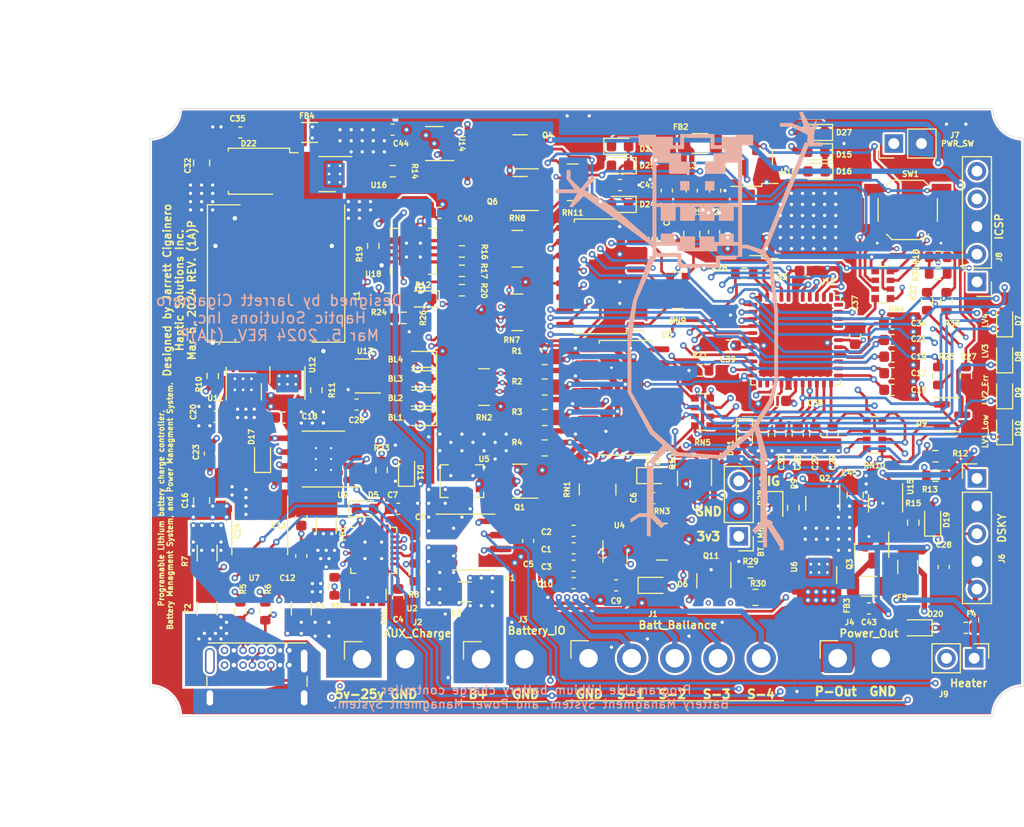
<source format=kicad_pcb>
(kicad_pcb (version 20211014) (generator pcbnew)
  (layers (0 "F.Cu" jumper) (1 "In1.Cu" power) (2 "In2.Cu" mixed) (31 "B.Cu" mixed) (34 "B.Paste" user) (35 "F.Paste" user) (36 "B.SilkS" user "B.Silkscreen") (37 "F.SilkS" user "F.Silkscreen") (38 "B.Mask" user) (39 "F.Mask" user) (44 "Edge.Cuts" user))
  (net 0 "")
  (net 1 "Net-(C1-Pad1)")
  (net 2 "Net-(C1-Pad2)")
  (net 3 "Net-(C2-Pad2)")
  (net 4 "Net-(C10-Pad1)")
  (net 5 "GND")
  (net 6 "+5C")
  (net 7 "Net-(C6-Pad1)")
  (net 8 "Net-(C7-Pad1)")
  (net 9 "Net-(C8-Pad1)")
  (net 10 "Net-(C9-Pad1)")
  (net 11 "VBUS")
  (net 12 "Net-(C13-Pad1)")
  (net 13 "/LithCell_V1")
  (net 14 "Net-(C16-Pad1)")
  (net 15 "/LithCell_V2")
  (net 16 "/IntSwitched")
  (net 17 "/LithCell_V3")
  (net 18 "/LithCell_V4")
  (net 19 "Net-(C23-Pad1)")
  (net 20 "/BTStrapSig")
  (net 21 "/Btemp")
  (net 22 "Net-(C28-Pad1)")
  (net 23 "Net-(C29-Pad1)")
  (net 24 "/ChargeVoltage")
  (net 25 "/MCLR")
  (net 26 "/ExtBus")
  (net 27 "/CCsense")
  (net 28 "/BCsense")
  (net 29 "/Pctrl_OUT")
  (net 30 "Net-(C42-Pad1)")
  (net 31 "Net-(D1-Pad1)")
  (net 32 "/LBatt_Cell_4")
  (net 33 "Net-(D2-Pad1)")
  (net 34 "/LBatt_Cell_3")
  (net 35 "Net-(D3-Pad1)")
  (net 36 "/LBatt_Cell_2")
  (net 37 "Net-(D4-Pad1)")
  (net 38 "/LBatt_Cell_1")
  (net 39 "/V_Bus_Stat")
  (net 40 "Net-(D6-Pad1)")
  (net 41 "/BV_Fault")
  (net 42 "Net-(D7-Pad1)")
  (net 43 "/Mult_SEL")
  (net 44 "Net-(D8-Pad1)")
  (net 45 "Net-(D9-Pad1)")
  (net 46 "Net-(D10-Pad1)")
  (net 47 "Net-(D11-Pad2)")
  (net 48 "/C_Fault")
  (net 49 "/PO_EN")
  (net 50 "Net-(D19-Pad1)")
  (net 51 "/PowerOutput")
  (net 52 "Net-(D21-Pad2)")
  (net 53 "Net-(D22-Pad1)")
  (net 54 "Net-(D23-Pad1)")
  (net 55 "/__PwrKey")
  (net 56 "/Btemp_in")
  (net 57 "Net-(J6-Pad1)")
  (net 58 "Net-(J6-Pad3)")
  (net 59 "/PGMD")
  (net 60 "/PGMC")
  (net 61 "/CC1")
  (net 62 "/USB_D+")
  (net 63 "/USB_D-")
  (net 64 "/CC2")
  (net 65 "Net-(Q1-Pad3)")
  (net 66 "Net-(Q3-Pad1)")
  (net 67 "/IntBus")
  (net 68 "/KeepAlive")
  (net 69 "/Pctrl_IN")
  (net 70 "Net-(R1-Pad2)")
  (net 71 "Net-(R2-Pad2)")
  (net 72 "Net-(R3-Pad2)")
  (net 73 "Net-(R4-Pad2)")
  (net 74 "Net-(R8-Pad2)")
  (net 75 "Net-(R10-Pad1)")
  (net 76 "/HighCHfet")
  (net 77 "Net-(R11-Pad1)")
  (net 78 "/LowCHfet")
  (net 79 "/U2RX")
  (net 80 "/U2TX")
  (net 81 "Net-(R14-Pad1)")
  (net 82 "Net-(R14-Pad2)")
  (net 83 "Net-(R16-Pad2)")
  (net 84 "Net-(R17-Pad2)")
  (net 85 "Net-(R19-Pad1)")
  (net 86 "/U1RX")
  (net 87 "Net-(R20-Pad1)")
  (net 88 "/U1TX")
  (net 89 "Net-(RN4-Pad3)")
  (net 90 "/PowerOutEnable")
  (net 91 "/Mult_B1")
  (net 92 "/Mult_B2")
  (net 93 "/Mult_B3")
  (net 94 "/Mult_B4")
  (net 95 "Net-(D13-Pad2)")
  (net 96 "Net-(RN9-Pad5)")
  (net 97 "Net-(RN9-Pad6)")
  (net 98 "Net-(RN9-Pad7)")
  (net 99 "Net-(RN9-Pad8)")
  (net 100 "/CCsense_in")
  (net 101 "Net-(RN10-Pad4)")
  (net 111 "/CHctrl+")
  (net 112 "/CH_Boost+")
  (net 113 "/Heat_CTRL")
  (net 120 "Net-(F1-Pad1)")
  (net 121 "Net-(F2-Pad1)")
  (net 122 "Net-(F3-Pad1)")
  (net 123 "Net-(F5-Pad2)")
  (net 124 "Net-(R22-Pad2)")
  (net 125 "Net-(C11-Pad1)")
  (net 126 "Net-(C32-Pad1)")
  (net 127 "Net-(D15-Pad1)")
  (net 128 "Net-(FB3-Pad2)")
  (net 129 "Net-(F2-Pad2)")
  (net 130 "/BattIn")
  (net 131 "Net-(R15-Pad1)")
  (net 132 "/C_Fault_In")
  (net 133 "Net-(Q10-Pad3)")
  (net 134 "/Pre_Charge")
  (net 135 "Net-(Q2-Pad3)")
  (net 136 "Net-(C43-Pad2)")
  (net 141 "Net-(RN7-Pad4)")
  (net 142 "Net-(RN7-Pad3)")
  (net 143 "Net-(RN7-Pad2)")
  (net 144 "Net-(RN7-Pad1)")
  (net 145 "Net-(D5-Pad1)")
  (net 150 "Net-(U2-Pad9)")
  (net 151 "Net-(U2-Pad8)")
  (net 152 "Net-(U2-Pad7)")
  (net 153 "Net-(U2-Pad5)")
  (net 154 "Net-(U2-Pad4)")
  (net 155 "Net-(U2-Pad12)")
  (net 156 "Net-(U2-Pad11)")
  (net 157 "Net-(Q11-Pad3)")
  (footprint "Capacitor_SMD:C_0603_1608Metric" (layer "F.Cu") (at 155.956 102.616 90)
    (fp_text reference "C42")
    (fp_text value "1uf 25v BF")
  )
  (footprint "Connector_JST:JST_VH_B2PS-VH_1x02_P3.96mm_Horizontal" (layer "F.Cu") (at 171.631 145.542)
    (fp_text reference "J4")
    (fp_text value "Power_Out")
  )
  (footprint "Resistor_SMD:R_0603_1608Metric" (layer "F.Cu") (at 123.808 120.934 -90)
    (fp_text reference "R11")
    (fp_text value "12")
  )
  (footprint "Resistor_SMD:R_0603_1608Metric" (layer "F.Cu") (at 130.302 112.558 180)
    (fp_text reference "R24")
    (fp_text value "10K")
  )
  (footprint "Diode_SMD:D_0603_1608Metric" (layer "F.Cu") (at 154.686 128.778)
    (fp_text reference "D13")
    (fp_text value "D_Schottky40V")
  )
  (footprint "Package_TO_SOT_SMD:SOT-23" (layer "F.Cu") (at 158.496 129.032 -90)
    (fp_text reference "Q10")
    (fp_text value "DMN65D8L")
  )
  (footprint "Capacitor_SMD:C_0603_1608Metric" (layer "F.Cu") (at 147.406 138.648 180)
    (fp_text reference "C10")
    (fp_text value "0.1uf BF")
  )
  (footprint "Resistor_SMD:R_0603_1608Metric" (layer "F.Cu") (at 114.3 119.634 90)
    (fp_text reference "R10")
    (fp_text value "12")
  )
  (footprint "Capacitor_SMD:C_0603_1608Metric" (layer "F.Cu") (at 168.91 109.982)
    (fp_text reference "C33")
    (fp_text value "0.1uf film")
  )
  (footprint "Resistor_SMD:R_1206_3216Metric" (layer "F.Cu") (at 123.19 97.282)
    (fp_text reference "FB4")
    (fp_text value "FerriteBead")
  )
  (footprint "Diode_SMD:D_0603_1608Metric" (layer "F.Cu") (at 169.6975 100.853 180)
    (fp_text reference "D16")
    (fp_text value "D_Schottky40V")
  )
  (footprint "Capacitor_SMD:C_0603_1608Metric" (layer "F.Cu") (at 114.554 123.364 180)
    (fp_text reference "C20")
    (fp_text value "1uf 25v BF")
  )
  (footprint "Package_DFN_QFN:WDFN-8-1EP_2x2mm_P0.5mm_EP0.8x1.2mm" (layer "F.Cu") (at 151.206 135.748 -90)
    (fp_text reference "U4")
    (fp_text value "Q294700DSGR")
  )
  (footprint "Resistor_SMD:R_0603_1608Metric" (layer "F.Cu") (at 137.16 108.204 180)
    (fp_text reference "R16")
    (fp_text value "27R")
  )
  (footprint "Package_TO_SOT_SMD:SOT-23-5" (layer "F.Cu") (at 176.022 131.318 -90)
    (fp_text reference "U15")
    (fp_text value "FAN3100TSX")
  )
  (footprint "Connector_PinHeader_2.54mm:PinHeader_1x03_P2.54mm_Vertical" (layer "F.Cu") (at 162.56 134.351 180)
    (fp_text reference "J5")
    (fp_text value "BT_LM62")
  )
  (footprint "Resistor_SMD:R_0603_1608Metric" (layer "F.Cu") (at 137.16 111.76)
    (fp_text reference "R20")
    (fp_text value "27R")
  )
  (footprint "Diode_SMD:D_0603_1608Metric" (layer "F.Cu") (at 151.6635 100.33 180)
    (fp_text reference "D25")
    (fp_text value "D_Schottky40V")
  )
  (footprint "Diode_SMD:D_0603_1608Metric" (layer "F.Cu") (at 178.816 142.748 180)
    (fp_text reference "D20")
    (fp_text value "D_Schottky40V")
  )
  (footprint "Resistor_SMD:R_Array_Convex_4x0612" (layer "F.Cu") (at 175.768 111.252 180)
    (fp_text reference "RN4")
    (fp_text value "1K")
  )
  (footprint "Resistor_SMD:R_0603_1608Metric" (layer "F.Cu") (at 180.848 108.712)
    (fp_text reference "R18")
    (fp_text value "5K1")
  )
  (footprint "Capacitor_SMD:C_0603_1608Metric" (layer "F.Cu") (at 116.84 97.282 180)
    (fp_text reference "C35")
    (fp_text value "1uf 25v BF")
  )
  (footprint "LED_SMD:LED_0603_1608Metric" (layer "F.Cu") (at 132.08 128.27 90)
    (fp_text reference "D11")
    (fp_text value "VB_Stat")
  )
  (footprint "Resistor_SMD:R_0603_1608Metric" (layer "F.Cu") (at 180.848 110.236)
    (fp_text reference "R31")
    (fp_text value "5K1")
  )
  (footprint "Package_DFN_QFN:WQFN-24-1EP_4x4mm_P0.5mm_EP2.6x2.6mm" (layer "F.Cu") (at 129.076 135.636)
    (fp_text reference "U2")
    (fp_text value "AP33772")
  )
  (footprint "Capacitor_SMD:C_0603_1608Metric" (layer "F.Cu") (at 120.816 123.442)
    (fp_text reference "C18")
    (fp_text value "1uf 25v BF")
  )
  (footprint "Capacitor_SMD:C_0603_1608Metric" (layer "F.Cu") (at 174.498 140.97 180)
    (fp_text reference "C43")
    (fp_text value "0.1uf BF")
  )
  (footprint "Capacitor_SMD:C_0603_1608Metric" (layer "F.Cu") (at 147.406 135.448)
    (fp_text reference "C1")
    (fp_text value "0.1uf BF")
  )
  (footprint "Package_SO:SOIC-16_4.55x10.3mm_P1.27mm" (layer "F.Cu") (at 152.136 121.632 180)
    (fp_text reference "U3")
    (fp_text value "IS281-4")
  )
  (footprint "Capacitor_SMD:C_0805_2012Metric" (layer "F.Cu") (at 113.284 131.064 -90)
    (fp_text reference "C16")
    (fp_text value "10uf 25v BF")
  )
  (footprint "Resistor_SMD:R_0603_1608Metric" (layer "F.Cu") (at 125.476 138.938 90)
    (fp_text reference "R22")
    (fp_text value "10K")
  )
  (footprint "Package_DFN_QFN:DFN-8-1EP_3x3mm_P0.65mm_EP1.7x2.05mm" (layer "F.Cu") (at 117.154 120.334 -90)
    (fp_text reference "U11")
    (fp_text value "AON7522E")
  )
  (footprint "Diode_SMD:D_0603_1608Metric" (layer "F.Cu") (at 151.6635 98.552)
    (fp_text reference "D23")
    (fp_text value "D_Schottky40V")
  )
  (footprint "Capacitor_SMD:C_0603_1608Metric" (layer "F.Cu") (at 166.116 121.92 180)
    (fp_text reference "C36")
    (fp_text value "0.1uf film")
  )
  (footprint "Package_TO_SOT_SMD:SOT-23" (layer "F.Cu") (at 160.274 138.43 -90)
    (fp_text reference "Q11")
    (fp_text value "FDN340P")
  )
  (footprint "Resistor_SMD:R_0603_1608Metric" (layer "F.Cu") (at 119.126 141.224 -90)
    (fp_text reference "R6")
    (fp_text value "5K1")
  )
  (footprint "Capacitor_SMD:C_0603_1608Metric" (layer "F.Cu") (at 154.706 130.848)
    (fp_text reference "C6")
    (fp_text value "1uf 25v BF")
  )
  (footprint "Connector_JST:JST_VH_B2PS-VH_1x02_P3.96mm_Horizontal" (layer "F.Cu") (at 138.917 145.625)
    (fp_text reference "J3")
    (fp_text value "Battery_IO")
  )
  (footprint "new:SCF4030-12-0X" (layer "F.Cu") (at 137.16 129.286 180)
    (fp_text reference "U5")
    (fp_text value "SCF4030-12-0X")
  )
  (footprint "Resistor_SMD:R_0603_1608Metric" (layer "F.Cu") (at 129.032 107.696 90)
    (fp_text reference "R19")
    (fp_text value "27R")
  )
  (footprint "Diode_SMD:D_0603_1608Metric" (layer "F.Cu") (at 118.872 127 90)
    (fp_text reference "D17")
    (fp_text value "D_Schottky40V")
  )
  (footprint "Resistor_SMD:R_0603_1608Metric" (layer "F.Cu") (at 129.794 128.27 -90)
    (fp_text reference "R23")
    (fp_text value "10K")
  )
  (footprint "Capacitor_SMD:C_0603_1608Metric" (layer "F.Cu") (at 176.67 119.38)
    (fp_text reference "C17")
    (fp_text value "0.1uf BF")
  )
  (footprint "Capacitor_SMD:C_0603_1608Metric" (layer "F.Cu") (at 176.67 117.856)
    (fp_text reference "C19")
    (fp_text value "0.1uf BF")
  )
  (footprint "Fuse:Fuse_1206_3216Metric" (layer "F.Cu") (at 113.792 140.97 90)
    (fp_text reference "F2")
    (fp_text value "5A")
  )
  (footprint "Package_DFN_QFN:DFN-8-1EP_3x3mm_P0.65mm_EP1.7x2.05mm" (layer "F.Cu") (at 125.55 101.104 180)
    (fp_text reference "U16")
    (fp_text value "AON7522E")
  )
  (footprint "Capacitor_SMD:C_0603_1608Metric" (layer "F.Cu") (at 114.046 126.746 90)
    (fp_text reference "C23")
    (fp_text value "1uf 25v BF")
  )
  (footprint "Diode_SMD:D_0603_1608Metric" (layer "F.Cu") (at 154.806 138.848)
    (fp_text reference "D6")
    (fp_text value "D_Schottky40V")
  )
  (footprint "Package_SO:SOIC-8-1EP_3.9x4.9mm_P1.27mm_EP2.514x3.2mm_ThermalVias" (layer "F.Cu") (at 124.46 127.254 180)
    (fp_text reference "U9")
    (fp_text value "IRS2184")
  )
  (footprint "Connector_USB:USB_C_Receptacle_GCT_USB4085" (layer "F.Cu") (at 115.389 144.819)
    (fp_text reference "J10" hide)
    (fp_text value "USB_C_Receptacle_4085")
  )
  (footprint "Capacitor_SMD:C_0805_2012Metric" (layer "F.Cu") (at 173.228 130.556 90)
    (fp_text reference "C45")
    (fp_text value "10uf 25v BF")
  )
  (footprint "Package_TO_SOT_SMD:SOT-23" (layer "F.Cu") (at 174.752 135.636 -90)
    (fp_text reference "Q3")
    (fp_text value "SSM3K341R")
  )
  (footprint "Capacitor_SMD:C_0603_1608Metric" (layer "F.Cu") (at 161.544 116.84 180)
    (fp_text reference "C39")
    (fp_text value "0.1uf film")
  )
  (footprint "Resistor_SMD:R_0603_1608Metric" (layer "F.Cu") (at 116.84 141.224 -90)
    (fp_text reference "R5")
    (fp_text value "5K1")
  )
  (footprint "Resistor_SMD:R_Array_Convex_4x0612" (layer "F.Cu") (at 147.32 101.854 180)
    (fp_text reference "RN11")
    (fp_text value "10K")
  )
  (footprint "Resistor_SMD:R_1206_3216Metric" (layer "F.Cu") (at 159.004 98.298 180)
    (fp_text reference "FB2")
    (fp_text value "FerriteBead")
  )
  (footprint "Resistor_SMD:R_0603_1608Metric" (layer "F.Cu") (at 180.594 127 180)
    (fp_text reference "R12")
    (fp_text value "27R")
  )
  (footprint "Connector_JST:JST_VH_B2PS-VH_1x02_P3.96mm_Horizontal" (layer "F.Cu") (at 127.995 145.625)
    (fp_text reference "J2")
    (fp_text value "AUX_Charge")
  )
  (footprint "Capacitor_SMD:C_0603_1608Metric" (layer "F.Cu") (at 160.292 106.414 90)
    (fp_text reference "C22")
    (fp_text value "1uf 25v BF")
  )
  (footprint "Capacitor_SMD:C_0603_1608Metric" (layer "F.Cu") (at 147.406 137.048)
    (fp_text reference "C3")
    (fp_text value "0.1uf BF")
  )
  (footprint "Diode_SMD:D_0603_1608Metric" (layer "F.Cu") (at 128.27 131.826)
    (fp_text reference "D5")
    (fp_text value "D_Schottky40V")
  )
  (footprint "Capacitor_SMD:C_0603_1608Metric" (layer "F.Cu") (at 176.645 114.808)
    (fp_text reference "C34")
    (fp_text value "1uf 25v BF")
  )
  (footprint "Capacitor_SMD:C_0805_2012Metric" (layer "F.Cu") (at 158.242 106.614 90)
    (fp_text reference "C25")
    (fp_text value "10uf 25v BF")
  )
  (footprint "Capacitor_SMD:C_0603_1608Metric" (layer "F.Cu") (at 130.81 97.028)
    (fp_text reference "C44")
    (fp_text value "1uf 25v BF")
  )
  (footprint "Capacitor_SMD:C_0603_1608Metric" (layer "F.Cu") (at 143.241 134.774 -90)
    (fp_text reference "C5")
    (fp_text value "0.1uf BF")
  )
  (footprint "Capacitor_SMD:C_0603_1608Metric" (layer "F.Cu") (at 160.392 102.616 -90)
    (fp_text reference "C14")
    (fp_text value "1uf 25v BF")
  )
  (footprint "Capacitor_SMD:C_0603_1608Metric" (layer "F.Cu") (at 122.428 132.588 -90)
    (fp_text reference "C11")
    (fp_text value "1uf 25v BF")
  )
  (footprint "Capacitor_SMD:C_0603_1608Metric" (layer "F.Cu") (at 181.356 137.16 90)
    (fp_text reference "C28")
    (fp_text value "1uf 25v BF")
  )
  (footprint "Resistor_SMD:R_0805_2012Metric_Pad1.20x1.40mm_HandSolder" (layer "F.Cu") (at 144.756 117.856 180)
    (fp_text reference "R1")
    (fp_text value "150")
  )
  (footprint "LED_SMD:LED_0603_1608Metric" (layer "F.Cu") (at 133.3245 121.666 180)
    (fp_text reference "D3")
    (fp_text value "BL2")
  )
  (footprint "Capacitor_SMD:C_0603_1608Metric" (layer "F.Cu") (at 151.6635 102.108)
    (fp_text reference "C41")
    (fp_text value "1uf 25v BF")
  )
  (footprint "LED_SMD:LED_0603_1608Metric" (layer "F.Cu") (at 186.944 121.158 90)
    (fp_text reference "D9")
    (fp_text value "LV2_Err")
  )
  (footprint "Resistor_SMD:R_0603_1608Metric" (layer "F.Cu") (at 181.61 112.776 -90)
    (fp_text reference "R33")
    (fp_text value "12")
  )
  (footprint "Capacitor_SMD:C_0603_1608Metric" (layer "F.Cu") (at 131.318 131.826)
    (fp_text reference "C7")
    (fp_text value "1uf 25v BF")
  )
  (footprint "LED_SMD:LED_0603_1608Metric" (layer "F.Cu") (at 186.944 124.46 90)
    (fp_text reference "D10")
    (fp_text value "LV1_Low")
  )
  (footprint "Capacitor_SMD:C_0603_1608Metric" (layer "F.Cu") (at 176.67 116.332)
    (fp_text reference "C21")
    (fp_text value "0.1uf BF")
  )
  (footprint "Capacitor_SMD:C_0805_2012Metric" (layer "F.Cu") (at 113.284 100.076 -90)
    (fp_text reference "C32")
    (fp_text value "10uf 25v BF")
  )
  (footprint "Resistor_SMD:R_Array_Convex_4x0612" (layer "F.Cu") (at 142.24 107.95)
    (fp_text reference "RN8")
    (fp_text value "1K")
  )
  (footprint "LED_SMD:LED_0603_1608Metric" (layer "F.Cu") (at 133.35 119.888 180)
    (fp_text reference "D2")
    (fp_text value "BL3")
  )
  (footprint "Fuse:Fuse_1206_3216Metric" (layer "F.Cu") (at 122.428 140.97 90)
    (fp_text reference "F1")
    (fp_text value "5A")
  )
  (footprint "Resistor_SMD:R_0603_1608Metric" (layer "F.Cu") (at 159.004 119.126)
    (fp_text reference "R21")
    (fp_text value "91K")
  )
  (footprint "Fuse:Fuse_0603_1608Metric_Pad1.05x0.95mm_HandSolder" (layer "F.Cu") (at 183.388 142.748)
    (fp_text reference "F4")
    (fp_text value "0A5")
  )
  (footprint "Connector_PinHeader_2.54mm:PinHeader_1x02_P2.54mm_Vertical" (layer "F.Cu") (at 184.15 145.542 -90)
    (fp_text reference "J9")
    (fp_text value "Heater")
  )
  (footprint "Capacitor_SMD:C_0603_1608Metric" (layer "F.Cu") (at 171.168 125.042 -90)
    (fp_text reference "C29")
    (fp_text value "1uf 25v BF")
  )
  (footprint "Resistor_SMD:R_0603_1608Metric" (layer "F.Cu") (at 183.388 119.634 90)
    (fp_text reference "R27")
    (fp_text value "10K")
  )
  (footprint "Capacitor_SMD:C_0603_1608Metric" (layer "F.Cu") (at 176.67 120.904)
    (fp_text reference "C15")
    (fp_text value "0.1uf BF")
  )
  (footprint "Capacitor_SMD:C_0603_1608Metric" (layer "F.Cu") (at 151.306 138.848 180)
    (fp_text reference "C9")
    (fp_text value "0.1uf BF")
  )
  (footprint "Package_SO:SOIC-8_3.9x4.9mm_P1.27mm" (layer "F.Cu") (at 118.618 134.089 -90)
    (fp_text reference "U7")
    (fp_text value "ACS711xLCTR-25AB")
  )
  (footprint "Resistor_SMD:R_0603_1608Metric" (layer "F.Cu") (at 167.562 131.726 -90)
    (fp_text reference "R9")
    (fp_text value "10K")
  )
  (footprint "Capacitor_SMD:C_0603_1608Metric" (layer "F.Cu") (at 132.842 134.568 90)
    (fp_text reference "C8")
    (fp_text value "0.1uf BF")
  )
  (footprint "Resistor_SMD:R_0603_1608Metric" (layer "F.Cu") (at 179.832 112.776 -90)
    (fp_text reference "R32")
    (fp_text value "12")
  )
  (footprint "Resistor_SMD:R_1206_3216Metric" (layer "F.Cu") (at 174.498 138.938)
    (fp_text reference "FB3")
    (fp_text value "FerriteBead")
  )
  (footprint "Capacitor_SMD:C_0603_1608Metric" (layer "F.Cu") (at 115.062 131.077 -90)
    (fp_text reference "C24")
    (fp_text value "1uf 25v BF")
  )
  (footprint "Resistor_SMD:R_0603_1608Metric" (layer "F.Cu") (at 130.81 100.838)
    (fp_text reference "R14")
    (fp_text value "12")
  )
  (footprint "Resistor_SMD:R_0805_2012Metric_Pad1.20x1.40mm_HandSolder" (layer "F.Cu") (at 144.756 120.65 180)
    (fp_text reference "R2")
    (fp_text value "150")
  )
  (footprint "Package_DFN_QFN:QFN-44-1EP_8x8mm_P0.65mm_EP6.45x6.45mm" (layer "F.Cu") (at 167.77 116.342)
    (fp_text reference "U17")
    (fp_text value "dsPIC30F3011-PT")
  )
  (footprint "Resistor_SMD:R_0603_1608Metric" (layer "F.Cu") (at 137.16 109.982 180)
    (fp_text reference "R17")
    (fp_text value "27R")
  )
  (footprint "Package_DFN_QFN:DFN-8-1EP_3x3mm_P0.65mm_EP1.7x2.05mm" (layer "F.Cu") (at 121.158 120.284 90)
    (fp_text reference "U12")
    (fp_text value "AON7522E")
  )
  (footprint "Package_TO_SOT_SMD:SOT-23" (layer "F.Cu") (at 170.262 131.326 -90)
    (fp_text reference "Q2")
    (fp_text value "DMN65D8L")
  )
  (footprint "Diode_SMD:D_0603_1608Metric" (layer "F.Cu") (at 169.672 97.282 180)
    (fp_text reference "D27")
    (fp_text value "D_Schottky40V")
  )
  (footprint "Resistor_SMD:R_0603_1608Metric" (layer "F.Cu") (at 163.068 110.236 180)
    (fp_text reference "R28")
    (fp_text value "10K")
  )
  (footprint "Capacitor_SMD:C_0603_1608Metric" (layer "F.Cu") (at 147.406 133.848)
    (fp_text reference "C2")
    (fp_text value "0.1uf BF")
  )
  (footprint "Capacitor_SMD:C_0603_1608Metric" (layer "F.Cu") (at 167.968 125.042 -90)
    (fp_text reference "C38")
    (fp_text value "1uf 25v BF")
  )
  (footprint "Resistor_SMD:R_Array_Convex_4x0612" (layer "F.Cu") (at 139.192 120.65 180)
    (fp_text reference "RN2")
    (fp_text value "1K")
  )
  (footprint "Connector_PinHeader_2.54mm:PinHeader_1x05_P2.54mm_Vertical" (layer "F.Cu") (at 184.404 110.998 180)
    (fp_text reference "J8")
    (fp_text value "ICSP")
  )
  (footprint "Diode_SMD:D_0603_1608Metric" (layer "F.Cu") (at 180.34 132.842 90)
    (fp_text reference "D19")
    (fp_text value "D_Schottky40V")
  )
  (footprint "Package_TO_SOT_SMD:SOT-23" (layer "F.Cu") (at 128.016 119.634 180)
    (fp_text reference "U13")
    (fp_text value "LM62CIM3/NOPB")
  )
  (footprint "Capacitor_SMD:C_0603_1608Metric" (layer "F.Cu") (at 122.428 136.144 90)
    (fp_text reference "C12")
    (fp_text value "0.1uf BF")
  )
  (footprint "Capacitor_SMD:C_0603_1608Metric" (layer "F.Cu") (at 158.242 102.616 -90)
    (fp_text reference "C13")
    (fp_text value "1uf 25v BF")
  )
  (footprint "Resistor_SMD:R_1206_3216Metric" (layer "F.Cu") (at 124.714 133.35 90)
    (fp_text reference "FB1")
    (fp_text value "FerriteBead")
  )
  (footprint "Resistor_SMD:R_Array_Convex_4x0612" (layer "F.Cu") (at 156.972 111.76 180)
    (fp_text reference "RN9")
    (fp_text value "1K")
  )
  (footprint "Capacitor_SMD:C_0603_1608Metric" (layer "F.Cu") (at 164.768 125.042 -90)
    (fp_text reference "C31")
    (fp_text value "0.1uf film")
  )
  (footprint "Package_TO_SOT_SMD:SOT-23" (layer "F.Cu") (at 182.118 123.19)
    (fp_text reference "Q9")
    (fp_text value "FDN340P")
  )
  (footprint "Package_TO_SOT_SMD:SOT-23-5" (layer "F.Cu") (at 134.62 98.298 180)
    (fp_text reference "U14")
    (fp_text value "FAN3100TSX")
  )
  (footprint "Package_SO:SOIC-8_3.9x4.9mm_P1.27mm" (layer "F.Cu") (at 138.241 134.874)
    (fp_text reference "U1")
    (fp_text value "ACS711xLCTR-25AB")
  )
  (footprint "Resistor_SMD:R_Array_Convex_4x0612" (layer "F.Cu") (at 149.606 130.048 90)
    (fp_text reference "RN1")
    (fp_text value "1K")
  )
  (footprint "Fuse:Fuse_1206_3216Metric" (layer "F.Cu") (at 178.054 137.16 -90)
    (fp_text reference "F5")
    (fp_text value "5A")
  )
  (footprint "LED_SMD:LED_0603_1608Metric" (layer "F.Cu") (at 186.944 117.856 90)
    (fp_text reference "D8")
    (fp_text value "LV3")
  )
  (footprint "Capacitor_SMD:C_0603_1608Metric" (layer "F.Cu") (at 166.368 125.042 -90)
    (fp_text reference "C30")
    (fp_text value "1uf 25v BF")
  )
  (footprint "Resistor_SMD:R_0603_1608Metric" (layer "F.Cu") (at 131.826 114.3)
    (fp_text reference "R26")
    (fp_text value "10K")
  )
  (footprint "Resistor_SMD:R_Array_Convex_4x0612" (layer "F.Cu") (at 159.234 122.936 180)
    (fp_text reference "RN5")
    (fp_text value "1K")
  )
  (footprint "Fuse:Fuse_1206_3216Metric" (layer "F.Cu") (at 137.414 139.446 180)
    (fp_text reference "F3")
    (fp_text value "10A")
  )
  (footprint "Package_TO_SOT_SMD:TO-277B" (layer "F.Cu") (at 118.548 100.838 -90)
    (fp_text reference "D22")
    (fp_text value "D_Schottky_AAK")
  )
  (footprint "Capacitor_SMD:C_0603_1608Metric" (layer "F.Cu") (at 169.568 125.042 -90)
    (fp_text reference "C27")
    (fp_text value "1uf 25v BF")
  )
  (footprint "Capacitor_SMD:C_0603_1608Metric" (layer "F.Cu") (at 135.115 104.648 180)
    (fp_text reference "C40")
    (fp_text value "0.1uf BF")
  )
  (footprint "Package_DFN_QFN:QFN-16-1EP_4x4mm_P0.65mm_EP2.1x2.1mm" (layer "F.Cu") (at 132.708 108.19 90)
    (fp_text reference "U18")
    (fp_text value "FT230XQ")
  )
  (footprint "Package_SO:SOIC-16_4.55x10.3mm_P1.27mm" (layer "F.Cu") (at 149.86 110.49 180)
    (fp_text reference "U8")
    (fp_text value "IS281-4")
  )
  (footprint "Resistor_SMD:R_0603_1608Metric" (layer "F.Cu") (at 178.562 133.096 -90)
    (fp_text reference "R15")
    (fp_text value "27R")
  )
  (footprint "Resistor_SMD:R_0603_1608Metric" (layer "F.Cu") (at 163.639 137.668)
    (fp_text reference "R29")
    (fp_text value "10K")
  )
  (footprint "LED_SMD:LED_0603_1608Metric" (layer "F.Cu") (at 133.35 118.11 180)
    (fp_text reference "D1")
    (fp_text value "BL4")
  )
  (footprint "Resistor_SMD:R_0805_2012Metric_Pad1.20x1.40mm_HandSolder" (layer "F.Cu") (at 144.756 126.238 180)
    (fp_text reference "R4")
    (fp_text value "150")
  )
  (footprint "Connector_JST:JST_VH_B5PS-VH_1x05_P3.96mm_Horizontal" (layer "F.Cu") (at 148.771 145.542)
    (fp_text reference "J1")
    (fp_text value "Batt_Ballance")
  )
  (footprint "Package_TO_SOT_SMD:TO-252-2" (layer "F.Cu") (at 167.132 105.41)
    (fp_text reference "U10")
    (fp_text value "BA033CC0FP-E2")
  )
  (footprint "Connector_PinHeader_2.54mm:PinHeader_1x05_P2.54mm_Vertical" (layer "F.Cu") (at 184.404 129.032)
    (fp_text reference "J6")
    (fp_text value "DSKY")
  )
  (footprint "Resistor_SMD:R_Array_Convex_4x0612" (layer "F.Cu") (at 128.524 139.7 -90)
    (fp_text reference "RN6")
    (fp_text value "1K")
  )
  (footprint "Inductor_SMD:L_12x12mm_H4.5mm" (layer "F.Cu") (at 120.116 110.224 90)
    (fp_text reference "L1")
    (fp_text value "10uH")
  )
  (footprint "Resistor_SMD:R_0603_1608Metric" (layer "F.Cu") (at 132.842 137.668 -90)
    (fp_text reference "R8")
    (fp_text value "10K_NTC")
  )
  (footprint "Resistor_SMD:R_0805_2012Metric_Pad1.20x1.40mm_HandSolder" (layer "F.Cu") (at 164.084 139.954)
    (fp_text reference "R30")
    (fp_text value "150")
  )
  (footprint "Resistor_SMD:R_Array_Convex_4x0612" (layer "F.Cu") (at 142.24 113.792 180)
    (fp_text reference "RN7")
    (fp_text value "10K")
  )
  (footprint "Package_TO_SOT_SMD:SOT-23" (layer "F.Cu") (at 164.084 99.568 90)
    (fp_text reference "Q8")
    (fp_text value "DMN65D8L")
  )
  (footprint "Resistor_SMD:R_0603_1608Metric" (layer "F.Cu") (at 180.848 119.634 -90)
    (fp_text reference "R25")
    (fp_text value "10K")
  )
  (footprint "Resistor_SMD:R_Array_Convex_4x0612" (layer "F.Cu") (at 155.506 134.848)
    (fp_text reference "RN3")
    (fp_text value "1K")
  )
  (footprint "Capacitor_SMD:C_0603_1608Metric" (layer "F.Cu") (at 131.318 139.954 -90)
    (fp_text reference "C4")
    (fp_text value "0.1uf BF")
  )
  (footprint "LED_SMD:LED_0603_1608Metric" (layer "F.Cu") (at 186.944 114.554 90)
    (fp_text reference "D7")
    (fp_text value "LV4")
  )
  (footprint "Resistor_SMD:R_0603_1608Metric" (layer "F.Cu") (at 180.594 128.778 180)
    (fp_text reference "R13")
    (fp_text value "27R")
  )
  (footprint "Capacitor_SMD:C_0603_1608Metric" (layer "F.Cu") (at 127.498 122.258 180)
    (fp_text reference "C26")
    (fp_text value "0.1uf BF")
  )
  (footprint "Diode_SMD:D_0603_1608Metric" (layer "F.Cu") (at 133.604 112.558 180)
    (fp_text reference "D12")
    (fp_text value "Diode40V")
  )
  (footprint "Resistor_SMD:R_Array_Convex_4x0612" (layer "F.Cu") (at 175.006 125.042 180)
    (fp_text reference "RN10")
    (fp_text value "1K")
  )
  (footprint "Diode_SMD:D_0603_1608Metric" (layer "F.Cu") (at 163.068 125.042 -90)
    (fp_text reference "D21")
    (fp_text value "D_Schottky40V")
  )
  (footprint "Package_TO_SOT_SMD:SOT-23" (layer "F.Cu") (at 142.494 102.885 180)
    (fp_text reference "Q6")
    (fp_text value "FDN340P")
  )
  (footprint "Package_TO_SOT_SMD:SOT-23" (layer "F.Cu") (at 142.46 129.286 180)
    (fp_text reference "Q1")
    (fp_text value "SSM3K341R")
  )
  (footprint "Diode_SMD:D_0603_1608Metric" (layer "F.Cu") (at 169.672 99.06 180)
    (fp_text reference "D15")
    (fp_text value "D_Schottky40V")
  )
  (footprint "LED_SMD:LED_0603_1608Metric" (layer "F.Cu") (at 133.35 123.444 180)
    (fp_text reference "D4")
    (fp_text value "BL1")
  )
  (footprint "Resistor_SMD:R_1206_3216Metric" (layer "F.Cu") (at 113.792 135.89 -90)
    (fp_text reference "R7")
    (fp_text value "10mR")
  )
  (footprint "Diode_SMD:D_0603_1608Metric" (layer "F.Cu") (at 165.862 131.726 -90)
    (fp_text reference "D28")
    (fp_text value "D_Schottky40V")
  )
  (footprint "Resistor_SMD:R_0805_2012Metric_Pad1.20x1.40mm_HandSolder" (layer "F.Cu") (at 144.756 123.444 180)
    (fp_text reference "R3")
    (fp_text value "150")
  )
  (footprint "Button_Switch_SMD:SW_SPST_SKQG_WithStem" (layer "F.Cu") (at 178.054 104.394 180)
    (fp_text reference "SW1")
    (fp_text value "PTS526")
  )
  (footprint "Connector_PinHeader_2.54mm:PinHeader_1x02_P2.54mm_Vertical" (layer "F.Cu") (at 176.779 98.298 90)
    (fp_text reference "J7")
    (fp_text value "PWR_SW")
  )
  (footprint "Capacitor_SMD:C_0603_1608Metric" (layer "F.Cu") (at 173.228 115.942 90)
    (fp_text reference "C37")
    (fp_text value "0.1uf film")
  )
  (footprint "Package_TO_SOT_SMD:SOT-23" (layer "F.Cu") (at 142.494 99.06 180)
    (fp_text reference "Q4")
    (fp_text value "FDN340P")
  )
  (footprint "Package_DFN_QFN:DFN-8-1EP_3x3mm_P0.65mm_EP1.7x2.05mm" (layer "F.Cu") (at 169.926 137.16 -90)
    (fp_text reference "U6")
    (fp_text value "AONR21321")
  )
  (footprint "Diode_SMD:D_0603_1608Metric" (layer "F.Cu") (at 151.6635 103.886 180)
    (fp_text reference "D24")
    (fp_text value "D_Schottky40V")
  )
  (gr_line (start 169.164 98.4885) (end 169.164 97.4725) (layer "B.SilkS") (width 0.12))
  (gr_poly (pts (xy 162.56 100.0125) (xy 161.29 100.0125) (xy 161.29 101.0285) (xy 159.512 101.0285) (xy 159.512 100.0125) (xy 160.274 100.0125) (xy 160.274 99.2505) (xy 161.29 99.2505) (xy 161.29 97.9805) (xy 162.56 97.9805)) (layer "B.SilkS") (width 0.1) (fill solid))
  (gr_poly (pts (xy 156.718 107.3785) (xy 155.448 107.3785) (xy 155.448 106.6165) (xy 156.718 106.6165)) (layer "B.SilkS") (width 0.1) (fill solid))
  (gr_line (start 147.828 102.8065) (end 149.098 101.2825) (layer "B.SilkS") (width 0.12))
  (gr_poly (pts (xy 162.56 104.0765) (xy 154.94 104.0765) (xy 154.94 103.8225) (xy 162.56 103.8225)) (layer "B.SilkS") (width 0.1) (fill solid))
  (gr_line (start 164.846 108.3945) (end 168.656 98.4885) (layer "B.SilkS") (width 0.12))
  (gr_line (start 148.082 102.8065) (end 147.32 104.0765) (layer "B.SilkS") (width 0.12))
  (gr_line (start 148.082 102.8065) (end 147.066 101.5365) (layer "B.SilkS") (width 0.12))
  (gr_line (start 157.48 98.7425) (end 156.21 98.7425) (layer "B.SilkS") (width 0.12))
  (gr_poly (pts (xy 154.94 98.425) (xy 153.416 98.425) (xy 153.416 97.536) (xy 154.94 97.536)) (layer "B.SilkS") (width 0.1) (fill solid))
  (gr_poly (pts (xy 156.21 126.1745) (xy 154.686 127.6985) (xy 154.686 132.2705) (xy 155.702 133.2865) (xy 155.448 133.5405) (xy 154.432 132.5245) (xy 154.432 134.3025) (xy 154.178 134.3025) (xy 154.178 132.5245) (xy 153.416 132.5245) (xy 152.654 133.0325) (xy 152.654 132.7785) (xy 153.416 132.2705) (xy 154.178 132.2705) (xy 154.178 127.6985) (xy 155.702 125.9205)) (layer "B.SilkS") (width 0.1) (fill solid))
  (gr_line (start 162.56 108.6485) (end 162.56 97.9805) (layer "B.SilkS") (width 0.12))
  (gr_poly (pts (xy 158.496 105.3465) (xy 157.226 105.3465) (xy 157.226 104.0765) (xy 158.496 104.0765)) (layer "B.SilkS") (width 0.1) (fill solid))
  (gr_line (start 160.528 108.6485) (end 162.56 108.6485) (layer "B.SilkS") (width 0.12))
  (gr_line (start 160.02 97.7265) (end 157.48 97.7265) (layer "B.SilkS") (width 0.12))
  (gr_poly (pts (xy 163.322 107.6325) (xy 164.846 108.1405) (xy 165.608 109.1565) (xy 166.116 113.7285) (xy 166.116 120.0785) (xy 165.608 122.1105) (xy 163.83 124.9045) (xy 161.036 127.1905) (xy 156.718 126.9365) (xy 154.432 124.9045) (xy 152.4 121.0945) (xy 152.4 115.7605) (xy 152.654 115.7605) (xy 152.654 121.0945) (xy 154.686 124.6505) (xy 156.972 126.6825) (xy 160.782 126.9365) (xy 163.576 124.6505) (xy 165.354 121.8565) (xy 165.862 120.0785) (xy 165.862 113.7285) (xy 165.354 109.4105) (xy 164.592 108.3945) (xy 163.322 107.8865) (xy 162.814 107.8865) (xy 162.814 108.6485) (xy 162.56 108.6485) (xy 162.56 107.6325)) (layer "B.SilkS") (width 0.1) (fill solid))
  (gr_line (start 161.29 98.7425) (end 160.02 98.7425) (layer "B.SilkS") (width 0.12))
  (gr_poly (pts (xy 157.988 102.5525) (xy 157.226 102.5525) (xy 157.226 101.7905) (xy 157.988 101.7905)) (layer "B.SilkS") (width 0.1) (fill solid))
  (gr_poly (pts (xy 165.1 126.9365) (xy 165.1 132.7785) (xy 165.608 133.0325) (xy 165.608 133.2865) (xy 166.624 134.8105) (xy 166.624 135.5725) (xy 166.37 135.5725) (xy 166.37 135.3185) (xy 165.1 133.2865) (xy 165.1 135.3185) (xy 164.846 135.3185) (xy 164.846 133.2865) (xy 164.084 134.0485) (xy 163.83 133.7945) (xy 164.592 133.0325) (xy 164.592 126.9365) (xy 164.084 124.6505) (xy 164.338 124.1425)) (layer "B.SilkS") (width 0.1) (fill solid))
  (gr_poly (pts (xy 160.274 107.8865) (xy 159.004 107.8865) (xy 159.004 106.8705) (xy 160.274 106.8705)) (layer "B.SilkS") (width 0.1) (fill solid))
  (gr_line (start 169.164 97.4725) (end 168.402 95.6945) (layer "B.SilkS") (width 0.12))
  (gr_poly (pts (xy 147.066 101.5365) (xy 148.082 102.5525) (xy 149.098 101.2825) (xy 149.352 101.5365) (xy 148.336 102.5525) (xy 150.876 104.0765) (xy 154.686 107.3785) (xy 154.94 107.8865) (xy 148.336 103.0605) (xy 147.32 104.0765) (xy 147.066 104.0765) (xy 147.828 102.8065) (xy 145.796 102.8065) (xy 145.796 102.5525) (xy 147.574 102.5525) (xy 146.812 101.5365) (xy 146.812 100.7745) (xy 147.066 100.7745)) (layer "B.SilkS") (width 0.1) (fill solid))
  (gr_poly (pts (xy 158.496 107.8865) (xy 157.226 107.8865) (xy 157.226 106.8705) (xy 158.496 106.8705)) (layer "B.SilkS") (width 0.1) (fill solid))
  (gr_poly (pts (xy 162.052 107.3785) (xy 160.782 107.3785) (xy 160.782 106.6165) (xy 162.052 106.6165)) (layer "B.SilkS") (width 0.1) (fill solid))
  (gr_line (start 154.94 107.8865) (end 150.876 104.3305) (layer "B.SilkS") (width 0.12))
  (gr_line (start 169.164 97.4725) (end 166.878 96.4565) (layer "B.SilkS") (width 0.12))
  (gr_poly (pts (xy 156.718 105.3465) (xy 155.448 105.3465) (xy 155.448 104.0765) (xy 156.718 104.0765)) (layer "B.SilkS") (width 0.1) (fill solid))
  (gr_line (start 147.066 101.5365) (end 147.066 100.7745) (layer "B.SilkS") (width 0.12))
  (gr_poly (pts (xy 152.654 116.5225) (xy 152.4 116.5225) (xy 152.4 115.2525) (xy 152.908 112.7125) (xy 153.162 112.7125)) (layer "B.SilkS") (width 0.1) (fill solid))
  (gr_poly (pts (xy 160.274 105.3465) (xy 159.004 105.3465) (xy 159.004 104.0765) (xy 160.274 104.0765)) (layer "B.SilkS") (width 0.1) (fill solid))
  (gr_poly (pts (xy 169.164 96.9645) (xy 169.672 96.2025) (xy 169.418 97.4725) (xy 169.418 98.2345) (xy 170.18 98.2345) (xy 170.18 98.4885) (xy 168.91 98.4885) (xy 164.846 108.6485) (xy 164.592 108.3945) (xy 168.656 98.2345) (xy 168.91 98.2345) (xy 168.91 97.4725) (xy 167.386 96.7105) (xy 166.37 96.7105) (xy 166.37 96.4565) (xy 167.386 96.4565) (xy 168.656 96.9645) (xy 168.148 95.4405) (xy 168.402 95.4405)) (layer "B.SilkS") (width 0.1) (fill solid))
  (gr_poly (pts (xy 156.464 98.4885) (xy 157.226 98.4885) (xy 157.226 97.4725) (xy 160.274 97.4725) (xy 160.274 98.4885) (xy 161.036 98.4885) (xy 161.036 97.7265) (xy 162.814 97.7265) (xy 162.814 108.6485) (xy 162.56 108.6485) (xy 162.56 97.9805) (xy 161.29 97.9805) (xy 161.29 98.7425) (xy 160.02 98.7425) (xy 160.02 97.7265) (xy 157.48 97.7265) (xy 157.48 98.7425) (xy 156.21 98.7425) (xy 156.21 97.9805) (xy 154.94 97.9805) (xy 154.94 108.3945) (xy 157.226 108.3945) (xy 157.226 109.4105) (xy 160.528 109.4105) (xy 160.528 108.6485) (xy 162.306 108.6485) (xy 162.306 108.9025) (xy 160.782 108.9025) (xy 160.782 109.6645) (xy 156.972 109.6645) (xy 156.972 108.6485) (xy 154.686 108.6485) (xy 154.686 97.7265) (xy 156.464 97.7265)) (layer "B.SilkS") (width 0.1) (fill solid))
  (gr_line (start 156.21 98.9965) (end 156.21 97.9805) (layer "B.SilkS") (width 0.12))
  (gr_line (start 169.164 97.4725) (end 169.926 96.4565) (layer "B.SilkS") (width 0.12))
  (gr_line (start 157.226 109.4105) (end 160.528 109.4105) (layer "B.SilkS") (width 0.12))
  (gr_poly (pts (xy 162.052 105.3465) (xy 160.782 105.3465) (xy 160.782 104.0765) (xy 162.052 104.0765)) (layer "B.SilkS") (width 0.1) (fill solid))
  (gr_poly (pts (xy 157.226 107.8865) (xy 160.274 107.8865) (xy 160.274 107.3785) (xy 162.56 107.3785) (xy 162.56 107.6325) (xy 160.528 107.6325) (xy 160.528 108.1405) (xy 156.972 108.1405) (xy 156.972 107.6325) (xy 154.94 107.6325) (xy 154.94 107.3785) (xy 157.226 107.3785)) (layer "B.SilkS") (width 0.1) (fill solid))
  (gr_line (start 160.02 98.7425) (end 160.02 97.9805) (layer "B.SilkS") (width 0.12))
  (gr_line (start 148.336 102.8065) (end 146.05 102.5525) (layer "B.SilkS") (width 0.12))
  (gr_line (start 150.876 104.3305) (end 148.336 102.8065) (layer "B.SilkS") (width 0.12))
  (gr_poly (pts (xy 156.21 99.2505) (xy 157.226 99.2505) (xy 157.226 100.0125) (xy 157.988 100.0125) (xy 157.988 101.0285) (xy 156.21 101.0285) (xy 156.21 100.0125) (xy 154.94 100.0125) (xy 154.94 97.9805) (xy 156.21 97.9805)) (layer "B.SilkS") (width 0.1) (fill solid))
  (gr_poly (pts (xy 160.274 102.5525) (xy 159.512 102.5525) (xy 159.512 101.7905) (xy 160.274 101.7905)) (layer "B.SilkS") (width 0.1) (fill solid))
  (gr_poly (pts (xy 163.83 98.425) (xy 162.306 98.425) (xy 162.306 97.536) (xy 163.83 97.536)) (layer "B.SilkS") (width 0.1) (fill solid))
  (gr_line (start 154.94 97.9805) (end 154.94 108.3945) (layer "B.SilkS") (width 0.12))
  (gr_line (start 156.21 97.9805) (end 154.94 97.9805) (layer "B.SilkS") (width 0.12))
  (gr_line (start 157.226 108.3945) (end 157.226 109.4105) (layer "B.SilkS") (width 0.12))
  (gr_line (start 168.656 98.4885) (end 169.926 98.4885) (layer "B.SilkS") (width 0.12))
  (gr_line (start 154.94 108.3945) (end 157.226 108.3945) (layer "B.SilkS") (width 0.12))
  (gr_line (start 160.528 109.4105) (end 160.528 108.6485) (layer "B.SilkS") (width 0.12))
  (gr_poly (pts (xy 153.162 112.7125) (xy 152.908 112.7125) (xy 154.432 108.6485) (xy 154.94 108.6485)) (layer "B.SilkS") (width 0.1) (fill solid))
  (gr_line (start 161.544 97.9805) (end 161.29 97.9805) (layer "B.SilkS") (width 0.12))
  (gr_line (start 161.29 97.9805) (end 161.29 98.9965) (layer "B.SilkS") (width 0.12))
  (gr_line (start 162.56 97.9805) (end 161.544 97.9805) (layer "B.SilkS") (width 0.12))
  (gr_line (start 157.48 97.9805) (end 157.48 98.7425) (layer "B.SilkS") (width 0.12))
  (gr_arc (start 111.300891 95.070336) (mid 110.49 97.028) (end 108.532336 97.838891) (layer "Edge.Cuts") (width 0.05))
  (gr_line (start 108.532336 97.838891) (end 108.532336 148.107445) (layer "Edge.Cuts") (width 0.05))
  (gr_arc (start 185.879109 150.876) (mid 186.69 148.918336) (end 188.647664 148.107445) (layer "Edge.Cuts") (width 0.05))
  (gr_line (start 111.300891 150.876) (end 185.879109 150.876) (layer "Edge.Cuts") (width 0.05))
  (gr_line (start 188.647664 148.107445) (end 188.647664 97.838891) (layer "Edge.Cuts") (width 0.05))
  (gr_arc (start 188.647664 97.838891) (mid 186.69 97.028) (end 185.879109 95.070336) (layer "Edge.Cuts") (width 0.05))
  (gr_line (start 185.879109 95.070336) (end 111.300891 95.070336) (layer "Edge.Cuts") (width 0.05))
  (gr_arc (start 108.532336 148.107445) (mid 110.49 148.918336) (end 111.300891 150.876) (layer "Edge.Cuts") (width 0.05))
  (gr_text "Designed by Jarrett Cigainero\nHaptic Solutions Inc.\nMar 5, 2024 REV. (1A)P" (at 120.396 114.3) (layer "B.SilkS") (effects (font (size 1 1)) (justify mirror)))
  (gr_text "Programable Lithium battery charge controller, \nBattery Managment System, and Power Managment System." (at 143.51 149.098) (layer "B.SilkS") (effects (font (size 0.8 0.8) (thickness 0.125)) (justify mirror)))
  (gr_text "Designed by Jarrett Cigainero\nHaptic Solutions Inc.\nMar 5, 2024 REV. (1A)P" (at 111.252 111.76 90) (layer "F.SilkS") (effects (font (size 0.7 0.7))))
  (gr_text "P-Out" (at 171.45 148.59) (layer "F.SilkS") (effects (font (size 0.8 0.8) (thickness 0.2))))
  (gr_text "5v-25v" (at 127.762 148.844) (layer "F.SilkS") (effects (font (size 0.8 0.8) (thickness 0.2))))
  (gr_text "GND" (at 131.826 148.844) (layer "F.SilkS") (effects (font (size 0.8 0.8) (thickness 0.2))))
  (gr_text "Programable Lithium battery charge controller, \nBattery Managment System, and Power Managment System." (at 109.982 131.572 90) (layer "F.SilkS") (effects (font (size 0.5 0.5) (thickness 0.125))))
  (gr_text "S-3" (at 160.528 148.844) (layer "F.SilkS") (effects (font (size 0.8 0.8) (thickness 0.2))))
  (gr_text "SIG" (at 165.354 129.286) (layer "F.SilkS") (effects (font (size 0.8 0.8) (thickness 0.2))))
  (gr_text "GND" (at 148.844 148.844) (layer "F.SilkS") (effects (font (size 0.8 0.8) (thickness 0.2))))
  (gr_text "S-2" (at 156.464 148.844) (layer "F.SilkS") (effects (font (size 0.8 0.8) (thickness 0.2))))
  (gr_text "S-1" (at 152.654 148.844) (layer "F.SilkS") (effects (font (size 0.8 0.8) (thickness 0.2))))
  (gr_text "GND" (at 175.768 148.59) (layer "F.SilkS") (effects (font (size 0.8 0.8) (thickness 0.2))))
  (gr_text "B+" (at 138.684 148.844) (layer "F.SilkS") (effects (font (size 0.8 0.8) (thickness 0.2))))
  (gr_text "S-4" (at 164.592 148.844) (layer "F.SilkS") (effects (font (size 0.8 0.8) (thickness 0.2))))
  (gr_text "GND" (at 159.766 132.08) (layer "F.SilkS") (effects (font (size 0.8 0.8) (thickness 0.2))))
  (gr_text "GND" (at 143.002 148.844) (layer "F.SilkS") (effects (font (size 0.8 0.8) (thickness 0.2))))
  (gr_text "3v3" (at 159.766 134.366) (layer "F.SilkS") (effects (font (size 0.8 0.8) (thickness 0.2))))
  (segment (start 145.542 132.08) (end 148.59 132.08) (width 0.25) (layer "F.Cu") (net 1))
  (segment (start 150.456 134.748) (end 148.181 137.023) (width 0.25) (layer "F.Cu") (net 1))
  (segment (start 148.181 137.048) (end 148.181 136.998) (width 0.25) (layer "F.Cu") (net 1))
  (segment (start 148.181 137.023) (end 148.181 137.048) (width 0.25) (layer "F.Cu") (net 1))
  (segment (start 146.631 135.448) (end 145.608 135.448) (width 0.25) (layer "F.Cu") (net 1))
  (segment (start 148.59 132.08) (end 149.206 131.464) (width 0.25) (layer "F.Cu") (net 1))
  (segment (start 145.608 135.448) (end 145.288 135.128) (width 0.25) (layer "F.Cu") (net 1))
  (segment (start 149.206 131.464) (end 149.206 130.748) (width 0.25) (layer "F.Cu") (net 1))
  (segment (start 145.288 132.334) (end 145.542 132.08) (width 0.25) (layer "F.Cu") (net 1))
  (segment (start 145.288 135.128) (end 145.288 132.334) (width 0.25) (layer "F.Cu") (net 1))
  (segment (start 148.181 136.998) (end 146.631 135.448) (width 0.25) (layer "F.Cu") (net 1))
  (segment (start 150.153 134.073) (end 148.778 135.448) (width 0.25) (layer "F.Cu") (net 2))
  (segment (start 149.352 132.842) (end 147.32 132.842) (width 0.25) (layer "F.Cu") (net 2))
  (segment (start 150.956 134.349992) (end 150.679008 134.073) (width 0.25) (layer "F.Cu") (net 2))
  (segment (start 148.181 135.398) (end 146.631 133.848) (width 0.25) (layer "F.Cu") (net 2))
  (segment (start 147.32 132.842) (end 146.631 133.531) (width 0.25) (layer "F.Cu") (net 2))
  (segment (start 146.631 133.531) (end 146.631 133.848) (width 0.25) (layer "F.Cu") (net 2))
  (segment (start 150.956 134.748) (end 150.956 134.349992) (width 0.25) (layer "F.Cu") (net 2))
  (segment (start 149.352 132.842) (end 150.006 132.188) (width 0.25) (layer "F.Cu") (net 2))
  (segment (start 150.006 132.188) (end 150.006 130.748) (width 0.25) (layer "F.Cu") (net 2))
  (segment (start 150.679008 134.073) (end 150.153 134.073) (width 0.25) (layer "F.Cu") (net 2))
  (segment (start 148.778 135.448) (end 148.181 135.448) (width 0.25) (layer "F.Cu") (net 2))
  (segment (start 151.456 134.213596) (end 151.456 134.748) (width 0.25) (layer "F.Cu") (net 3))
  (segment (start 150.876 133.612404) (end 150.865404 133.623) (width 0.25) (layer "F.Cu") (net 3))
  (segment (start 148.181 133.848) (end 148.406 133.623) (width 0.25) (layer "F.Cu") (net 3))
  (segment (start 150.865404 133.623) (end 151.456 134.213596) (width 0.25) (layer "F.Cu") (net 3))
  (segment (start 150.876 130.748) (end 150.876 133.612404) (width 0.25) (layer "F.Cu") (net 3))
  (segment (start 148.406 133.623) (end 150.865404 133.623) (width 0.25) (layer "F.Cu") (net 3))
  (segment (start 149.388 138.648) (end 148.181 138.648) (width 0.25) (layer "F.Cu") (net 4))
  (segment (start 145.312 131.548) (end 147.852 131.548) (width 0.25) (layer "F.Cu") (net 4))
  (segment (start 146.631 137.048) (end 146.631 137.098) (width 0.25) (layer "F.Cu") (net 4))
  (segment (start 145.43 137.048) (end 144.78 136.398) (width 0.25) (layer "F.Cu") (net 4))
  (segment (start 148.336 131.064) (end 148.336 130.748) (width 0.25) (layer "F.Cu") (net 4))
  (segment (start 146.631 137.048) (end 145.43 137.048) (width 0.25) (layer "F.Cu") (net 4))
  (segment (start 150.456 137.58) (end 149.388 138.648) (width 0.25) (layer "F.Cu") (net 4))
  (segment (start 150.456 136.748) (end 150.456 137.58) (width 0.25) (layer "F.Cu") (net 4))
  (segment (start 146.631 137.098) (end 148.181 138.648) (width 0.25) (layer "F.Cu") (net 4))
  (segment (start 144.78 132.08) (end 145.312 131.548) (width 0.25) (layer "F.Cu") (net 4))
  (segment (start 144.78 136.398) (end 144.78 132.08) (width 0.25) (layer "F.Cu") (net 4))
  (segment (start 147.852 131.548) (end 148.336 131.064) (width 0.25) (layer "F.Cu") (net 4))
  (segment (start 164.592 121.92) (end 164.338 122.174) (width 0.25) (layer "F.Cu") (net 5))
  (segment (start 181.356 136.385) (end 184.137 136.385) (width 0.5) (layer "F.Cu") (net 5))
  (segment (start 130.758 107.215) (end 131.853 107.215) (width 0.25) (layer "F.Cu") (net 5))
  (segment (start 151.206 135.748) (end 152.288 135.748) (width 0.25) (layer "F.Cu") (net 5))
  (segment (start 147.574 124.968) (end 147.735 124.807) (width 0.25) (layer "F.Cu") (net 5))
  (segment (start 135.89 104.648) (end 135.89 104.394) (width 0.25) (layer "F.Cu") (net 5))
  (segment (start 171.7075 115.692) (end 170.566 115.692) (width 0.25) (layer "F.Cu") (net 5))
  (segment (start 142.24 128.27) (end 143.3315 128.27) (width 0.25) (layer "F.Cu") (net 5))
  (segment (start 135.89 104.394) (end 135.382 103.886) (width 0.25) (layer "F.Cu") (net 5))
  (segment (start 127.0975 126.619) (end 125.525 126.619) (width 0.5) (layer "F.Cu") (net 5))
  (segment (start 132.08 131.839) (end 132.093 131.826) (width 0.25) (layer "F.Cu") (net 5))
  (segment (start 133.033 110.14) (end 133.033 110.427) (width 0.25) (layer "F.Cu") (net 5))
  (segment (start 126.723 119.9895) (end 127.0785 119.634) (width 0.25) (layer "F.Cu") (net 5))
  (segment (start 133.683 110.549) (end 133.683 110.14) (width 0.25) (layer "F.Cu") (net 5))
  (segment (start 168.42 115.692) (end 167.837 116.275) (width 0.25) (layer "F.Cu") (net 5))
  (segment (start 150.956 136.748) (end 150.956 138.423) (width 0.25) (layer "F.Cu") (net 5))
  (segment (start 142.57 136.22) (end 142.011 136.779) (width 0.25) (layer "F.Cu") (net 5))
  (segment (start 148.886 124.807) (end 150.275 124.807) (width 0.25) (layer "F.Cu") (net 5))
  (segment (start 167.77 113.408) (end 167.77 116.342) (width 0.25) (layer "F.Cu") (net 5))
  (segment (start 153.11 106.045) (end 151.765 106.045) (width 0.25) (layer "F.Cu") (net 5))
  (segment (start 132.08 97.028) (end 133.1625 97.028) (width 0.5) (layer "F.Cu") (net 5))
  (segment (start 131.853 107.215) (end 132.08 107.442) (width 0.25) (layer "F.Cu") (net 5))
  (segment (start 115.57 97.282) (end 115.062 96.774) (width 0.5) (layer "F.Cu") (net 5))
  (segment (start 150.275 124.807) (end 150.368 124.714) (width 0.25) (layer "F.Cu") (net 5))
  (segment (start 133.4825 97.348) (end 133.67 97.348) (width 0.5) (layer "F.Cu") (net 5))
  (segment (start 167.77 111.48668) (end 168.76668 110.49) (width 0.25) (layer "F.Cu") (net 5))
  (segment (start 132.842 136.843) (end 132.1065 136.843) (width 0.25) (layer "F.Cu") (net 5))
  (segment (start 150.956 138.423) (end 150.531 138.848) (width 0.25) (layer "F.Cu") (net 5))
  (segment (start 132.1065 136.843) (end 132.0435 136.906) (width 0.25) (layer "F.Cu") (net 5))
  (segment (start 153.416 102.108) (end 153.924 101.6) (width 0.25) (layer "F.Cu") (net 5))
  (segment (start 143.3975 128.336) (end 144.46 128.336) (width 0.25) (layer "F.Cu") (net 5))
  (segment (start 116.065 97.282) (end 115.57 97.282) (width 0.5) (layer "F.Cu") (net 5))
  (segment (start 150.956 136.748) (end 150.956 135.998) (width 0.25) (layer "F.Cu") (net 5))
  (segment (start 172.7725 115.6225) (end 172.703 115.692) (width 0.25) (layer "F.Cu") (net 5))
  (segment (start 151.765 108.585) (end 151.638 108.458) (width 0.25) (layer "F.Cu") (net 5))
  (segment (start 132.08 129.0575) (end 132.8675 129.0575) (width 0.25) (layer "F.Cu") (net 5))
  (segment (start 127.1385 135.386) (end 126.496 135.386) (width 0.25) (layer "F.Cu") (net 5))
  (segment (start 135.7575 98.298) (end 134.62 98.298) (width 0.5) (layer "F.Cu") (net 5))
  (segment (start 133.234 110.628) (end 133.604 110.628) (width 0.25) (layer "F.Cu") (net 5))
  (segment (start 169.312 130.3885) (end 169.312 129.646) (width 0.5) (layer "F.Cu") (net 5))
  (segment (start 132.093 131.826) (end 132.588 131.826) (width 0.25) (layer "F.Cu") (net 5))
  (segment (start 151.765 106.045) (end 151.638 105.918) (width 0.25) (layer "F.Cu") (net 5))
  (segment (start 150.956 135.998) (end 151.206 135.748) (width 0.25) (layer "F.Cu") (net 5))
  (segment (start 167.77 112.4045) (end 167.77 113.408) (width 0.25) (layer "F.Cu") (net 5))
  (segment (start 133.604 110.628) (end 133.683 110.549) (width 0.25) (layer "F.Cu") (net 5))
  (segment (start 170.566 115.692) (end 168.42 115.692) (width 0.25) (layer "F.Cu") (net 5))
  (segment (start 165.034 101.788) (end 165.1 101.854) (width 0.25) (layer "F.Cu") (net 5))
  (segment (start 132.842 133.604) (end 132.08 132.842) (width 0.25) (layer "F.Cu") (net 5))
  (segment (start 155.956 101.841) (end 154.673 101.841) (width 0.25) (layer "F.Cu") (net 5))
  (segment (start 160.769 116.84) (end 159.051002 116.84) (width 0.5) (layer "F.Cu") (net 5))
  (segment (start 167.837 116.275) (end 167.77 116.342) (width 0.25) (layer "F.Cu") (net 5))
  (segment (start 163.8325 116.342) (end 164.836 116.342) (width 0.25) (layer "F.Cu") (net 5))
  (segment (start 125.525 126.619) (end 125.16 126.254) (width 0.5) (layer "F.Cu") (net 5))
  (segment (start 132.08 132.842) (end 132.08 131.839) (width 0.25) (layer "F.Cu") (net 5))
  (segment (start 165.034 100.5055) (end 165.034 101.788) (width 0.25) (layer "F.Cu") (net 5))
  (segment (start 164.836 116.342) (end 167.77 116.342) (width 0.25) (layer "F.Cu") (net 5))
  (segment (start 144.46 128.336) (end 144.526 128.27) (width 0.25) (layer "F.Cu") (net 5))
  (segment (start 150.531 139.537) (end 149.86 140.208) (width 0.25) (layer "F.Cu") (net 5))
  (segment (start 167.12 120.2795) (end 167.12 119.138) (width 0.25) (layer "F.Cu") (net 5))
  (segment (start 116.84 140.399) (end 116.84 139.954) (width 0.25) (layer "F.Cu") (net 5))
  (segment (start 151.206 135.748) (end 150.256 135.748) (width 0.25) (layer "F.Cu") (net 5))
  (segment (start 184.137 136.385) (end 184.404 136.652) (width 0.5) (layer "F.Cu") (net 5))
  (segment (start 173.228 115.167) (end 172.7725 115.6225) (width 0.25) (layer "F.Cu") (net 5))
  (segment (start 116.84 139.954) (end 116.332 139.446) (width 0.25) (layer "F.Cu") (net 5))
  (segment (start 133.033 110.14) (end 133.033 108.515) (width 0.25) (layer "F.Cu") (net 5))
  (segment (start 147.735 124.807) (end 148.886 124.807) (width 0.25) (layer "F.Cu") (net 5))
  (segment (start 150.531 138.848) (end 150.531 139.537) (width 0.25) (layer "F.Cu") (net 5))
  (segment (start 151.765 111.125) (end 151.638 110.998) (width 0.25) (layer "F.Cu") (net 5))
  (segment (start 150.256 135.748) (end 150.114 135.89) (width 0.25) (layer "F.Cu") (net 5))
  (segment (start 172.703 115.692) (end 171.7075 115.692) (width 0.25) (layer "F.Cu") (net 5))
  (segment (start 167.77 112.4045) (end 167.77 111.48668) (width 0.25) (layer "F.Cu") (net 5))
  (segment (start 122.428 133.363) (end 122.428 134.112) (width 0.25) (layer "F.Cu") (net 5))
  (segment (start 133.858 97.536) (end 134.62 98.298) (width 0.5) (layer "F.Cu") (net 5))
  (segment (start 133.033 110.427) (end 133.234 110.628) (width 0.25) (layer "F.Cu") (net 5))
  (segment (start 133.1625 97.028) (end 133.4825 97.348) (width 0.5) (layer "F.Cu") (net 5))
  (segment (start 133.033 108.515) (end 132.708 108.19) (width 0.25) (layer "F.Cu") (net 5))
  (segment (start 142.011 136.779) (end 140.716 136.779) (width 0.25) (layer "F.Cu") (net 5))
  (segment (start 152.4385 102.108) (end 153.416 102.108) (width 0.25) (layer "F.Cu") (net 5))
  (segment (start 116.713 137.795) (end 116.332 138.176) (width 0.25) (layer "F.Cu") (net 5))
  (segment (start 170.434 109.982) (end 170.688 109.728) (width 0.25) (layer "F.Cu") (net 5))
  (segment (start 169.177 110.49) (end 169.685 109.982) (width 0.25) (layer "F.Cu") (net 5))
  (segment (start 153.11 108.585) (end 151.765 108.585) (width 0.25) (layer "F.Cu") (net 5))
  (segment (start 152.3395 113.665) (end 151.638 112.9635) (width 0.25) (layer "F.Cu") (net 5))
  (segment (start 153.924 101.6) (end 154.432 101.6) (width 0.25) (layer "F.Cu") (net 5))
  (segment (start 133.67 97.348) (end 133.858 97.536) (width 0.5) (layer "F.Cu") (net 5))
  (segment (start 143.241 135.549) (end 142.57 136.22) (width 0.25) (layer "F.Cu") (net 5))
  (segment (start 116.713 136.564) (end 116.713 137.795) (width 0.25) (layer "F.Cu") (net 5))
  (segment (start 165.341 121.92) (end 164.592 121.92) (width 0.25) (layer "F.Cu") (net 5))
  (segment (start 132.588 131.826) (end 133.096 131.318) (width 0.25) (layer "F.Cu") (net 5))
  (segment (start 146.631 138.648) (end 145.506 138.648) (width 0.25) (layer "F.Cu") (net 5))
  (segment (start 119.126 139.954) (end 118.618 139.446) (width 0.25) (layer "F.Cu") (net 5))
  (segment (start 145.506 138.648) (end 145.288 138.43) (width 0.25) (layer "F.Cu") (net 5))
  (segment (start 167.12 116.992) (end 167.77 116.342) (width 0.25) (layer "F.Cu") (net 5))
  (segment (start 167.12 119.138) (end 167.12 116.992) (width 0.25) (layer "F.Cu") (net 5))
  (segment (start 143.3315 128.27) (end 143.3975 128.336) (width 0.25) (layer "F.Cu") (net 5))
  (segment (start 169.685 109.982) (end 170.434 109.982) (width 0.25) (layer "F.Cu") (net 5))
  (segment (start 131.585 97.028) (end 132.08 97.028) (width 0.5) (layer "F.Cu") (net 5))
  (segment (start 132.8675 129.0575) (end 133.35 129.54) (width 0.25) (layer "F.Cu") (net 5))
  (segment (start 153.11 111.125) (end 151.765 111.125) (width 0.25) (layer "F.Cu") (net 5))
  (segment (start 152.288 135.748) (end 152.4 135.636) (width 0.25) (layer "F.Cu") (net 5))
  (segment (start 126.496 135.386) (end 126.238 135.128) (width 0.25) (layer "F.Cu") (net 5))
  (segment (start 169.312 130.3885) (end 169.312 129.9) (width 0.25) (layer "F.Cu") (net 5))
  (segment (start 159.051002 116.84) (end 158.797002 117.094) (width 0.5) (layer "F.Cu") (net 5))
  (segment (start 119.126 140.399) (end 119.126 139.954) (width 0.25) (layer "F.Cu") (net 5))
  (segment (start 153.11 113.665) (end 152.3395 113.665) (width 0.25) (layer "F.Cu") (net 5))
  (segment (start 169.312 129.646) (end 170.942 128.016) (width 0.5) (layer "F.Cu") (net 5))
  (segment (start 126.723 122.258) (end 126.723 119.9895) (width 0.25) (layer "F.Cu") (net 5))
  (segment (start 154.673 101.841) (end 154.432 101.6) (width 0.25) (layer "F.Cu") (net 5))
  (segment (start 122.428 134.112) (end 122.428 135.369) (width 0.25) (layer "F.Cu") (net 5))
  (segment (start 168.76668 110.49) (end 169.177 110.49) (width 0.25) (layer "F.Cu") (net 5))
  (via (at 159.258 104.394) (size 0.6) (drill 0.3) (layers "F.Cu" "B.Cu") (net 5))
  (via (at 113.284 102.87) (size 0.6) (drill 0.3) (layers "F.Cu" "B.Cu") (net 5))
  (via (at 113.284 104.394) (size 0.6) (drill 0.3) (layers "F.Cu" "B.Cu") (net 5))
  (via (at 131.064 129.286) (size 0.6) (drill 0.3) (layers "F.Cu" "B.Cu") (net 5))
  (via (at 161.036 142.24) (size 0.6) (drill 0.3) (layers "F.Cu" "B.Cu") (net 5))
  (via (at 157.734 129.54) (size 0.6) (drill 0.3) (layers "F.Cu" "B.Cu") (net 5))
  (via (at 135.89 147.32) (size 0.6) (drill 0.3) (layers "F.Cu" "B.Cu") (net 5))
  (via (at 167.386 105.918) (size 0.6) (drill 0.3) (layers "F.Cu" "B.Cu") (net 5))
  (via (at 114.3 116.586) (size 0.8) (drill 0.4) (layers "F.Cu" "B.Cu") (net 5))
  (via (at 112.522 132.588) (size 0.6) (drill 0.3) (layers "F.Cu" "B.Cu") (net 5))
  (via (at 154.432 101.6) (size 0.6) (drill 0.3) (layers "F.Cu" "B.Cu") (net 5))
  (via (at 157.988 134.62) (size 0.6) (drill 0.3) (layers "F.Cu" "B.Cu") (net 5))
  (via (at 165.1 101.854) (size 0.6) (drill 0.3) (layers "F.Cu" "B.Cu") (net 5))
  (via (at 151.638 105.918) (size 0.6) (drill 0.3) (layers "F.Cu" "B.Cu") (net 5))
  (via (at 128.778 104.394) (size 0.6) (drill 0.3) (layers "F.Cu" "B.Cu") (net 5))
  (via (at 119.634 121.412) (size 0.6) (drill 0.3) (layers "F.Cu" "B.Cu") (net 5))
  (via (at 169.418 103.886) (size 0.6) (drill 0.3) (layers "F.Cu" "B.Cu") (net 5))
  (via (at 183.388 96.52) (size 0.6) (drill 0.3) (layers "F.Cu" "B.Cu") (net 5))
  (via (at 171.958 112.268) (size 0.6) (drill 0.3) (layers "F.Cu" "B.Cu") (net 5))
  (via (at 178.562 120.142) (size 0.6) (drill 0.3) (layers "F.Cu" "B.Cu") (net 5))
  (via (at 170.434 103.886) (size 0.6) (drill 0.3) (layers "F.Cu" "B.Cu") (net 5))
  (via (at 143.002 110.998) (size 0.5) (drill 0.25) (layers "F.Cu" "B.Cu") (net 5))
  (via (at 171.45 102.87) (size 0.6) (drill 0.3) (layers "F.Cu" "B.Cu") (net 5))
  (via (at 153.67 100.076) (size 0.6) (drill 0.3) (layers "F.Cu" "B.Cu") (net 5))
  (via (at 141.732 142.24) (size 0.6) (drill 0.3) (layers "F.Cu" "B.Cu") (net 5))
  (via (at 168.402 105.918) (size 0.6) (drill 0.3) (layers "F.Cu" "B.Cu") (net 5))
  (via (at 169.418 105.918) (size 0.6) (drill 0.3) (layers "F.Cu" "B.Cu") (net 5))
  (via (at 112.268 102.108) (size 0.6) (drill 0.3) (layers "F.Cu" "B.Cu") (net 5))
  (via (at 130.556 142.748) (size 0.6) (drill 0.3) (layers "F.Cu" "B.Cu") (net 5))
  (via (at 132.0435 136.906) (size 0.6) (drill 0.3) (layers "F.Cu" "B.Cu") (net 5))
  (via (at 114.3 132.588) (size 0.6) (drill 0.3) (layers "F.Cu" "B.Cu") (net 5))
  (via (at 128.27 134.874) (size 0.6) (drill 0.3) (layers "F.Cu" "B.Cu") (net 5))
  (via (at 140.716 122.428) (size 0.5) (drill 0.25) (layers "F.Cu" "B.Cu") (net 5))
  (via (at 135.382 117.348) (size 0.5) (drill 0.25) (layers "F.Cu" "B.Cu") (net 5))
  (via (at 168.656 126.492) (size 0.6) (drill 0.3) (layers "F.Cu" "B.Cu") (net 5))
  (via (at 152.4 135.636) (size 0.6) (drill 0.3) (layers "F.Cu" "B.Cu") (net 5))
  (via (at 170.942 128.016) (size 0.6) (drill 0.3) (layers "F.Cu" "B.Cu") (net 5))
  (via (at 133.35 108.712) (size 0.6) (drill 0.3) (layers "F.Cu" "B.Cu") (net 5))
  (via (at 166.37 105.918) (size 0.6) (drill 0.3) (layers "F.Cu" "B.Cu") (net 5))
  (via (at 167.386 102.87) (size 0.6) (drill 0.3) (layers "F.Cu" "B.Cu") (net 5))
  (via (at 172.212 98.298) (size 0.6) (drill 0.3) (layers "F.Cu" "B.Cu") (net 5))
  (via (at 133.35 107.442) (size 0.6) (drill 0.3) (layers "F.Cu" "B.Cu") (net 5))
  (via (at 150.368 124.714) (size 0.6) (drill 0.3) (layers "F.Cu" "B.Cu") (net 5))
  (via (at 170.434 106.934) (size 0.6) (drill 0.3) (layers "F.Cu" "B.Cu") (net 5))
  (via (at 114.3 96.774) (size 0.6) (drill 0.3) (layers "F.Cu" "B.Cu") (net 5))
  (via (at 145.034 139.954) (size 0.6) (drill 0.3) (layers "F.Cu" "B.Cu") (net 5))
  (via (at 161.798 114.046) (size 0.6) (drill 0.3) (layers "F.Cu" "B.Cu") (net 5))
  (via (at 171.45 105.918) (size 0.6) (drill 0.3) (layers "F.Cu" "B.Cu") (net 5))
  (via (at 168.402 102.87) (size 0.6) (drill 0.3) (layers "F.Cu" "B.Cu") (net 5))
  (via (at 170.688 116.586) (size 0.6) (drill 0.3) (layers "F.Cu" "B.Cu") (net 5))
  (via (at 166.37 107.95) (size 0.6) (drill 0.3) (layers "F.Cu" "B.Cu") (net 5))
  (via (at 160.782 104.648) (size 0.6) (drill 0.3) (layers "F.Cu" "B.Cu") (net 5))
  (via (at 175.768 131.318) (size 0.5) (drill 0.25) (layers "F.Cu" "B.Cu") (net 5))
  (via (at 116.332 139.446) (size 0.6) (drill 0.3) (layers "F.Cu" "B.Cu") (net 5))
  (via (at 170.434 107.95) (size 0.6) (drill 0.3) (layers "F.Cu" "B.Cu") (net 5))
  (via (at 169.418 104.902) (size 0.6) (drill 0.3) (layers "F.Cu" "B.Cu") (net 5))
  (via (at 119.634 122.428) (size 0.6) (drill 0.3) (layers "F.Cu" "B.Cu") (net 5))
  (via (at 132.08 108.712) (size 0.6) (drill 0.3) (layers "F.Cu" "B.Cu") (net 5))
  (via (at 138.938 113.538) (size 0.5) (drill 0.25) (layers "F.Cu" "B.Cu") (net 5))
  (via (at 160.274 104.394) (size 0.6) (drill 0.3) (layers "F.Cu" "B.Cu") (net 5))
  (via (at 158.797002 117.094) (size 0.6) (drill 0.3) (layers "F.Cu" "B.Cu") (net 5))
  (via (at 122.428 134.112) (size 0.6) (drill 0.3) (layers "F.Cu" "B.Cu") (net 5))
  (via (at 150.114 135.89) (size 0.6) (drill 0.3) (layers "F.Cu" "B.Cu") (net 5))
  (via (at 178.562 118.618) (size 0.6) (drill 0.3) (layers "F.Cu" "B.Cu") (net 5))
  (via (at 114.3 131.572) (size 0.6) (drill 0.3) (layers "F.Cu" "B.Cu") (net 5))
  (via (at 114.3 103.632) (size 0.6) (drill 0.3) (layers "F.Cu" "B.Cu") (net 5))
  (via (at 133.096 131.318) (size 0.6) (drill 0.3) (layers "F.Cu" "B.Cu") (net 5))
  (via (at 171.45 104.902) (size 0.6) (drill 0.3) (layers "F.Cu" "B.Cu") (net 5))
  (via (at 127.762 105.156) (size 0.6) (drill 0.3) (layers "F.Cu" "B.Cu") (net 5))
  (via (at 148.844 95.758) (size 0.6) (drill 0.3) (layers "F.Cu" "B.Cu") (net 5))
  (via (at 144.526 128.27) (size 0.6) (drill 0.3) (layers "F.Cu" "B.Cu") (net 5))
  (via (at 135.636 141.478) (size 0.6) (drill 0.3) (layers "F.Cu" "B.Cu") (net 5))
  (via (at 151.638 110.998) (size 0.6) (drill 0.3) (layers "F.Cu" "B.Cu") (net 5))
  (via (at 128.524 139.954) (size 0.5) (drill 0.25) (layers "F.Cu" "B.Cu") (net 5))
  (via (at 166.37 106.934) (size 0.6) (drill 0.3) (layers "F.Cu" "B.Cu") (net 5))
  (via (at 142.24 128.27) (size 0.6) (drill 0.3) (layers "F.Cu" "B.Cu") (net 5))
  (via (at 170.434 105.918) (size 0.6) (drill 0.3) (layers "F.Cu" "B.Cu") (net 5))
  (via (at 147.32 122.174) (size 0.6) (drill 0.3) (layers "F.Cu" "B.Cu") (net 5))
  (via (at 153.416 102.108) (size 0.6) (drill 0.3) (layers "F.Cu" "B.Cu") (net 5))
  (via (at 112.268 103.632) (size 0.6) (drill 0.3) (layers "F.Cu" "B.Cu") (net 5))
  (via (at 146.812 95.758) (size 0.6) (drill 0.3) (layers "F.Cu" "B.Cu") (net 5))
  (via (at 112.522 131.572) (size 0.6) (drill 0.3) (layers "F.Cu" "B.Cu") (net 5))
  (via (at 126.746 105.156) (size 0.6) (drill 0.3) (layers "F.Cu" "B.Cu") (net 5))
  (via (at 113.03 124.206) (size 0.6) (drill 0.3) (layers "F.Cu" "B.Cu") (net 5))
  (via (at 181.102 107.442) (size 0.5) (drill 0.25) (layers "F.Cu" "B.Cu") (net 5))
  (via (at 132.08 97.028) (size 0.6) (drill 0.3) (layers "F.Cu" "B.Cu") (net 5))
  (via (at 142.57 136.22) (size 0.6) (drill 0.3) (layers "F.Cu" "B.Cu") (net 5))
  (via (at 129.794 109.474) (size 0.8) (drill 0.4) (layers "F.Cu" "B.Cu") (net 5))
  (via (at 147.574 119.634) (size 0.6) (drill 0.3) (layers "F.Cu" "B.Cu") (net 5))
  (via (at 168.402 104.902) (size 0.6) (drill 0.3) (layers "F.Cu" "B.Cu") (net 5))
  (via (at 178.562 115.57) (size 0.6) (drill 0.3) (layers "F.Cu" "B.Cu") (net 5))
  (via (at 131.064 125.984) (size 0.6) (drill 0.3) (layers "F.Cu" "B.Cu") (net 5))
  (via (at 170.434 102.87) (size 0.6) (drill 0.3) (layers "F.Cu" "B.Cu") (net 5))
  (via (at 164.338 126.492) (size 0.6) (drill 0.3) (layers "F.Cu" "B.Cu") (net 5))
  (via (at 113.284 102.108) (size 0.6) (drill 0.3) (layers "F.Cu" "B.Cu") (net 5))
  (via (at 115.57 131.572) (size 0.6) (drill 0.3) (layers "F.Cu" "B.Cu") (net 5))
  (via (at 142.011 136.779) (size 0.6) (drill 0.3) (layers "F.Cu" "B.Cu") (net 5))
  (via (at 127.762 104.394) (size 0.6) (drill 0.3) (layers "F.Cu" "B.Cu") (net 5))
  (via (at 132.08 107.442) (size 0.6) (drill 0.3) (layers "F.Cu" "B.Cu") (net 5))
  (via (at 164.338 122.174) (size 0.6) (drill 0.3) (layers "F.Cu" "B.Cu") (net 5))
  (via (at 178.562 117.094) (size 0.6) (drill 0.3) (layers "F.Cu" "B.Cu") (net 5))
  (via (at 168.402 106.934) (size 0.6) (drill 0.3) (layers "F.Cu" "B.Cu") (net 5))
  (via (at 154.178 143.764) (size 0.6) (drill 0.3) (layers "F.Cu" "B.Cu") (net 5))
  (via (at 112.268 104.394) (size 0.6) (drill 0.3) (layers "F.Cu" "B.Cu") (net 5))
  (via (at 152.654 117.094) (size 0.5) (drill 0.25) (layers "F.Cu" "B.Cu") (net 5))
  (via (at 118.618 139.446) (size 0.6) (drill 0.3) (layers "F.Cu" "B.Cu") (net 5))
  (via (at 167.894 148.59) (size 0.6) (drill 0.3) (layers "F.Cu" "B.Cu") (net 5))
  (via (at 122.428 123.952) (size 0.6) (drill 0.3) (layers "F.Cu" "B.Cu") (net 5))
  (via (at 164.846 116.84) (size 0.6) (drill 0.3) (layers "F.Cu" "B.Cu") (net 5))
  (via (at 133.858 97.536) (size 0.6) (drill 0.3) (layers "F.Cu" "B.Cu") (net 5))
  (via (at 178.562 121.412) (size 0.6) (drill 0.3) (layers "F.Cu" "B.Cu") (net 5))
  (via (at 171.704 126.492) (size 0.6) (drill 0.3) (layers "F.Cu" "B.Cu") (net 5))
  (via (at 170.688 109.728) (size 0.5) (drill 0.25) (layers "F.Cu" "B.Cu") (net 5))
  (via (at 181.61 96.52) (size 0.6) (drill 0.3) (layers "F.Cu" "B.Cu") (net 5))
  (via (at 126.723 120.881) (size 0.6) (drill 0.3) (layers "F.Cu" "B.Cu") (net 5))
  (via (at 166.37 104.902) (size 0.6) (drill 0.3) (layers "F.Cu" "B.Cu") (net 5))
  (via (at 123.444 122.936) (size 0.6) (drill 0.3) (layers "F.Cu" "B.Cu") (net 5))
  (via (at 151.638 108.458) (size 0.6) (drill 0.3) (layers "F.Cu" "B.Cu") (net 5))
  (via (at 134.112 125.222) (size 0.6) (drill 0.3) (layers "F.Cu" "B.Cu") (net 5))
  (via (at 147.574 117.094) (size 0.6) (drill 0.3) (layers "F.Cu" "B.Cu") (net 5))
  (via (at 126.746 104.394) (size 0.6) (drill 0.3) (layers "F.Cu" "B.Cu") (net 5))
  (via (at 134.62 98.298) (size 0.6) (drill 0.3) (layers "F.Cu" "B.Cu") (net 5))
  (via (at 149.86 140.208) (size 0.6) (drill 0.3) (layers "F.Cu" "B.Cu") (net 5))
  (via (at 126.238 135.128) (size 0.6) (drill 0.3) (layers "F.Cu" "B.Cu") (net 5))
  (via (at 170.434 104.902) (size 0.6) (drill 0.3) (layers "F.Cu" "B.Cu") (net 5))
  (via (at 132.334 115.57) (size 0.6) (drill 0.3) (layers "F.Cu" "B.Cu") (net 5))
  (via (at 153.67 140.462) (size 0.6) (drill 0.3) (layers "F.Cu" "B.Cu") (net 5))
  (via (at 174.498 134.366) (size 0.5) (drill 0.25) (layers "F.Cu" "B.Cu") (net 5))
  (via (at 113.03 122.428) (size 0.6) (drill 0.3) (layers "F.Cu" "B.Cu") (net 5))
  (via (at 112.268 102.87) (size 0.6) (drill 0.3) (layers "F.Cu" "B.Cu") (net 5))
  (via (at 128.778 103.632) (size 0.6) (drill 0.3) (layers "F.Cu" "B.Cu") (net 5))
  (via (at 123.444 123.952) (size 0.6) (drill 0.3) (layers "F.Cu" "B.Cu") (net 5))
  (via (at 168.402 107.95) (size 0.6) (drill 0.3) (layers "F.Cu" "B.Cu") (net 5))
  (via (at 129.794 136.398) (size 0.6) (drill 0.3) (layers "F.Cu" "B.Cu") (net 5))
  (via (at 171.45 106.934) (size 0.6) (drill 0.3) (layers "F.Cu" "B.Cu") (net 5))
  (via (at 124.46 123.952) (size 0.6) (drill 0.3) (layers "F.Cu" "B.Cu") (net 5))
  (via (at 167.386 104.902) (size 0.6) (drill 0.3) (layers "F.Cu" "B.Cu") (net 5))
  (via (at 169.418 107.95) (size 0.6) (drill 0.3) (layers "F.Cu" "B.Cu") (net 5))
  (via (at 114.046 122.428) (size 0.6) (drill 0.3) (layers "F.Cu" "B.Cu") (net 5))
  (via (at 116.332 138.176) (size 0.6) (drill 0.3) (layers "F.Cu" "B.Cu") (net 5))
  (via (at 171.45 103.886) (size 0.6) (drill 0.3) (layers "F.Cu" "B.Cu") (net 5))
  (via (at 157.988 143.51) (size 0.6) (drill 0.3) (layers "F.Cu" "B.Cu") (net 5))
  (via (at 165.608 126.492) (size 0.6) (drill 0.3) (layers "F.Cu" "B.Cu") (net 5))
  (via (at 125.222 107.696) (size 0.8) (drill 0.4) (layers "F.Cu" "B.Cu") (net 5))
  (via (at 128.27 136.398) (size 0.6) (drill 0.3) (layers "F.Cu" "B.Cu") (net 5))
  (via (at 114.554 107.696) (size 0.8) (drill 0.4) (layers "F.Cu" "B.Cu") (net 5))
  (via (at 144.78 117.094) (size 0.6) (drill 0.3) (layers "F.Cu" "B.Cu") (net 5))
  (via (at 161.798 140.462) (size 0.5) (drill 0.25) (layers "F.Cu" "B.Cu") (net 5))
  (via (at 159.766 140.462) (size 0.5) (drill 0.25) (layers "F.Cu" "B.Cu") (net 5))
  (via (at 151.638 112.9635) (size 0.6) (drill 0.3) (layers "F.Cu" "B.Cu") (net 5))
  (via (at 114.046 124.206) (size 0.6) (drill 0.3) (layers "F.Cu" "B.Cu") (net 5))
  (via (at 114.3 102.87) (size 0.6) (drill 0.3) (layers "F.Cu" "B.Cu") (net 5))
  (via (at 167.132 126.492) (size 0.6) (drill 0.3) (layers "F.Cu" "B.Cu") (net 5))
  (via (at 170.434 126.492) (size 0.6) (drill 0.3) (layers "F.Cu" "B.Cu") (net 5))
  (via (at 171.45 107.95) (size 0.6) (drill 0.3) (layers "F.Cu" "B.Cu") (net 5))
  (via (at 167.386 103.886) (size 0.6) (drill 0.3) (layers "F.Cu" "B.Cu") (net 5))
  (via (at 150.876 144.526) (size 0.6) (drill 0.3) (layers "F.Cu" "B.Cu") (net 5))
  (via (at 122.428 122.936) (size 0.6) (drill 0.3) (layers "F.Cu" "B.Cu") (net 5))
  (via (at 174.244 128.778) (size 0.6) (drill 0.3) (layers "F.Cu" "B.Cu") (net 5))
  (via (at 161.29 102.616) (size 0.6) (drill 0.3) (layers "F.Cu" "B.Cu") (net 5))
  (via (at 167.386 107.95) (size 0.6) (drill 0.3) (layers "F.Cu" "B.Cu") (net 5))
  (via (at 113.284 103.632) (size 0.6) (drill 0.3) (layers "F.Cu" "B.Cu") (net 5))
  (via (at 114.3 104.394) (size 0.6) (drill 0.3) (layers "F.Cu" "B.Cu") (net 5))
  (via (at 174.244 130.302) (size 0.6) (drill 0.3) (layers "F.Cu" "B.Cu") (net 5))
  (via (at 126.746 103.632) (size 0.6) (drill 0.3) (layers "F.Cu" "B.Cu") (net 5))
  (via (at 159.766 104.648) (size 0.6) (drill 0.3) (layers "F.Cu" "B.Cu") (net 5))
  (via (at 135.382 103.886) (size 0.6) (drill 0.3) (layers "F.Cu" "B.Cu") (net 5))
  (via (at 129.794 134.874) (size 0.6) (drill 0.3) (layers "F.Cu" "B.Cu") (net 5))
  (via (at 133.35 129.54) (size 0.6) (drill 0.3) (layers "F.Cu" "B.Cu") (net 5))
  (via (at 127.762 103.632) (size 0.6) (drill 0.3) (layers "F.Cu" "B.Cu") (net 5))
  (via (at 147.574 124.968) (size 0.6) (drill 0.3) (layers "F.Cu" "B.Cu") (net 5))
  (via (at 169.418 106.934) (size 0.6) (drill 0.3) (layers "F.Cu" "B.Cu") (net 5))
  (via (at 157.988 119.126) (size 0.6) (drill 0.3) (layers "F.Cu" "B.Cu") (net 5))
  (via (at 168.402 103.886) (size 0.6) (drill 0.3) (layers "F.Cu" "B.Cu") (net 5))
  (via (at 167.386 106.934) (size 0.6) (drill 0.3) (layers "F.Cu" "B.Cu") (net 5))
  (via (at 115.062 96.774) (size 0.6) (drill 0.3) (layers "F.Cu" "B.Cu") (net 5))
  (via (at 175.26 107.442) (size 0.5) (drill 0.25) (layers "F.Cu" "B.Cu") (net 5))
  (via (at 124.46 122.936) (size 0.6) (drill 0.3) (layers "F.Cu" "B.Cu") (net 5))
  (via (at 166.37 103.886) (size 0.6) (drill 0.3) (layers "F.Cu" "B.Cu") (net 5))
  (via (at 115.57 132.588) (size 0.6) (drill 0.3) (layers "F.Cu" "B.Cu") (net 5))
  (via (at 114.3 102.108) (size 0.6) (drill 0.3) (layers "F.Cu" "B.Cu") (net 5))
  (via (at 174.244 129.54) (size 0.6) (drill 0.3) (layers "F.Cu" "B.Cu") (net 5))
  (via (at 150.876 118.872) (size 0.5) (drill 0.25) (layers "F.Cu" "B.Cu") (net 5))
  (via (at 178.562 114.3) (size 0.6) (drill 0.3) (layers "F.Cu" "B.Cu") (net 5))
  (via (at 116.332 105.156) (size 0.8) (drill 0.4) (layers "F.Cu" "B.Cu") (net 5))
  (via (at 124.46 117.348) (size 0.8) (drill 0.4) (layers "F.Cu" "B.Cu") (net 5))
  (via (at 145.288 138.43) (size 0.6) (drill 0.3) (layers "F.Cu" "B.Cu") (net 5))
  (via (at 169.418 102.87) (size 0.6) (drill 0.3) (layers "F.Cu" "B.Cu") (net 5))
  (segment (start 115.062 96.774) (end 114.3 96.774) (width 0.5) (layer "B.Cu") (net 5))
  (segment (start 180.34 108.712) (end 180.848 109.22) (width 0.25) (layer "F.Cu") (net 6))
  (segment (start 128.9535 120.584) (end 128.9535 121.5775) (width 0.25) (layer "F.Cu") (net 6))
  (segment (start 134.3915 112.558) (end 134.3915 113.0045) (width 0.5) (layer "F.Cu") (net 6))
  (segment (start 167.77 120.2795) (end 167.77 121.041) (width 0.25) (layer "F.Cu") (net 6))
  (segment (start 157.672 111.36) (end 157.672 112.16) (width 0.25) (layer "F.Cu") (net 6))
  (segment (start 173.228 116.717) (end 173.605 116.717) (width 0.25) (layer "F.Cu") (net 6))
  (segment (start 157.6 135.248) (end 157.926 135.574) (width 0.5) (layer "F.Cu") (net 6))
  (segment (start 174.69 109.604) (end 175.068 109.982) (width 0.25) (layer "F.Cu") (net 6))
  (segment (start 135.382 106.934) (end 135.382 105.69) (width 0.25) (layer "F.Cu") (net 6))
  (segment (start 158.402 109.76) (end 158.402 107.724) (width 0.25) (layer "F.Cu") (net 6))
  (segment (start 133.35 105.41) (end 134.112 104.648) (width 0.25) (layer "F.Cu") (net 6))
  (segment (start 180.594 115.316) (end 180.34 115.316) (width 0.25) (layer "F.Cu") (net 6))
  (segment (start 135.101 107.215) (end 135.382 106.934) (width 0.25) (layer "F.Cu") (net 6))
  (segment (start 176.972 127.508) (end 176.506 127.042) (width 0.25) (layer "F.Cu") (net 6))
  (segment (start 166.891 121.92) (end 167.64 121.92) (width 0.25) (layer "F.Cu") (net 6))
  (segment (start 133.683 106.24) (end 133.683 105.743) (width 0.25) (layer "F.Cu") (net 6))
  (segment (start 122.073 136.564) (end 122.428 136.919) (width 0.25) (layer "F.Cu") (net 6))
  (segment (start 174.69 108.774) (end 174.752 108.712) (width 0.25) (layer "F.Cu") (net 6))
  (segment (start 134.658 107.215) (end 135.101 107.215) (width 0.25) (layer "F.Cu") (net 6))
  (segment (start 138.811 132.969) (end 138.684 133.096) (width 0.5) (layer "F.Cu") (net 6))
  (segment (start 167.12 110.248) (end 167.386 109.982) (width 0.25) (layer "F.Cu") (net 6))
  (segment (start 128.9535 121.5775) (end 128.273 122.258) (width 0.25) (layer "F.Cu") (net 6))
  (segment (start 158.402 109.76) (end 157.672 110.49) (width 0.25) (layer "F.Cu") (net 6))
  (segment (start 158.18 140.016) (end 157.988 140.208) (width 0.5) (layer "F.Cu") (net 6))
  (segment (start 157.672 110.49) (end 157.672 111.36) (width 0.25) (layer "F.Cu") (net 6))
  (segment (start 140.716 132.969) (end 138.811 132.969) (width 0.5) (layer "F.Cu") (net 6))
  (segment (start 182.118 119.38) (end 182.118 116.84) (width 0.25) (layer "F.Cu") (net 6))
  (segment (start 159.32 135.574) (end 158.18 135.574) (width 0.5) (layer "F.Cu") (net 6))
  (segment (start 133.683 105.743) (end 133.35 105.41) (width 0.25) (layer "F.Cu") (net 6))
  (segment (start 173.101 116.713) (end 172.72 116.332) (width 0.25) (layer "F.Cu") (net 6))
  (segment (start 178.562 127) (end 178.054 127.508) (width 0.25) (layer "F.Cu") (net 6))
  (segment (start 171.7175 116.332) (end 171.7075 116.342) (width 0.25) (layer "F.Cu") (net 6))
  (segment (start 120.396 138.684) (end 120.396 140.208) (width 0.25) (layer "F.Cu") (net 6))
  (segment (start 131.826 103.378) (end 133.858 103.378) (width 0.5) (layer "F.Cu") (net 6))
  (segment (start 158.472 107.794) (end 158.242 107.564) (width 0.5) (layer "F.Cu") (net 6))
  (segment (start 157.672 112.16) (end 157.672 113.03) (width 0.25) (layer "F.Cu") (net 6))
  (segment (start 134.112 104.648) (end 134.34 104.648) (width 0.25) (layer "F.Cu") (net 6))
  (segment (start 180.023 108.712) (end 180.023 110.236) (width 0.25) (layer "F.Cu") (net 6))
  (segment (start 133.033 105.727) (end 133.35 105.41) (width 0.25) (layer "F.Cu") (net 6))
  (segment (start 134.34 103.86) (end 134.34 104.648) (width 0.5) (layer "F.Cu") (net 6))
  (segment (start 180.023 108.712) (end 180.34 108.712) (width 0.25) (layer "F.Cu") (net 6))
  (segment (start 167.386 109.982) (end 167.132 109.728) (width 0.25) (layer "F.Cu") (net 6))
  (segment (start 128.27 122.261) (end 128.273 122.258) (width 0.25) (layer "F.Cu") (net 6))
  (segment (start 131.733 110.905) (end 131.826 110.998) (width 0.25) (layer "F.Cu") (net 6))
  (segment (start 133.096 114.3) (end 134.112 113.284) (width 0.25) (layer "F.Cu") (net 6))
  (segment (start 167.12 112.4045) (end 167.12 110.248) (width 0.25) (layer "F.Cu") (net 6))
  (segment (start 140.716 132.969) (end 142.211 132.969) (width 0.25) (layer "F.Cu") (net 6))
  (segment (start 173.605 116.717) (end 173.99 116.332) (width 0.25) (layer "F.Cu") (net 6))
  (segment (start 160.274 134.62) (end 159.32 135.574) (width 0.5) (layer "F.Cu") (net 6))
  (segment (start 132.651 114.3) (end 133.096 114.3) (width 0.25) (layer "F.Cu") (net 6))
  (segment (start 158.402 107.724) (end 158.242 107.564) (width 0.25) (layer "F.Cu") (net 6))
  (segment (start 128.27 123.19) (end 128.27 122.261) (width 0.25) (layer "F.Cu") (net 6))
  (segment (start 134.3915 113.0045) (end 134.112 113.284) (width 0.5) (layer "F.Cu") (net 6))
  (segment (start 157.348 107.564) (end 156.718 106.934) (width 0.5) (layer "F.Cu") (net 6))
  (segment (start 160.274 128.27) (end 160.274 134.62) (width 0.5) (layer "F.Cu") (net 6))
  (segment (start 179.39 124.14) (end 178.562 124.968) (width 0.25) (layer "F.Cu") (net 6))
  (segment (start 157.926 135.574) (end 158.18 135.574) (width 0.5) (layer "F.Cu") (net 6))
  (segment (start 133.858 103.378) (end 134.34 103.86) (width 0.5) (layer "F.Cu") (net 6))
  (segment (start 145.904 101.454) (end 145.796 101.346) (width 0.25) (layer "F.Cu") (net 6))
  (segment (start 172.72 116.332) (end 171.7175 116.332) (width 0.25) (layer "F.Cu") (net 6))
  (segment (start 133.033 106.24) (end 133.033 105.727) (width 0.25) (layer "F.Cu") (net 6))
  (segment (start 161.29 127.254) (end 160.274 128.27) (width 0.5) (layer "F.Cu") (net 6))
  (segment (start 158.242 107.564) (end 157.348 107.564) (width 0.5) (layer "F.Cu") (net 6))
  (segment (start 129.54 105.664) (end 131.826 103.378) (width 0.5) (layer "F.Cu") (net 6))
  (segment (start 163.8325 116.992) (end 162.471 116.992) (width 0.25) (layer "F.Cu") (net 6))
  (segment (start 167.77 121.041) (end 167.3925 121.4185) (width 0.25) (layer "F.Cu") (net 6))
  (segment (start 175.726 127.042) (end 175.514 127.254) (width 0.25) (layer "F.Cu") (net 6))
  (segment (start 181.039 120.459) (end 182.118 119.38) (width 0.25) (layer "F.Cu") (net 6))
  (segment (start 176.506 127.042) (end 175.726 127.042) (width 0.25) (layer "F.Cu") (net 6))
  (segment (start 181.1805 124.14) (end 179.39 124.14) (width 0.25) (layer "F.Cu") (net 6))
  (segment (start 146.62 101.454) (end 145.904 101.454) (width 0.25) (layer "F.Cu") (net 6))
  (segment (start 129.794 126.746) (end 129.794 127.445) (width 0.25) (layer "F.Cu") (net 6))
  (segment (start 122.161 136.919) (end 120.396 138.684) (width 0.25) (layer "F.Cu") (net 6))
  (segment (start 131.733 110.14) (end 131.733 110.905) (width 0.25) (layer "F.Cu") (net 6))
  (segment (start 175.706 127.062) (end 175.514 127.254) (width 0.25) (layer "F.Cu") (net 6))
  (segment (start 142.211 132.969) (end 143.241 133.999) (width 0.25) (layer "F.Cu") (net 6))
  (segment (start 167.386 109.982) (end 168.135 109.982) (width 0.25) (layer "F.Cu") (net 6))
  (segment (start 182.118 116.84) (end 180.594 115.316) (width 0.25) (layer "F.Cu") (net 6))
  (segment (start 156.206 135.248) (end 157.6 135.248) (width 0.5) (layer "F.Cu") (net 6))
  (segment (start 158.18 135.574) (end 158.18 140.016) (width 0.5) (layer "F.Cu") (net 6))
  (segment (start 120.523 136.564) (end 122.073 136.564) (width 0.25) (layer "F.Cu") (net 6))
  (segment (start 175.706 126.312) (end 175.706 127.062) (width 0.25) (layer "F.Cu") (net 6))
  (segment (start 167.3925 121.4185) (end 166.891 121.92) (width 0.25) (layer "F.Cu") (net 6))
  (segment (start 174.69 109.604) (end 174.69 108.774) (width 0.25) (layer "F.Cu") (net 6))
  (segment (start 135.382 105.69) (end 134.34 104.648) (width 0.25) (layer "F.Cu") (net 6))
  (segment (start 178.054 127.508) (end 176.972 127.508) (width 0.25) (layer "F.Cu") (net 6))
  (segment (start 178.562 124.968) (end 178.562 127) (width 0.25) (layer "F.Cu") (net 6))
  (via (at 133.35 105.41) (size 0.6) (drill 0.3) (layers "F.Cu" "B.Cu") (net 6))
  (via (at 165.1 107.95) (size 0.6) (drill 0.3) (layers "F.Cu" "B.Cu") (net 6))
  (via (at 161.29 127.254) (size 0.6) (drill 0.3) (layers "F.Cu" "B.Cu") (net 6))
  (via (at 167.64 122.174) (size 0.6) (drill 0.3) (layers "F.Cu" "B.Cu") (net 6))
  (via (at 161.544 106.934) (size 0.6) (drill 0.3) (layers "F.Cu" "B.Cu") (net 6))
  (via (at 156.718 106.934) (size 0.6) (drill 0.3) (layers "F.Cu" "B.Cu") (net 6))
  (via (at 180.848 109.22) (size 0.5) (drill 0.25) (layers "F.Cu" "B.Cu") (net 6))
  (via (at 175.514 127.254) (size 0.6) (drill 0.3) (layers "F.Cu" "B.Cu") (net 6))
  (via (at 131.826 110.998) (size 0.6) (drill 0.3) (layers "F.Cu" "B.Cu") (net 6))
  (via (at 173.99 116.332) (size 0.5) (drill 0.25) (layers "F.Cu" "B.Cu") (net 6))
  (via (at 128.27 123.19) (size 0.6) (drill 0.3) (layers "F.Cu" "B.Cu") (net 6))
  (via (at 138.684 133.096) (size 0.6) (drill 0.3) (layers "F.Cu" "B.Cu") (net 6))
  (via (at 167.132 109.728) (size 0.5) (drill 0.25) (layers "F.Cu" "B.Cu") (net 6))
  (via (at 180.34 115.316) (size 0.5) (drill 0.25) (layers "F.Cu" "B.Cu") (net 6))
  (via (at 167.64 127.762) (size 0.6) (drill 0.3) (layers "F.Cu" "B.Cu") (net 6))
  (via (at 129.794 126.746) (size 0.6) (drill 0.3) (layers "F.Cu" "B.Cu") (net 6))
  (via (at 161.544 107.95) (size 0.6) (drill 0.3) (layers "F.Cu" "B.Cu") (net 6))
  (via (at 162.052 116.84) (size 0.6) (drill 0.3) (layers "F.Cu" "B.Cu") (net 6))
  (via (at 120.396 140.208) (size 0.6) (drill 0.3) (layers "F.Cu" "B.Cu") (net 6))
  (via (at 165.1 106.934) (size 0.6) (drill 0.3) (layers "F.Cu" "B.Cu") (net 6))
  (via (at 174.752 108.712) (size 0.6) (drill 0.3) (layers "F.Cu" "B.Cu") (net 6))
  (via (at 145.796 101.346) (size 0.5) (drill 0.25) (layers "F.Cu" "B.Cu") (net 6))
  (via (at 134.112 113.284) (size 0.6) (drill 0.3) (layers "F.Cu" "B.Cu") (net 6))
  (via (at 162.814 127.254) (size 0.6) (drill 0.3) (layers "F.Cu" "B.Cu") (net 6))
  (via (at 129.54 105.664) (size 0.6) (drill 0.3) (layers "F.Cu" "B.Cu") (net 6))
  (via (at 157.988 140.208) (size 0.6) (drill 0.3) (layers "F.Cu" "B.Cu") (net 6))
  (segment (start 167.386 128.016) (end 166.08995 128.016) (width 0.5) (layer "B.Cu") (net 6))
  (segment (start 180.848 108.712) (end 180.91 108.65) (width 0.25) (layer "B.Cu") (net 6))
  (segment (start 165.8 108.65) (end 165.1 107.95) (width 0.5) (layer "B.Cu") (net 6))
  (segment (start 184.404 108.458) (end 184.212 108.65) (width 0.5) (layer "B.Cu") (net 6))
  (segment (start 174.752 128.016) (end 175.514 127.254) (width 0.25) (layer "B.Cu") (net 6))
  (segment (start 170.501 128.591) (end 171.180173 128.591) (width 0.25) (layer "B.Cu") (net 6))
  (segment (start 169.926 128.016) (end 170.501 128.591) (width 0.25) (layer "B.Cu") (net 6))
  (segment (start 167.64 127.762) (end 167.386 128.016) (width 0.5) (layer "B.Cu") (net 6))
  (segment (start 184.212 108.65) (end 180.91 108.65) (width 0.5) (layer "B.Cu") (net 6))
  (segment (start 180.848 109.22) (end 180.848 108.712) (width 0.25) (layer "B.Cu") (net 6))
  (segment (start 167.894 128.016) (end 169.926 128.016) (width 0.25) (layer "B.Cu") (net 6))
  (segment (start 165.76445 128.3415) (end 166.08995 128.016) (width 0.5) (layer "B.Cu") (net 6))
  (segment (start 171.180173 128.591) (end 171.755173 128.016) (width 0.25) (layer "B.Cu") (net 6))
  (segment (start 167.64 127.762) (end 167.894 128.016) (width 0.25) (layer "B.Cu") (net 6))
  (segment (start 163.9015 128.3415) (end 162.814 127.254) (width 0.75) (layer "B.Cu") (net 6))
  (segment (start 171.755173 128.016) (end 174.752 128.016) (width 0.25) (layer "B.Cu") (net 6))
  (segment (start 174.69 108.65) (end 165.8 108.65) (width 0.5) (layer "B.Cu") (net 6))
  (segment (start 180.91 108.65) (end 174.69 108.65) (width 0.5) (layer "B.Cu") (net 6))
  (segment (start 162.814 127.254) (end 161.29 127.254) (width 0.75) (layer "B.Cu") (net 6))
  (segment (start 165.76445 128.3415) (end 163.9015 128.3415) (width 0.5) (layer "B.Cu") (net 6))
  (segment (start 153.931 132.773) (end 154.006 132.848) (width 0.25) (layer "F.Cu") (net 7))
  (segment (start 151.956 133.794) (end 152.902 132.848) (width 0.25) (layer "F.Cu") (net 7))
  (segment (start 152.902 132.848) (end 154.006 132.848) (width 0.25) (layer "F.Cu") (net 7))
  (segment (start 153.931 130.848) (end 153.931 132.773) (width 0.25) (layer "F.Cu") (net 7))
  (segment (start 151.956 134.748) (end 151.956 133.794) (width 0.25) (layer "F.Cu") (net 7))
  (segment (start 154.076 132.848) (end 154.806 133.578) (width 0.25) (layer "F.Cu") (net 7))
  (segment (start 154.006 132.848) (end 154.076 132.848) (width 0.25) (layer "F.Cu") (net 7))
  (segment (start 129.826 132.543) (end 130.543 131.826) (width 0.25) (layer "F.Cu") (net 8))
  (segment (start 129.826 133.6985) (end 129.826 132.543) (width 0.25) (layer "F.Cu") (net 8))
  (segment (start 132.334 136.144) (end 132.842 135.636) (width 0.25) (layer "F.Cu") (net 9))
  (segment (start 131.568 135.886) (end 131.826 136.144) (width 0.25) (layer "F.Cu") (net 9))
  (segment (start 131.0135 135.886) (end 131.568 135.886) (width 0.25) (layer "F.Cu") (net 9))
  (segment (start 131.826 136.144) (end 132.334 136.144) (width 0.25) (layer "F.Cu") (net 9))
  (segment (start 132.842 135.636) (end 132.842 135.343) (width 0.25) (layer "F.Cu") (net 9))
  (segment (start 151.456 138.223) (end 152.081 138.848) (width 0.25) (layer "F.Cu") (net 10))
  (segment (start 151.456 136.748) (end 151.456 138.223) (width 0.25) (layer "F.Cu") (net 10))
  (segment (start 180.34 131.318) (end 180.594 131.064) (width 0.5) (layer "F.Cu") (net 11))
  (segment (start 137.668 98.552) (end 137.668 101.854) (width 0.5) (layer "F.Cu") (net 11))
  (segment (start 180.34 132.0545) (end 180.34 131.318) (width 0.5) (layer "F.Cu") (net 11))
  (segment (start 137.668 98.552) (end 137.668 96.52) (width 0.5) (layer "F.Cu") (net 11))
  (segment (start 129.54 111.506) (end 129.54 112.495) (width 0.25) (layer "F.Cu") (net 11))
  (segment (start 127.826 132.8445) (end 127.8285 132.842) (width 0.25) (layer "F.Cu") (net 11))
  (segment (start 129.54 112.495) (end 129.477 112.558) (width 0.25) (layer "F.Cu") (net 11))
  (segment (start 127.826 133.6985) (end 127.826 132.8445) (width 0.25) (layer "F.Cu") (net 11))
  (segment (start 167.894 99.06) (end 167.386 98.552) (width 0.5) (layer "F.Cu") (net 11))
  (segment (start 168.8845 99.06) (end 167.894 99.06) (width 0.5) (layer "F.Cu") (net 11))
  (via (at 124.206 139.446) (size 0.6) (drill 0.3) (layers "F.Cu" "B.Cu") (net 11))
  (via (at 124.968 136.398) (size 0.6) (drill 0.3) (layers "F.Cu" "B.Cu") (net 11))
  (via (at 167.386 98.552) (size 0.6) (drill 0.3) (layers "F.Cu" "B.Cu") (net 11))
  (via (at 124.714 137.16) (size 0.6) (drill 0.3) (layers "F.Cu" "B.Cu") (net 11))
  (via (at 124.206 138.684) (size 0.6) (drill 0.3) (layers "F.Cu" "B.Cu") (net 11))
  (via (at 115.062 135.636) (size 0.6) (drill 0.3) (layers "F.Cu" "B.Cu") (net 11))
  (via (at 125.476 135.636) (size 0.6) (drill 0.3) (layers "F.Cu" "B.Cu") (net 11))
  (via (at 112.522 134.874) (size 0.6) (drill 0.3) (layers "F.Cu" "B.Cu") (net 11))
  (via (at 114.3 133.35) (size 0.6) (drill 0.3) (layers "F.Cu" "B.Cu") (net 11))
  (via (at 123.444 138.684) (size 0.6) (drill 0.3) (layers "F.Cu" "B.Cu") (net 11))
  (via (at 115.062 134.874) (size 0.6) (drill 0.3) (layers "F.Cu" "B.Cu") (net 11))
  (via (at 123.698 134.112) (size 0.6) (drill 0.3) (layers "F.Cu" "B.Cu") (net 11))
  (via (at 180.594 131.064) (size 0.6) (drill 0.3) (layers "F.Cu" "B.Cu") (net 11))
  (via (at 113.284 135.636) (size 0.6) (drill 0.3) (layers "F.Cu" "B.Cu") (net 11))
  (via (at 137.668 96.52) (size 0.6) (drill 0.3) (layers "F.Cu" "B.Cu") (net 11))
  (via (at 129.54 111.506) (size 0.6) (drill 0.3) (layers "F.Cu" "B.Cu") (net 11))
  (via (at 112.522 133.35) (size 0.6) (drill 0.3) (layers "F.Cu" "B.Cu") (net 11))
  (via (at 125.222 134.112) (size 0.6) (drill 0.3) (layers "F.Cu" "B.Cu") (net 11))
  (via (at 114.3 135.636) (size 0.6) (drill 0.3) (layers "F.Cu" "B.Cu") (net 11))
  (via (at 124.714 135.636) (size 0.6) (drill 0.3) (layers "F.Cu" "B.Cu") (net 11))
  (via (at 123.444 139.446) (size 0.6) (drill 0.3) (layers "F.Cu" "B.Cu") (net 11))
  (via (at 127.8285 132.842) (size 0.6) (drill 0.3) (layers "F.Cu" "B.Cu") (net 11))
  (via (at 123.952 135.636) (size 0.6) (drill 0.3) (layers "F.Cu" "B.Cu") (net 11))
  (via (at 124.46 134.112) (size 0.6) (drill 0.3) (layers "F.Cu" "B.Cu") (net 11))
  (via (at 112.522 135.636) (size 0.6) (drill 0.3) (layers "F.Cu" "B.Cu") (net 11))
  (via (at 115.062 133.35) (size 0.6) (drill 0.3) (layers "F.Cu" "B.Cu") (net 11))
  (via (at 113.284 133.35) (size 0.6) (drill 0.3) (layers "F.Cu" "B.Cu") (net 11))
  (via (at 124.206 136.398) (size 0.6) (drill 0.3) (layers "F.Cu" "B.Cu") (net 11))
  (via (at 137.668 101.854) (size 0.6) (drill 0.3) (layers "F.Cu" "B.Cu") (net 11))
  (segment (start 126.5585 134.112) (end 125.222 134.112) (width 0.25) (layer "B.Cu") (net 11))
  (segment (start 127.8285 132.842) (end 126.5585 134.112) (width 0.25) (layer "B.Cu") (net 11))
  (segment (start 158.242 98.9985) (end 157.5415 98.298) (width 0.5) (layer "F.Cu") (net 12))
  (segment (start 158.242 101.841) (end 158.242 98.9985) (width 0.5) (layer "F.Cu") (net 12))
  (segment (start 158.242 101.841) (end 160.392 101.841) (width 0.5) (layer "F.Cu") (net 12))
  (segment (start 162.932 102.734) (end 162.039 101.841) (width 0.5) (layer "F.Cu") (net 12))
  (segment (start 162.932 103.13) (end 162.932 102.734) (width 0.5) (layer "F.Cu") (net 12))
  (segment (start 162.039 101.841) (end 160.392 101.841) (width 0.5) (layer "F.Cu") (net 12))
  (segment (start 174.583 119.592) (end 175.895 120.904) (width 0.25) (layer "F.Cu") (net 13))
  (segment (start 140.97 115.062) (end 141.54 115.062) (width 0.25) (layer "F.Cu") (net 13))
  (segment (start 140.716 106.68) (end 141.54 106.68) (width 0.25) (layer "F.Cu") (net 13))
  (segment (start 171.7075 119.592) (end 174.583 119.592) (width 0.25) (layer "F.Cu") (net 13))
  (segment (start 139.763231 107.632769) (end 140.716 106.68) (width 0.25) (layer "F.Cu") (net 13))
  (segment (start 139.763231 114.363231) (end 139.763231 107.632769) (width 0.25) (layer "F.Cu") (net 13))
  (segment (start 140.716 115.316) (end 140.97 115.062) (width 0.25) (layer "F.Cu") (net 13))
  (segment (start 140.716 115.316) (end 139.763231 114.363231) (width 0.25) (layer "F.Cu") (net 13))
  (via (at 145.288 115.824) (size 0.6) (drill 0.3) (layers "F.Cu" "B.Cu") (net 13))
  (via (at 174.9425 119.9515) (size 0.6) (drill 0.3) (layers "F.Cu" "B.Cu") (net 13))
  (via (at 140.716 115.316) (size 0.5) (drill 0.25) (layers "F.Cu" "B.Cu") (net 13))
  (segment (start 164.4015 119.9515) (end 162.814 118.364) (width 0.25) (layer "B.Cu") (net 13))
  (segment (start 174.9425 119.9515) (end 164.4015 119.9515) (width 0.25) (layer "B.Cu") (net 13))
  (segment (start 153.416 115.824) (end 145.288 115.824) (width 0.25) (layer "B.Cu") (net 13))
  (segment (start 162.814 118.364) (end 155.956 118.364) (width 0.25) (layer "B.Cu") (net 13))
  (segment (start 155.956 118.364) (end 153.416 115.824) (width 0.25) (layer "B.Cu") (net 13))
  (via (at 116.586 122.682) (size 0.6) (drill 0.3) (layers "F.Cu" "B.Cu") (net 14))
  (via (at 116.078 129.794) (size 0.6) (drill 0.3) (layers "F.Cu" "B.Cu") (net 14))
  (via (at 117.348 130.81) (size 0.6) (drill 0.3) (layers "F.Cu" "B.Cu") (net 14))
  (via (at 117.094 119.888) (size 0.5) (drill 0.25) (layers "F.Cu" "B.Cu") (net 14))
  (via (at 117.348 130.048) (size 0.6) (drill 0.3) (layers "F.Cu" "B.Cu") (net 14))
  (via (at 117.348 132.334) (size 0.6) (drill 0.3) (layers "F.Cu" "B.Cu") (net 14))
  (via (at 116.332 119.888) (size 0.5) (drill 0.25) (layers "F.Cu" "B.Cu") (net 14))
  (via (at 117.856 119.888) (size 0.5) (drill 0.25) (layers "F.Cu" "B.Cu") (net 14))
  (via (at 118.11 123.444) (size 0.6) (drill 0.3) (layers "F.Cu" "B.Cu") (net 14))
  (via (at 116.586 123.444) (size 0.6) (drill 0.3) (layers "F.Cu" "B.Cu") (net 14))
  (via (at 117.348 131.572) (size 0.6) (drill 0.3) (layers "F.Cu" "B.Cu") (net 14))
  (via (at 117.094 120.904) (size 0.5) (drill 0.25) (layers "F.Cu" "B.Cu") (net 14))
  (via (at 116.332 120.904) (size 0.5) (drill 0.25) (layers "F.Cu" "B.Cu") (net 14))
  (via (at 117.348 122.682) (size 0.6) (drill 0.3) (layers "F.Cu" "B.Cu") (net 14))
  (via (at 117.856 120.904) (size 0.5) (drill 0.25) (layers "F.Cu" "B.Cu") (net 14))
  (via (at 116.078 130.556) (size 0.6) (drill 0.3) (layers "F.Cu" "B.Cu") (net 14))
  (via (at 118.11 122.682) (size 0.6) (drill 0.3) (layers "F.Cu" "B.Cu") (net 14))
  (via (at 117.348 123.444) (size 0.6) (drill 0.3) (layers "F.Cu" "B.Cu") (net 14))
  (segment (start 140.716 114.554) (end 141.078 114.192) (width 0.25) (layer "F.Cu") (net 15))
  (segment (start 140.208 108.204) (end 140.862 107.55) (width 0.25) (layer "F.Cu") (net 15))
  (segment (start 175.895 119.38) (end 175.457 118.942) (width 0.25) (layer "F.Cu") (net 15))
  (segment (start 141.078 114.192) (end 141.54 114.192) (width 0.25) (layer "F.Cu") (net 15))
  (segment (start 140.862 107.55) (end 141.54 107.55) (width 0.25) (layer "F.Cu") (net 15))
  (segment (start 140.716 114.554) (end 140.208 114.046) (width 0.25) (layer "F.Cu") (net 15))
  (segment (start 140.208 114.046) (end 140.208 108.204) (width 0.25) (layer "F.Cu") (net 15))
  (segment (start 175.457 118.942) (end 174.936 118.942) (width 0.25) (layer "F.Cu") (net 15))
  (segment (start 171.7075 118.942) (end 174.936 118.942) (width 0.25) (layer "F.Cu") (net 15))
  (via (at 145.288 115.062) (size 0.6) (drill 0.3) (layers "F.Cu" "B.Cu") (net 15))
  (via (at 140.716 114.554) (size 0.5) (drill 0.25) (layers "F.Cu" "B.Cu") (net 15))
  (via (at 174.936 118.942) (size 0.6) (drill 0.3) (layers "F.Cu" "B.Cu") (net 15))
  (segment (start 161.29 117.856) (end 158.496 115.062) (width 0.25) (layer "B.Cu") (net 15))
  (segment (start 164.154 118.942) (end 163.068 117.856) (width 0.25) (layer "B.Cu") (net 15))
  (segment (start 158.496 115.062) (end 145.288 115.062) (width 0.25) (layer "B.Cu") (net 15))
  (segment (start 174.936 118.942) (end 164.154 118.942) (width 0.25) (layer "B.Cu") (net 15))
  (segment (start 163.068 117.856) (end 161.29 117.856) (width 0.25) (layer "B.Cu") (net 15))
  (segment (start 143.4315 98.594251) (end 143.4315 98.11) (width 0.25) (layer "F.Cu") (net 16))
  (segment (start 142.24 99.785751) (end 143.4315 98.594251) (width 0.25) (layer "F.Cu") (net 16))
  (segment (start 176.972 130.1805) (end 176.972 129.728) (width 0.25) (layer "F.Cu") (net 16))
  (segment (start 134.96605 99.248) (end 134.887025 99.327025) (width 0.5) (layer "F.Cu") (net 16))
  (segment (start 143.575525 97.965975) (end 143.4315 98.11) (width 0.5) (layer "F.Cu") (net 16))
  (segment (start 118.933 125.349) (end 118.932 125.35) (width 0.5) (layer "F.Cu") (net 16))
  (segment (start 143.4315 101.935) (end 143.083 101.935) (width 0.25) (layer "F.Cu") (net 16))
  (segment (start 118.932 125.35) (end 118.932 124.551) (width 0.5) (layer "F.Cu") (net 16))
  (segment (start 142.24 101.092) (end 142.24 99.785751) (width 0.25) (layer "F.Cu") (net 16))
  (segment (start 118.872 126.2125) (end 118.872 125.41) (width 0.5) (layer "F.Cu") (net 16))
  (segment (start 168.91 100.853) (end 167.147 100.853) (width 0.5) (layer "F.Cu") (net 16))
  (segment (start 135.7575 99.248) (end 134.96605 99.248) (width 0.5) (layer "F.Cu") (net 16))
  (segment (start 145.288 97.965975) (end 143.575525 97.965975) (width 0.5) (layer "F.Cu") (net 16))
  (segment (start 121.8225 125.349) (end 120.015 125.349) (width 0.5) (layer "F.Cu") (net 16))
  (segment (start 167.147 100.853) (end 166.878 100.584) (width 0.5) (layer "F.Cu") (net 16))
  (segment (start 176.972 129.728) (end 175.768 128.524) (width 0.25) (layer "F.Cu") (net 16))
  (segment (start 120.015 125.349) (end 118.933 125.349) (width 0.5) (layer "F.Cu") (net 16))
  (segment (start 118.932 124.551) (end 120.041 123.442) (width 0.5) (layer "F.Cu") (net 16))
  (segment (start 143.083 101.935) (end 142.24 101.092) (width 0.25) (layer "F.Cu") (net 16))
  (segment (start 118.872 125.41) (end 118.932 125.35) (width 0.5) (layer "F.Cu") (net 16))
  (via (at 145.288 97.965975) (size 0.6) (drill 0.3) (layers "F.Cu" "B.Cu") (net 16))
  (via (at 175.768 128.524) (size 0.6) (drill 0.3) (layers "F.Cu" "B.Cu") (net 16))
  (via (at 134.887025 99.327025) (size 0.6) (drill 0.3) (layers "F.Cu" "B.Cu") (net 16))
  (via (at 182.88 102.108) (size 0.6) (drill 0.3) (layers "F.Cu" "B.Cu") (net 16))
  (via (at 120.015 125.349) (size 0.6) (drill 0.3) (layers "F.Cu" "B.Cu") (net 16))
  (via (at 166.878 100.584) (size 0.6) (drill 0.3) (layers "F.Cu" "B.Cu") (net 16))
  (via (at 184.15 126.492) (size 0.6) (drill 0.3) (layers "F.Cu" "B.Cu") (net 16))
  (segment (start 145.288 97.965975) (end 163.243975 97.965975) (width 0.5) (layer "B.Cu") (net 16))
  (segment (start 181.164 128.716) (end 181.926 128.716) (width 0.5) (layer "B.Cu") (net 16))
  (segment (start 175.768 128.524) (end 175.96 128.716) (width 0.5) (layer "B.Cu") (net 16))
  (segment (start 175.96 128.716) (end 181.164 128.716) (width 0.5) (layer "B.Cu") (net 16))
  (segment (start 163.243975 97.965975) (end 165.862 100.584) (width 0.5) (layer "B.Cu") (net 16))
  (segment (start 165.862 100.584) (end 166.878 100.584) (width 0.5) (layer "B.Cu") (net 16))
  (segment (start 181.926 128.716) (end 184.15 126.492) (width 0.5) (layer "B.Cu") (net 16))
  (segment (start 182.88 102.108) (end 181.61 100.838) (width 0.5) (layer "B.Cu") (net 16))
  (segment (start 181.61 100.838) (end 167.132 100.838) (width 0.5) (layer "B.Cu") (net 16))
  (segment (start 167.132 100.838) (end 166.878 100.584) (width 0.5) (layer "B.Cu") (net 16))
  (segment (start 171.7075 118.292) (end 171.8075 118.392) (width 0.25) (layer "F.Cu") (net 17))
  (segment (start 141.54 113.392) (end 141.83 113.392) (width 0.25) (layer "F.Cu") (net 17))
  (segment (start 141.878 108.35) (end 141.54 108.35) (width 0.25) (layer "F.Cu") (net 17))
  (segment (start 142.24 112.982) (end 142.24 108.712) (width 0.25) (layer "F.Cu") (net 17))
  (segment (start 174.216 118.392) (end 174.752 117.856) (width 0.25) (layer "F.Cu") (net 17))
  (segment (start 141.432 113.284) (end 141.54 113.392) (width 0.25) (layer "F.Cu") (net 17))
  (segment (start 140.716 113.284) (end 141.432 113.284) (width 0.25) (layer "F.Cu") (net 17))
  (segment (start 174.752 117.856) (end 175.895 117.856) (width 0.25) (layer "F.Cu") (net 17))
  (segment (start 171.8075 118.392) (end 174.216 118.392) (width 0.25) (layer "F.Cu") (net 17))
  (segment (start 142.24 108.712) (end 141.878 108.35) (width 0.25) (layer "F.Cu") (net 17))
  (segment (start 141.83 113.392) (end 142.24 112.982) (width 0.25) (layer "F.Cu") (net 17))
  (via (at 145.288 114.3) (size 0.6) (drill 0.3) (layers "F.Cu" "B.Cu") (net 17))
  (via (at 175.006 117.856) (size 0.6) (drill 0.3) (layers "F.Cu" "B.Cu") (net 17))
  (via (at 140.716 113.284) (size 0.5) (drill 0.25) (layers "F.Cu" "B.Cu") (net 17))
  (segment (start 158.75 114.3) (end 145.288 114.3) (width 0.25) (layer "B.Cu") (net 17))
  (segment (start 160.461 116.011) (end 158.75 114.3) (width 0.25) (layer "B.Cu") (net 17))
  (segment (start 162.493 116.011) (end 160.461 116.011) (width 0.25) (layer "B.Cu") (net 17))
  (segment (start 164.846 118.364) (end 162.493 116.011) (width 0.25) (layer "B.Cu") (net 17))
  (segment (start 174.752 117.856) (end 174.244 118.364) (width 0.25) (layer "B.Cu") (net 17))
  (segment (start 174.244 118.364) (end 164.846 118.364) (width 0.25) (layer "B.Cu") (net 17))
  (segment (start 175.006 117.856) (end 174.752 117.856) (width 0.25) (layer "B.Cu") (net 17))
  (segment (start 141.54 111.698) (end 141.54 109.22) (width 0.25) (layer "F.Cu") (net 18))
  (segment (start 141.478 111.76) (end 141.478 112.46) (width 0.25) (layer "F.Cu") (net 18))
  (segment (start 171.7075 117.642) (end 172.263787 117.642) (width 0.25) (layer "F.Cu") (net 18))
  (segment (start 173.904 117.942) (end 175.133 116.713) (width 0.25) (layer "F.Cu") (net 18))
  (segment (start 141.478 112.46) (end 141.54 112.522) (width 0.25) (layer "F.Cu") (net 18))
  (segment (start 175.514 116.332) (end 175.895 116.332) (width 0.25) (layer "F.Cu") (net 18))
  (segment (start 172.563787 117.942) (end 173.904 117.942) (width 0.25) (layer "F.Cu") (net 18))
  (segment (start 172.263787 117.642) (end 172.563787 117.942) (width 0.25) (layer "F.Cu") (net 18))
  (segment (start 141.478 111.76) (end 141.54 111.698) (width 0.25) (layer "F.Cu") (net 18))
  (segment (start 175.133 116.713) (end 175.514 116.332) (width 0.25) (layer "F.Cu") (net 18))
  (via (at 145.288 113.538) (size 0.6) (drill 0.3) (layers "F.Cu" "B.Cu") (net 18))
  (via (at 141.478 111.76) (size 0.5) (drill 0.25) (layers "F.Cu" "B.Cu") (net 18))
  (via (at 175.133 116.713) (size 0.6) (drill 0.3) (layers "F.Cu" "B.Cu") (net 18))
  (segment (start 160.147 115.060604) (end 160.147 114.935) (width 0.25) (layer "B.Cu") (net 18))
  (segment (start 160.147 114.935) (end 159.004 113.792) (width 0.25) (layer "B.Cu") (net 18))
  (segment (start 160.647396 115.561) (end 160.147 115.060604) (width 0.25) (layer "B.Cu") (net 18))
  (segment (start 162.679396 115.561) (end 160.647396 115.561) (width 0.25) (layer "B.Cu") (net 18))
  (segment (start 145.542 113.538) (end 145.288 113.538) (width 0.25) (layer "B.Cu") (net 18))
  (segment (start 173.99 117.856) (end 164.974396 117.856) (width 0.25) (layer "B.Cu") (net 18))
  (segment (start 159.004 113.792) (end 145.796 113.792) (width 0.25) (layer "B.Cu") (net 18))
  (segment (start 164.974396 117.856) (end 162.679396 115.561) (width 0.25) (layer "B.Cu") (net 18))
  (segment (start 145.796 113.792) (end 145.542 113.538) (width 0.25) (layer "B.Cu") (net 18))
  (segment (start 175.133 116.713) (end 173.99 117.856) (width 0.25) (layer "B.Cu") (net 18))
  (segment (start 121.8225 129.159) (end 120.015 129.159) (width 0.5) (layer "F.Cu") (net 19))
  (segment (start 120.015 129.667) (end 119.888 129.794) (width 0.5) (layer "F.Cu") (net 19))
  (segment (start 118.872 127.7875) (end 118.872 128.59) (width 0.5) (layer "F.Cu") (net 19))
  (segment (start 118.872 128.59) (end 118.932 128.65) (width 0.5) (layer "F.Cu") (net 19))
  (segment (start 114.046 128.524) (end 114.046 127.521) (width 0.5) (layer "F.Cu") (net 19))
  (segment (start 119.441 129.159) (end 118.932 128.65) (width 0.5) (layer "F.Cu") (net 19))
  (segment (start 120.015 129.159) (end 119.441 129.159) (width 0.5) (layer "F.Cu") (net 19))
  (segment (start 120.015 129.159) (end 120.015 129.667) (width 0.5) (layer "F.Cu") (net 19))
  (via (at 114.046 128.524) (size 0.5) (drill 0.25) (layers "F.Cu" "B.Cu") (net 19))
  (via (at 119.888 129.794) (size 0.5) (drill 0.25) (layers "F.Cu" "B.Cu") (net 19))
  (segment (start 112.268 118.872) (end 112.268 124.968) (width 0.5) (layer "F.Cu") (net 20))
  (segment (start 118.872 117.856) (end 119.85 118.834) (width 0.5) (layer "F.Cu") (net 20))
  (segment (start 112.268 124.968) (end 113.271 125.971) (width 0.5) (layer "F.Cu") (net 20))
  (segment (start 121.8225 126.619) (end 120.523 126.619) (width 0.5) (layer "F.Cu") (net 20))
  (segment (start 118.872 117.856) (end 113.284 117.856) (width 0.5) (layer "F.Cu") (net 20))
  (segment (start 113.284 117.856) (end 112.268 118.872) (width 0.5) (layer "F.Cu") (net 20))
  (segment (start 113.271 125.971) (end 114.046 125.971) (width 0.5) (layer "F.Cu") (net 20))
  (segment (start 114.667 125.35) (end 114.046 125.971) (width 0.5) (layer "F.Cu") (net 20))
  (segment (start 119.85 118.834) (end 120.183 118.834) (width 0.5) (layer "F.Cu") (net 20))
  (segment (start 120.523 126.619) (end 120.396 126.492) (width 0.5) (layer "F.Cu") (net 20))
  (via (at 121.158 120.396) (size 0.5) (drill 0.25) (layers "F.Cu" "B.Cu") (net 20))
  (via (at 121.92 119.634) (size 0.5) (drill 0.25) (layers "F.Cu" "B.Cu") (net 20))
  (via (at 114.667 125.35) (size 0.6) (drill 0.3) (layers "F.Cu" "B.Cu") (net 20))
  (via (at 120.396 120.396) (size 0.5) (drill 0.25) (layers "F.Cu" "B.Cu") (net 20))
  (via (at 120.396 126.492) (size 0.6) (drill 0.3) (layers "F.Cu" "B.Cu") (net 20))
  (via (at 121.92 120.396) (size 0.5) (drill 0.25) (layers "F.Cu" "B.Cu") (net 20))
  (via (at 120.396 119.634) (size 0.5) (drill 0.25) (layers "F.Cu" "B.Cu") (net 20))
  (via (at 121.158 119.634) (size 0.5) (drill 0.25) (layers "F.Cu" "B.Cu") (net 20))
  (segment (start 170.343 125.042) (end 169.568 124.267) (width 0.25) (layer "F.Cu") (net 21))
  (segment (start 170.37 122.746) (end 169.418 123.698) (width 0.25) (layer "F.Cu") (net 21))
  (segment (start 169.418 123.698) (end 169.418 124.117) (width 0.25) (layer "F.Cu") (net 21))
  (segment (start 170.37 120.2795) (end 170.37 122.746) (width 0.25) (layer "F.Cu") (net 21))
  (segment (start 172.392 125.042) (end 172.792 124.642) (width 0.25) (layer "F.Cu") (net 21))
  (segment (start 169.418 124.117) (end 169.568 124.267) (width 0.25) (layer "F.Cu") (net 21))
  (segment (start 172.792 124.642) (end 174.306 124.642) (width 0.25) (layer "F.Cu") (net 21))
  (segment (start 172.392 125.042) (end 170.343 125.042) (width 0.25) (layer "F.Cu") (net 21))
  (segment (start 184.263 139.333) (end 184.404 139.192) (width 0.5) (layer "F.Cu") (net 22))
  (segment (start 184.263 142.748) (end 184.263 139.333) (width 0.5) (layer "F.Cu") (net 22))
  (segment (start 183.147 137.935) (end 184.404 139.192) (width 0.5) (layer "F.Cu") (net 22))
  (segment (start 181.356 137.935) (end 183.147 137.935) (width 0.5) (layer "F.Cu") (net 22))
  (segment (start 171.02 124.119) (end 171.168 124.267) (width 0.25) (layer "F.Cu") (net 23))
  (segment (start 171.168 124.267) (end 172.393 123.042) (width 0.25) (layer "F.Cu") (net 23))
  (segment (start 172.393 123.042) (end 173.576 123.042) (width 0.25) (layer "F.Cu") (net 23))
  (segment (start 171.02 120.2795) (end 171.02 124.119) (width 0.25) (layer "F.Cu") (net 23))
  (segment (start 173.576 123.042) (end 174.306 123.772) (width 0.25) (layer "F.Cu") (net 23))
  (segment (start 132.8165 112.558) (end 132.8165 112.106) (width 0.25) (layer "F.Cu") (net 24))
  (segment (start 132.8165 112.106) (end 133.35 111.5725) (width 0.25) (layer "F.Cu") (net 24))
  (segment (start 168.148 123.444) (end 169.07 122.522) (width 0.25) (layer "F.Cu") (net 24))
  (segment (start 169.07 122.522) (end 169.07 120.998) (width 0.25) (layer "F.Cu") (net 24))
  (segment (start 169.07 120.998) (end 169.07 120.2795) (width 0.25) (layer "F.Cu") (net 24))
  (segment (start 157.413 140.649) (end 157.988 141.224) (width 0.25) (layer "F.Cu") (net 24))
  (segment (start 131.127 112.558) (end 132.8165 112.558) (width 0.25) (layer "F.Cu") (net 24))
  (segment (start 157.48 137.922) (end 157.413 137.989) (width 0.25) (layer "F.Cu") (net 24))
  (segment (start 165.608 141.224) (end 166.878 139.954) (width 0.25) (layer "F.Cu") (net 24))
  (segment (start 166.624 123.444) (end 168.148 123.444) (width 0.25) (layer "F.Cu") (net 24))
  (segment (start 166.368 123.7) (end 166.624 123.444) (width 0.25) (layer "F.Cu") (net 24))
  (segment (start 166.368 124.267) (end 166.368 123.7) (width 0.25) (layer "F.Cu") (net 24))
  (segment (start 157.988 141.224) (end 165.608 141.224) (width 0.25) (layer "F.Cu") (net 24))
  (segment (start 157.48 137.392) (end 156.206 136.118) (width 0.25) (layer "F.Cu") (net 24))
  (segment (start 157.413 137.989) (end 157.413 140.649) (width 0.25) (layer "F.Cu") (net 24))
  (segment (start 157.48 137.922) (end 157.48 137.392) (width 0.25) (layer "F.Cu") (net 24))
  (via (at 169.07 120.998) (size 0.6) (drill 0.3) (layers "F.Cu" "B.Cu") (net 24))
  (via (at 157.48 137.922) (size 0.6) (drill 0.3) (layers "F.Cu" "B.Cu") (net 24))
  (via (at 166.878 139.954) (size 0.6) (drill 0.3) (layers "F.Cu" "B.Cu") (net 24))
  (via (at 133.35 111.5725) (size 0.6) (drill 0.3) (layers "F.Cu" "B.Cu") (net 24))
  (segment (start 163.068 124.2545) (end 164.7555 124.2545) (width 0.25) (layer "F.Cu") (net 25))
  (segment (start 164.7555 124.2545) (end 164.768 124.267) (width 0.25) (layer "F.Cu") (net 25))
  (segment (start 168.42 120.2795) (end 168.42 121.648) (width 0.25) (layer "F.Cu") (net 25))
  (segment (start 165.039 124.267) (end 164.768 124.267) (width 0.25) (layer "F.Cu") (net 25))
  (segment (start 168.019604 122.936) (end 166.37 122.936) (width 0.25) (layer "F.Cu") (net 25))
  (segment (start 166.37 122.936) (end 165.039 124.267) (width 0.25) (layer "F.Cu") (net 25))
  (segment (start 168.42 122.535604) (end 168.019604 122.936) (width 0.25) (layer "F.Cu") (net 25))
  (segment (start 168.42 121.648) (end 168.42 122.535604) (width 0.25) (layer "F.Cu") (net 25))
  (via (at 184.404 113.8585) (size 0.6) (drill 0.3) (layers "F.Cu" "B.Cu") (net 25))
  (via (at 168.42 121.648) (size 0.6) (drill 0.3) (layers "F.Cu" "B.Cu") (net 25))
  (segment (start 176.004 121.648) (end 176.53 122.174) (width 0.25) (layer "B.Cu") (net 25))
  (segment (start 181.356 113.792) (end 184.404 113.792) (width 0.25) (layer "B.Cu") (net 25))
  (segment (start 168.42 121.648) (end 176.004 121.648) (width 0.25) (layer "B.Cu") (net 25))
  (segment (start 180.848 122.174) (end 181.102 121.92) (width 0.25) (layer "B.Cu") (net 25))
  (segment (start 181.102 114.046) (end 181.356 113.792) (width 0.25) (layer "B.Cu") (net 25))
  (segment (start 176.53 122.174) (end 180.848 122.174) (width 0.25) (layer "B.Cu") (net 25))
  (segment (start 184.404 113.792) (end 184.404 113.8585) (width 0.25) (layer "B.Cu") (net 25))
  (segment (start 181.102 121.92) (end 181.102 114.046) (width 0.25) (layer "B.Cu") (net 25))
  (segment (start 162.814 136.906) (end 162.56 136.652) (width 0.5) (layer "F.Cu") (net 26))
  (segment (start 167.562 130.901) (end 167.562 130.126) (width 0.25) (layer "F.Cu") (net 26))
  (segment (start 175.273 140.97) (end 175.768 140.97) (width 0.5) (layer "F.Cu") (net 26))
  (segment (start 159.324 137.4925) (end 159.9415 137.4925) (width 0.5) (layer "F.Cu") (net 26))
  (segment (start 162.814 137.668) (end 162.814 136.906) (width 0.5) (layer "F.Cu") (net 26))
  (segment (start 175.768 140.97) (end 176.276 141.478) (width 0.5) (layer "F.Cu") (net 26))
  (segment (start 178.054 135.76) (end 179.454 135.76) (width 0.5) (layer "F.Cu") (net 26))
  (segment (start 179.454 135.76) (end 179.832 135.382) (width 0.5) (layer "F.Cu") (net 26))
  (segment (start 167.562 130.126) (end 167.894 129.794) (width 0.25) (layer "F.Cu") (net 26))
  (segment (start 159.9415 137.4925) (end 160.02 137.414) (width 0.5) (layer "F.Cu") (net 26))
  (via (at 176.276 141.478) (size 0.6) (drill 0.3) (layers "F.Cu" "B.Cu") (net 26))
  (via (at 160.02 137.414) (size 0.6) (drill 0.3) (layers "F.Cu" "B.Cu") (net 26))
  (via (at 169.672 134.62) (size 0.6) (drill 0.3) (layers "F.Cu" "B.Cu") (net 26))
  (via (at 136.144 128.778) (size 0.6) (drill 0.3) (layers "F.Cu" "B.Cu") (net 26))
  (via (at 135.128 126.492) (size 0.6) (drill 0.3) (layers "F.Cu" "B.Cu") (net 26))
  (via (at 140.208 125.73) (size 0.6) (drill 0.3) (layers "F.Cu" "B.Cu") (net 26))
  (via (at 171.704 134.62) (size 0.6) (drill 0.3) (layers "F.Cu" "B.Cu") (net 26))
  (via (at 168.656 133.604) (size 0.6) (drill 0.3) (layers "F.Cu" "B.Cu") (net 26))
  (via (at 129.032 98.044) (size 0.6) (drill 0.3) (layers "F.Cu" "B.Cu") (net 26))
  (via (at 128.016 98.044) (size 0.6) (drill 0.3) (layers "F.Cu" "B.Cu") (net 26))
  (via (at 141.224 126.492) (size 0.6) (drill 0.3) (layers "F.Cu" "B.Cu") (net 26))
  (via (at 172.72 135.636) (size 0.6) (drill 0.3) (layers "F.Cu" "B.Cu") (net 26))
  (via (at 167.894 129.794) (size 0.6) (drill 0.3) (layers "F.Cu" "B.Cu") (net 26))
  (via (at 123.444 96.774) (size 0.6) (drill 0.3) (layers "F.Cu" "B.Cu") (net 26))
  (via (at 128.016 97.028) (size 0.6) (drill 0.3) (layers "F.Cu" "B.Cu") (net 26))
  (via (at 141.224 124.968) (size 0.6) (drill 0.3) (layers "F.Cu" "B.Cu") (net 26))
  (via (at 123.444 97.79) (size 0.6) (drill 0.3) (layers "F.Cu" "B.Cu") (net 26))
  (via (at 170.688 133.604) (size 0.6) (drill 0.3) (layers "F.Cu" "B.Cu") (net 26))
  (via (at 135.128 128.016) (size 0.6) (drill 0.3) (layers "F.Cu" "B.Cu") (net 26))
  (via (at 136.144 125.73) (size 0.6) (drill 0.3) (layers "F.Cu" "B.Cu") (net 26))
  (via (at 172.72 133.604) (size 0.6) (drill 0.3) (layers "F.Cu" "B.Cu") (net 26))
  (via (at 130.048 98.044) (size 0.6) (drill 0.3) (layers "F.Cu" "B.Cu") (net 26))
  (via (at 172.72 132.588) (size 0.6) (drill 0.3) (layers "F.Cu" "B.Cu") (net 26))
  (via (at 162.56 136.652) (size 0.6) (drill 0.3) (layers "F.Cu" "B.Cu") (net 26))
  (via (at 128.016 99.06) (size 0.6) (drill 0.3) (layers "F.Cu" "B.Cu") (net 26))
  (via (at 170.688 134.62) (size 0.6) (drill 0.3) (layers "F.Cu" "B.Cu") (net 26))
  (via (at 179.832 135.382) (size 0.6) (drill 0.3) (layers "F.Cu" "B.Cu") (net 26))
  (via (at 138.176 125.73) (size 0.6) (drill 0.3) (layers "F.Cu" "B.Cu") (net 26))
  (via (at 127 97.028) (size 0.6) (drill 0.3) (layers "F.Cu" "B.Cu") (net 26))
  (via (at 169.672 133.604) (size 0.6) (drill 0.3) (layers "F.Cu" "B.Cu") (net 26))
  (via (at 127 99.06) (size 0.6) (drill 0.3) (layers "F.Cu" "B.Cu") (net 26))
  (via (at 172.72 131.572) (size 0.6) (drill 0.3) (layers "F.Cu" "B.Cu") (net 26))
  (via (at 130.048 99.06) (size 0.6) (drill 0.3) (layers "F.Cu" "B.Cu") (net 26))
  (via (at 139.192 126.492) (size 0.6) (drill 0.3) (layers "F.Cu" "B.Cu") (net 26))
  (via (at 171.704 131.572) (size 0.6) (drill 0.3) (layers "F.Cu" "B.Cu") (net 26))
  (via (at 129.032 99.06) (size 0.6) (drill 0.3) (layers "F.Cu" "B.Cu") (net 26))
  (via (at 135.128 124.968) (size 0.6) (drill 0.3) (layers "F.Cu" "B.Cu") (net 26))
  (via (at 125.984 97.028) (size 0.6) (drill 0.3) (layers "F.Cu" "B.Cu") (net 26))
  (via (at 139.192 124.968) (size 0.6) (drill 0.3) (layers "F.Cu" "B.Cu") (net 26))
  (via (at 171.704 135.636) (size 0.6) (drill 0.3) (layers "F.Cu" "B.Cu") (net 26))
  (via (at 129.032 97.028) (size 0.6) (drill 0.3) (layers "F.Cu" "B.Cu") (net 26))
  (via (at 138.176 128.778) (size 0.6) (drill 0.3) (layers "F.Cu" "B.Cu") (net 26))
  (via (at 137.16 124.968) (size 0.6) (drill 0.3) (layers "F.Cu" "B.Cu") (net 26))
  (via (at 125.984 98.044) (size 0.6) (drill 0.3) (layers "F.Cu" "B.Cu") (net 26))
  (via (at 140.208 127.254) (size 0.6) (drill 0.3) (layers "F.Cu" "B.Cu") (net 26))
  (via (at 171.704 133.604) (size 0.6) (drill 0.3) (layers "F.Cu" "B.Cu") (net 26))
  (via (at 172.72 134.62) (size 0.6) (drill 0.3) (layers "F.Cu" "B.Cu") (net 26))
  (via (at 139.192 128.016) (size 0.6) (drill 0.3) (layers "F.Cu" "B.Cu") (net 26))
  (via (at 168.656 134.62) (size 0.6) (drill 0.3) (layers "F.Cu" "B.Cu") (net 26))
  (via (at 137.16 126.492) (size 0.6) (drill 0.3) (layers "F.Cu" "B.Cu") (net 26))
  (via (at 127 98.044) (size 0.6) (drill 0.3) (layers "F.Cu" "B.Cu") (net 26))
  (via (at 171.704 132.588) (size 0.6) (drill 0.3) (layers "F.Cu" "B.Cu") (net 26))
  (segment (start 176.276 141.478) (end 176.276 141.224) (width 0.5) (layer "B.Cu") (net 26))
  (segment (start 179.832 135.382) (end 175.26 135.382) (width 0.5) (layer "B.Cu") (net 26))
  (segment (start 175.26 140.208) (end 175.26 135.382) (width 0.5) (layer "B.Cu") (net 26))
  (segment (start 172.974 135.382) (end 172.72 135.636) (width 0.5) (layer "B.Cu") (net 26))
  (segment (start 176.276 141.224) (end 175.26 140.208) (width 0.5) (layer "B.Cu") (net 26))
  (segment (start 175.26 135.382) (end 172.974 135.382) (width 0.5) (layer "B.Cu") (net 26))
  (segment (start 173.2315 125.702) (end 172.466 126.4675) (width 0.25) (layer "F.Cu") (net 27))
  (segment (start 172.750183 117.492) (end 173.705817 117.492) (width 0.25) (layer "F.Cu") (net 27))
  (segment (start 173.256 125.702) (end 173.516 125.442) (width 0.25) (layer "F.Cu") (net 27))
  (segment (start 173.2315 125.702) (end 173.256 125.702) (width 0.25) (layer "F.Cu") (net 27))
  (segment (start 173.516 125.442) (end 174.306 125.442) (width 0.25) (layer "F.Cu") (net 27))
  (segment (start 174.498 116.699817) (end 174.498 115.316) (width 0.25) (layer "F.Cu") (net 27))
  (segment (start 175.6925 113.792) (end 175.6925 114.6305) (width 0.25) (layer "F.Cu") (net 27))
  (segment (start 171.7075 116.992) (end 172.250183 116.992) (width 0.25) (layer "F.Cu") (net 27))
  (segment (start 172.250183 116.992) (end 172.750183 117.492) (width 0.25) (layer "F.Cu") (net 27))
  (segment (start 173.705817 117.492) (end 174.498 116.699817) (width 0.25) (layer "F.Cu") (net 27))
  (segment (start 175.6925 114.6305) (end 175.87 114.808) (width 0.25) (layer "F.Cu") (net 27))
  (segment (start 175.006 114.808) (end 175.87 114.808) (width 0.25) (layer "F.Cu") (net 27))
  (segment (start 174.498 115.316) (end 175.006 114.808) (width 0.25) (layer "F.Cu") (net 27))
  (via (at 175.6925 113.792) (size 0.6) (drill 0.3) (layers "F.Cu" "B.Cu") (net 27))
  (via (at 172.466 126.4675) (size 0.6) (drill 0.3) (layers "F.Cu" "B.Cu") (net 27))
  (segment (start 169.72 122.38) (end 169.72 122.515) (width 0.25) (layer "F.Cu") (net 28))
  (segment (start 174.145 110.391) (end 174.145 108.303) (width 0.25) (layer "F.Cu") (net 28))
  (segment (start 175.068 110.852) (end 174.606 110.852) (width 0.25) (layer "F.Cu") (net 28))
  (segment (start 169.72 122.515) (end 167.968 124.267) (width 0.25) (layer "F.Cu") (net 28))
  (segment (start 169.72 120.2795) (end 169.72 122.38) (width 0.25) (layer "F.Cu") (net 28))
  (segment (start 174.498 107.95) (end 177.038 107.95) (width 0.25) (layer "F.Cu") (net 28))
  (segment (start 174.606 110.852) (end 174.145 110.391) (width 0.25) (layer "F.Cu") (net 28))
  (segment (start 174.145 108.303) (end 174.498 107.95) (width 0.25) (layer "F.Cu") (net 28))
  (segment (start 169.72 122.38) (end 169.72 122.3615) (width 0.25) (layer "F.Cu") (net 28))
  (via (at 169.72 122.3615) (size 0.6) (drill 0.3) (layers "F.Cu" "B.Cu") (net 28))
  (via (at 175.006 122.3615) (size 0.6) (drill 0.3) (layers "F.Cu" "B.Cu") (net 28))
  (via (at 177.038 107.95) (size 0.5) (drill 0.25) (layers "F.Cu" "B.Cu") (net 28))
  (segment (start 169.72 122.3615) (end 175.006 122.3615) (width 0.25) (layer "B.Cu") (net 28))
  (segment (start 143.4315 103.835) (end 144.069 103.835) (width 0.5) (layer "F.Cu") (net 29))
  (segment (start 174.88274 111.652) (end 173.684498 110.453758) (width 0.25) (layer "F.Cu") (net 29))
  (segment (start 144.78 103.124) (end 144.78 101.092) (width 0.5) (layer "F.Cu") (net 29))
  (segment (start 150.876 103.886) (end 149.86 103.886) (width 0.25) (layer "F.Cu") (net 29))
  (segment (start 144.069 103.835) (end 144.78 103.124) (width 0.5) (layer "F.Cu") (net 29))
  (segment (start 150.8885 102.108) (end 150.8885 103.8735) (width 0.25) (layer "F.Cu") (net 29))
  (segment (start 149.352 103.124) (end 149.86 103.632) (width 0.25) (layer "F.Cu") (net 29))
  (segment (start 144.78 101.092) (end 143.698 100.01) (width 0.5) (layer "F.Cu") (net 29))
  (segment (start 143.4315 99.9005) (end 144.526 98.806) (width 0.25) (layer "F.Cu") (net 29))
  (segment (start 147.066 99.55) (end 148.826 99.55) (width 0.25) (layer "F.Cu") (net 29))
  (segment (start 143.698 100.01) (end 143.4315 100.01) (width 0.5) (layer "F.Cu") (net 29))
  (segment (start 149.86 103.886) (end 149.86 103.632) (width 0.25) (layer "F.Cu") (net 29))
  (segment (start 173.684498 110.453758) (end 173.684498 106.894) (width 0.25) (layer "F.Cu") (net 29))
  (segment (start 144.526 98.806) (end 146.322 98.806) (width 0.25) (layer "F.Cu") (net 29))
  (segment (start 143.4315 100.01) (end 143.4315 99.9005) (width 0.25) (layer "F.Cu") (net 29))
  (segment (start 148.02 103.124) (end 149.352 103.124) (width 0.25) (layer "F.Cu") (net 29))
  (segment (start 150.8885 103.8735) (end 150.876 103.886) (width 0.25) (layer "F.Cu") (net 29))
  (segment (start 146.322 98.806) (end 147.066 99.55) (width 0.25) (layer "F.Cu") (net 29))
  (segment (start 175.068 111.652) (end 174.88274 111.652) (width 0.25) (layer "F.Cu") (net 29))
  (segment (start 148.826 99.55) (end 149.098 99.822) (width 0.25) (layer "F.Cu") (net 29))
  (via (at 173.684498 106.894) (size 0.5) (drill 0.25) (layers "F.Cu" "B.Cu") (net 29))
  (via (at 149.098 99.822) (size 0.5) (drill 0.25) (layers "F.Cu" "B.Cu") (net 29))
  (via (at 149.86 103.632) (size 0.6) (drill 0.3) (layers "F.Cu" "B.Cu") (net 29))
  (segment (start 149.098 99.822) (end 149.098 102.87) (width 0.25) (layer "B.Cu") (net 29))
  (segment (start 167.132 102.108) (end 173.482 102.108) (width 0.25) (layer "B.Cu") (net 29))
  (segment (start 149.86 103.632) (end 165.608 103.632) (width 0.25) (layer "B.Cu") (net 29))
  (segment (start 174.244 106.334498) (end 173.684498 106.894) (width 0.25) (layer "B.Cu") (net 29))
  (segment (start 149.098 102.87) (end 149.86 103.632) (width 0.25) (layer "B.Cu") (net 29))
  (segment (start 173.482 102.108) (end 174.244 102.87) (width 0.25) (layer "B.Cu") (net 29))
  (segment (start 174.244 102.87) (end 174.244 106.334498) (width 0.25) (layer "B.Cu") (net 29))
  (segment (start 165.608 103.632) (end 167.132 102.108) (width 0.25) (layer "B.Cu") (net 29))
  (segment (start 152.946 103.391) (end 152.451 103.886) (width 0.25) (layer "F.Cu") (net 30))
  (segment (start 151.638 100.960317) (end 151.6635 100.985817) (width 0.25) (layer "F.Cu") (net 30))
  (segment (start 151.6635 103.0985) (end 152.451 103.886) (width 0.25) (layer "F.Cu") (net 30))
  (segment (start 155.956 103.391) (end 152.946 103.391) (width 0.25) (layer "F.Cu") (net 30))
  (segment (start 151.892 100.33) (end 151.638 100.584) (width 0.25) (layer "F.Cu") (net 30))
  (segment (start 152.451 98.552) (end 152.451 100.33) (width 0.25) (layer "F.Cu") (net 30))
  (segment (start 151.6635 100.985817) (end 151.6635 103.0985) (width 0.25) (layer "F.Cu") (net 30))
  (segment (start 152.451 100.33) (end 151.892 100.33) (width 0.25) (layer "F.Cu") (net 30))
  (segment (start 151.638 100.584) (end 151.638 100.960317) (width 0.25) (layer "F.Cu") (net 30))
  (segment (start 137.16 119.38) (end 138.492 119.38) (width 0.25) (layer "F.Cu") (net 31))
  (segment (start 136.43 118.65) (end 137.16 119.38) (width 0.25) (layer "F.Cu") (net 31))
  (segment (start 134.1375 118.11) (end 134.6775 118.65) (width 0.25) (layer "F.Cu") (net 31))
  (segment (start 134.6775 118.65) (end 136.43 118.65) (width 0.25) (layer "F.Cu") (net 31))
  (segment (start 152.908 126.492) (end 152.908 117.856) (width 0.5) (layer "F.Cu") (net 32))
  (segment (start 146.812 118.11) (end 146.01 118.11) (width 0.5) (layer "F.Cu") (net 32))
  (segment (start 146.01 118.11) (end 145.756 117.856) (width 0.5) (layer "F.Cu") (net 32))
  (segment (start 150.876 128.524) (end 150.876 129.348) (width 0.25) (layer "F.Cu") (net 32))
  (segment (start 133.096 118.6435) (end 132.5625 118.11) (width 0.25) (layer "F.Cu") (net 32))
  (segment (start 152.4 127) (end 152.908 126.492) (width 0.5) (layer "F.Cu") (net 32))
  (segment (start 145.923 107.315) (end 145.288 107.95) (width 0.25) (layer "F.Cu") (net 32))
  (segment (start 146.61 107.315) (end 145.923 107.315) (width 0.25) (layer "F.Cu") (net 32))
  (segment (start 133.096 118.872) (end 133.096 118.6435) (width 0.25) (layer "F.Cu") (net 32))
  (segment (start 152.4 127) (end 150.876 128.524) (width 0.25) (layer "F.Cu") (net 32))
  (via (at 152.908 117.856) (size 0.6) (drill 0.3) (layers "F.Cu" "B.Cu") (net 32))
  (via (at 146.812 118.11) (size 0.6) (drill 0.3) (layers "F.Cu" "B.Cu") (net 32))
  (via (at 133.096 118.872) (size 0.6) (drill 0.3) (layers "F.Cu" "B.Cu") (net 32))
  (via (at 148.336 139.954) (size 0.6) (drill 0.3) (layers "F.Cu" "B.Cu") (net 32))
  (via (at 145.288 107.95) (size 0.6) (drill 0.3) (layers "F.Cu" "B.Cu") (net 32))
  (via (at 152.4 127) (size 0.6) (drill 0.3) (layers "F.Cu" "B.Cu") (net 32))
  (segment (start 164.611 143.021) (end 164.611 145.542) (width 0.5) (layer "B.Cu") (net 32))
  (segment (start 152.908 117.856) (end 147.066 117.856) (width 0.5) (layer "B.Cu") (net 32))
  (segment (start 148.336 139.954) (end 149.606 141.224) (width 0.5) (layer "B.Cu") (net 32))
  (segment (start 162.814 141.224) (end 164.611 143.021) (width 0.5) (layer "B.Cu") (net 32))
  (segment (start 149.606 141.224) (end 162.814 141.224) (width 0.5) (layer "B.Cu") (net 32))
  (segment (start 147.066 117.856) (end 146.812 118.11) (width 0.5) (layer "B.Cu") (net 32))
  (segment (start 137.014 120.25) (end 138.492 120.25) (width 0.25) (layer "F.Cu") (net 33))
  (segment (start 136.652 119.888) (end 137.014 120.25) (width 0.25) (layer "F.Cu") (net 33))
  (segment (start 134.1375 119.888) (end 136.652 119.888) (width 0.25) (layer "F.Cu") (net 33))
  (segment (start 151.384 126.746) (end 152.146 125.984) (width 0.5) (layer "F.Cu") (net 34))
  (segment (start 144.731 119.625) (end 141.469 119.625) (width 0.25) (layer "F.Cu") (net 34))
  (segment (start 140.716 119.38) (end 139.892 119.38) (width 0.25) (layer "F.Cu") (net 34))
  (segment (start 152.146 125.984) (end 152.146 120.396) (width 0.5) (layer "F.Cu") (net 34))
  (segment (start 151.223 117.187) (end 148.886 117.187) (width 0.5) (layer "F.Cu") (net 34))
  (segment (start 152.146 120.396) (end 152.146 118.11) (width 0.5) (layer "F.Cu") (net 34))
  (segment (start 132.5625 119.888) (end 132.588 119.888) (width 0.25) (layer "F.Cu") (net 34))
  (segment (start 141.224 119.38) (end 140.716 119.38) (width 0.25) (layer "F.Cu") (net 34))
  (segment (start 145.756 120.65) (end 144.731 119.625) (width 0.25) (layer "F.Cu") (net 34))
  (segment (start 132.588 119.888) (end 133.35 120.65) (width 0.25) (layer "F.Cu") (net 34))
  (segment (start 141.469 119.625) (end 141.224 119.38) (width 0.25) (layer "F.Cu") (net 34))
  (segment (start 152.146 118.11) (end 151.223 117.187) (width 0.5) (layer "F.Cu") (net 34))
  (segment (start 151.384 126.746) (end 150.006 128.124) (width 0.25) (layer "F.Cu") (net 34))
  (segment (start 146.61 109.855) (end 148.209 109.855) (width 0.25) (layer "F.Cu") (net 34))
  (segment (start 150.006 128.124) (end 150.006 129.348) (width 0.25) (layer "F.Cu") (net 34))
  (segment (start 146.812 120.65) (end 147.066 120.396) (width 0.5) (layer "F.Cu") (net 34))
  (segment (start 145.756 120.65) (end 146.812 120.65) (width 0.5) (layer "F.Cu") (net 34))
  (segment (start 148.209 109.855) (end 148.336 109.982) (width 0.25) (layer "F.Cu") (net 34))
  (via (at 152.146 120.396) (size 0.6) (drill 0.3) (layers "F.Cu" "B.Cu") (net 34))
  (via (at 140.716 119.38) (size 0.5) (drill 0.25) (layers "F.Cu" "B.Cu") (net 34))
  (via (at 147.574 139.954) (size 0.6) (drill 0.3) (layers "F.Cu" "B.Cu") (net 34))
  (via (at 147.066 120.396) (size 0.6) (drill 0.3) (layers "F.Cu" "B.Cu") (net 34))
  (via (at 148.336 109.982) (size 0.6) (drill 0.3) (layers "F.Cu" "B.Cu") (net 34))
  (via (at 133.35 120.65) (size 0.6) (drill 0.3) (layers "F.Cu" "B.Cu") (net 34))
  (via (at 151.384 126.746) (size 0.6) (drill 0.3) (layers "F.Cu" "B.Cu") (net 34))
  (segment (start 147.574 140.18195) (end 149.37805 141.986) (width 0.5) (layer "B.Cu") (net 34))
  (segment (start 147.574 139.954) (end 147.574 140.18195) (width 0.5) (layer "B.Cu") (net 34))
  (segment (start 149.37805 141.986) (end 158.496 141.986) (width 0.5) (layer "B.Cu") (net 34))
  (segment (start 160.651 144.141) (end 160.651 145.542) (width 0.5) (layer "B.Cu") (net 34))
  (segment (start 147.066 120.396) (end 152.146 120.396) (width 0.5) (layer "B.Cu") (net 34))
  (segment (start 158.496 141.986) (end 160.651 144.141) (width 0.5) (layer "B.Cu") (net 34))
  (segment (start 134.62 121.666) (end 135.236 121.05) (width 0.25) (layer "F.Cu") (net 35))
  (segment (start 135.236 121.05) (end 138.492 121.05) (width 0.25) (layer "F.Cu") (net 35))
  (segment (start 134.112 121.666) (end 134.62 121.666) (width 0.25) (layer "F.Cu") (net 35))
  (segment (start 132.537 121.666) (end 132.588 121.666) (width 0.25) (layer "F.Cu") (net 36))
  (segment (start 141.078 120.25) (end 140.862 120.25) (width 0.25) (layer "F.Cu") (net 36))
  (segment (start 150.715 119.727) (end 148.886 119.727) (width 0.5) (layer "F.Cu") (net 36))
  (segment (start 151.446 122.874) (end 151.446 120.458) (width 0.5) (layer "F.Cu") (net 36))
  (segment (start 132.588 121.666) (end 133.35 122.428) (width 0.25) (layer "F.Cu") (net 36))
  (segment (start 151.446 120.458) (end 150.715 119.727) (width 0.5) (layer "F.Cu") (net 36))
  (segment (start 146.558 123.444) (end 147.066 122.936) (width 0.5) (layer "F.Cu") (net 36))
  (segment (start 143.053561 122.225561) (end 141.078 120.25) (width 0.25) (layer "F.Cu") (net 36))
  (segment (start 149.206 127.908) (end 149.206 129.348) (width 0.25) (layer "F.Cu") (net 36))
  (segment (start 144.537561 122.225561) (end 143.053561 122.225561) (width 0.25) (layer "F.Cu") (net 36))
  (segment (start 147.193 112.395) (end 148.336 111.252) (width 0.25) (layer "F.Cu") (net 36))
  (segment (start 145.756 123.444) (end 146.558 123.444) (width 0.5) (layer "F.Cu") (net 36))
  (segment (start 140.862 120.25) (end 139.892 120.25) (width 0.25) (layer "F.Cu") (net 36))
  (segment (start 150.114 127) (end 151.446 125.668) (width 0.5) (layer "F.Cu") (net 36))
  (segment (start 151.446 125.668) (end 151.446 122.874) (width 0.5) (layer "F.Cu") (net 36))
  (segment (start 146.61 112.395) (end 147.193 112.395) (width 0.25) (layer "F.Cu") (net 36))
  (segment (start 150.114 127) (end 149.206 127.908) (width 0.25) (layer "F.Cu") (net 36))
  (segment (start 145.756 123.444) (end 144.537561 122.225561) (width 0.25) (layer "F.Cu") (net 36))
  (via (at 147.066 122.936) (size 0.6) (drill 0.3) (layers "F.Cu" "B.Cu") (net 36))
  (via (at 140.862 120.25) (size 0.5) (drill 0.25) (layers "F.Cu" "B.Cu") (net 36))
  (via (at 133.35 122.428) (size 0.6) (drill 0.3) (layers "F.Cu" "B.Cu") (net 36))
  (via (at 148.336 111.252) (size 0.6) (drill 0.3) (layers "F.Cu" "B.Cu") (net 36))
  (via (at 151.446 122.874) (size 0.6) (drill 0.3) (layers "F.Cu" "B.Cu") (net 36))
  (via (at 150.114 127) (size 0.6) (drill 0.3) (layers "F.Cu" "B.Cu") (net 36))
  (via (at 146.812 139.954) (size 0.6) (drill 0.3) (layers "F.Cu" "B.Cu") (net 36))
  (segment (start 149.0881 142.686) (end 155.764 142.686) (width 0.5) (layer "B.Cu") (net 36))
  (segment (start 156.691 143.613) (end 156.691 145.542) (width 0.5) (layer "B.Cu") (net 36))
  (segment (start 151.384 122.936) (end 151.446 122.874) (width 0.5) (layer "B.Cu") (net 36))
  (segment (start 146.812 139.954) (end 146.812 140.4099) (width 0.5) (layer "B.Cu") (net 36))
  (segment (start 146.812 140.4099) (end 149.0881 142.686) (width 0.5) (layer "B.Cu") (net 36))
  (segment (start 147.066 122.936) (end 151.384 122.936) (width 0.5) (layer "B.Cu") (net 36))
  (segment (start 155.764 142.686) (end 156.691 143.613) (width 0.5) (layer "B.Cu") (net 36))
  (segment (start 134.1375 123.444) (end 134.366 123.444) (width 0.25) (layer "F.Cu") (net 37))
  (segment (start 135.89 121.92) (end 138.492 121.92) (width 0.25) (layer "F.Cu") (net 37))
  (segment (start 134.366 123.444) (end 135.89 121.92) (width 0.25) (layer "F.Cu") (net 37))
  (segment (start 132.5625 123.444) (end 132.588 123.444) (width 0.25) (layer "F.Cu") (net 38))
  (segment (start 148.336 127.762) (end 148.336 129.348) (width 0.25) (layer "F.Cu") (net 38))
  (segment (start 146.264 125.73) (end 145.756 126.238) (width 0.5) (layer "F.Cu") (net 38))
  (segment (start 145.756 126.238) (end 145.369173 126.238) (width 0.25) (layer "F.Cu") (net 38))
  (segment (start 142.494 123.952) (end 142.494 122.428) (width 0.25) (layer "F.Cu") (net 38))
  (segment (start 146.794074 114.935) (end 148.844 112.885074) (width 0.25) (layer "F.Cu") (net 38))
  (segment (start 150.021 122.267) (end 150.368 121.92) (width 0.5) (layer "F.Cu") (net 38))
  (segment (start 148.886 122.267) (end 150.021 122.267) (width 0.5) (layer "F.Cu") (net 38))
  (segment (start 143.845173 124.714) (end 143.256 124.714) (width 0.25) (layer "F.Cu") (net 38))
  (segment (start 146.61 114.935) (end 146.794074 114.935) (width 0.25) (layer "F.Cu") (net 38))
  (segment (start 148.844 112.885074) (end 148.844 112.776) (width 0.25) (layer "F.Cu") (net 38))
  (segment (start 141.116 121.05) (end 140.608 121.05) (width 0.25) (layer "F.Cu") (net 38))
  (segment (start 143.256 124.714) (end 142.494 123.952) (width 0.25) (layer "F.Cu") (net 38))
  (segment (start 142.494 122.428) (end 141.116 121.05) (width 0.25) (layer "F.Cu") (net 38))
  (segment (start 148.844 127.254) (end 148.336 127.762) (width 0.25) (layer "F.Cu") (net 38))
  (segment (start 132.588 123.444) (end 133.35 124.206) (width 0.25) (layer "F.Cu") (net 38))
  (segment (start 147.066 125.73) (end 146.264 125.73) (width 0.5) (layer "F.Cu") (net 38))
  (segment (start 140.608 121.05) (end 139.892 121.05) (width 0.25) (layer "F.Cu") (net 38))
  (segment (start 145.369173 126.238) (end 143.845173 124.714) (width 0.25) (layer "F.Cu") (net 38))
  (via (at 146.05 139.954) (size 0.6) (drill 0.3) (layers "F.Cu" "B.Cu") (net 38))
  (via (at 140.608 121.05) (size 0.5) (drill 0.25) (layers "F.Cu" "B.Cu") (net 38))
  (via (at 148.844 127.254) (size 0.6) (drill 0.3) (layers "F.Cu" "B.Cu") (net 38))
  (via (at 148.844 112.776) (size 0.6) (drill 0.3) (layers "F.Cu" "B.Cu") (net 38))
  (via (at 150.368 121.92) (size 0.6) (drill 0.3) (layers "F.Cu" "B.Cu") (net 38))
  (via (at 133.35 124.206) (size 0.6) (drill 0.3) (layers "F.Cu" "B.Cu") (net 38))
  (via (at 147.066 125.73) (size 0.6) (drill 0.3) (layers "F.Cu" "B.Cu") (net 38))
  (segment (start 146.05 139.954) (end 146.05 140.63785) (width 0.5) (layer "B.Cu") (net 38))
  (segment (start 148.92215 143.51) (end 151.638 143.51) (width 0.5) (layer "B.Cu") (net 38))
  (segment (start 147.32 125.73) (end 148.844 127.254) (width 0.5) (layer "B.Cu") (net 38))
  (segment (start 152.731 144.603) (end 152.731 145.542) (width 0.5) (layer "B.Cu") (net 38))
  (segment (start 146.05 140.63785) (end 148.92215 143.51) (width 0.5) (layer "B.Cu") (net 38))
  (segment (start 151.638 143.51) (end 152.731 144.603) (width 0.5) (layer "B.Cu") (net 38))
  (segment (start 147.066 125.73) (end 147.32 125.73) (width 0.5) (layer "B.Cu") (net 38))
  (segment (start 160.409 118.292) (end 159.829 118.872) (width 0.25) (layer "F.Cu") (net 39))
  (segment (start 159.829 119.126) (end 159.766 119.126) (width 0.25) (layer "F.Cu") (net 39))
  (segment (start 159.766 119.126) (end 158.776625 118.136625) (width 0.25) (layer "F.Cu") (net 39))
  (segment (start 129.794 129.095) (end 128.994 128.295) (width 0.25) (layer "F.Cu") (net 39))
  (segment (start 159.7625 118.9385) (end 159.829 118.872) (width 0.25) (layer "F.Cu") (net 39))
  (segment (start 158.776625 118.136625) (end 156.744625 118.136625) (width 0.25) (layer "F.Cu") (net 39))
  (segment (start 128.994 128.295) (end 128.994 126.276) (width 0.25) (layer "F.Cu") (net 39))
  (segment (start 156.744625 118.136625) (end 156.3975 117.7895) (width 0.25) (layer "F.Cu") (net 39))
  (segment (start 128.994 126.276) (end 129.671299 125.598701) (width 0.25) (layer "F.Cu") (net 39))
  (segment (start 129.0575 131.826) (end 129.794 131.0895) (width 0.25) (layer "F.Cu") (net 39))
  (segment (start 129.794 131.0895) (end 129.794 129.095) (width 0.25) (layer "F.Cu") (net 39))
  (segment (start 163.8325 118.292) (end 160.409 118.292) (width 0.25) (layer "F.Cu") (net 39))
  (via (at 129.671299 125.598701) (size 0.6) (drill 0.3) (layers "F.Cu" "B.Cu") (net 39))
  (via (at 148.336 108.966) (size 0.6) (drill 0.3) (layers "F.Cu" "B.Cu") (net 39))
  (via (at 156.3975 117.7895) (size 0.6) (drill 0.3) (layers "F.Cu" "B.Cu") (net 39))
  (via (at 156.972 109.728) (size 0.5) (drill 0.25) (layers "F.Cu" "B.Cu") (net 39))
  (segment (start 156.972 110.102) (end 156.972 109.728) (width 0.25) (layer "B.Cu") (net 39))
  (segment (start 156.651 110.423) (end 156.972 110.102) (width 0.25) (layer "B.Cu") (net 39))
  (segment (start 148.336 108.966) (end 149.793 110.423) (width 0.25) (layer "B.Cu") (net 39))
  (segment (start 156.651 110.423) (end 149.793 110.423) (width 0.25) (layer "B.Cu") (net 39))
  (segment (start 145.034 140.97) (end 144.272 140.208) (width 0.25) (layer "F.Cu") (net 40))
  (segment (start 144.272 140.208) (end 144.272 130.81) (width 0.25) (layer "F.Cu") (net 40))
  (segment (start 144.272 130.81) (end 143.698 130.236) (width 0.25) (layer "F.Cu") (net 40))
  (segment (start 153.0925 137.922) (end 154.0185 138.848) (width 0.25) (layer "F.Cu") (net 40))
  (segment (start 151.956 137.35) (end 152.528 137.922) (width 0.25) (layer "F.Cu") (net 40))
  (segment (start 151.956 136.748) (end 152.496 136.748) (width 0.25) (layer "F.Cu") (net 40))
  (segment (start 152.496 136.748) (end 152.654 136.906) (width 0.25) (layer "F.Cu") (net 40))
  (segment (start 143.698 130.236) (end 143.3975 130.236) (width 0.25) (layer "F.Cu") (net 40))
  (segment (start 142.24 130.302) (end 143.3315 130.302) (width 0.25) (layer "F.Cu") (net 40))
  (segment (start 151.8965 140.97) (end 145.034 140.97) (width 0.25) (layer "F.Cu") (net 40))
  (segment (start 143.3315 130.302) (end 143.3975 130.236) (width 0.25) (layer "F.Cu") (net 40))
  (segment (start 151.956 136.748) (end 151.956 137.35) (width 0.25) (layer "F.Cu") (net 40))
  (segment (start 154.0185 138.848) (end 151.8965 140.97) (width 0.25) (layer "F.Cu") (net 40))
  (segment (start 152.528 137.922) (end 153.0925 137.922) (width 0.25) (layer "F.Cu") (net 40))
  (via (at 142.24 130.302) (size 0.6) (drill 0.3) (layers "F.Cu" "B.Cu") (net 40))
  (via (at 152.654 136.906) (size 0.6) (drill 0.3) (layers "F.Cu" "B.Cu") (net 40))
  (segment (start 154.806 135.248) (end 155.06 135.248) (width 0.25) (layer "F.Cu") (net 41))
  (segment (start 156.374 138.848) (end 156.464 138.938) (width 0.25) (layer "F.Cu") (net 41))
  (segment (start 169.72 112.4045) (end 169.72 111.966) (width 0.25) (layer "F.Cu") (net 41))
  (segment (start 155.5935 138.848) (end 156.374 138.848) (width 0.25) (layer "F.Cu") (net 41))
  (segment (start 155.611 135.799) (end 155.611 138.8305) (width 0.25) (layer "F.Cu") (net 41))
  (segment (start 155.611 138.8305) (end 155.5935 138.848) (width 0.25) (layer "F.Cu") (net 41))
  (segment (start 155.06 135.248) (end 155.611 135.799) (width 0.25) (layer "F.Cu") (net 41))
  (segment (start 171.196 110.49) (end 169.72 111.966) (width 0.25) (layer "F.Cu") (net 41))
  (via (at 171.196 110.49) (size 0.6) (drill 0.3) (layers "F.Cu" "B.Cu") (net 41))
  (via (at 159.371502 109.728) (size 0.6) (drill 0.3) (layers "F.Cu" "B.Cu") (net 41))
  (via (at 156.464 138.938) (size 0.6) (drill 0.3) (layers "F.Cu" "B.Cu") (net 41))
  (segment (start 171.182483 110.476483) (end 171.196 110.49) (width 0.25) (layer "B.Cu") (net 41))
  (segment (start 166.305828 109.728) (end 167.134827 110.557) (width 0.25) (layer "B.Cu") (net 41))
  (segment (start 169.431517 110.476483) (end 171.182483 110.476483) (width 0.25) (layer "B.Cu") (net 41))
  (segment (start 159.371502 109.728) (end 166.305828 109.728) (width 0.25) (layer "B.Cu") (net 41))
  (segment (start 167.134827 110.557) (end 169.351 110.557) (width 0.25) (layer "B.Cu") (net 41))
  (segment (start 169.351 110.557) (end 169.418 110.49) (width 0.25) (layer "B.Cu") (net 41))
  (segment (start 169.418 110.49) (end 169.431517 110.476483) (width 0.25) (layer "B.Cu") (net 41))
  (segment (start 155.386 118.457) (end 156.557 118.457) (width 0.25) (layer "F.Cu") (net 42))
  (segment (start 185.928 115.316) (end 186.9185 115.316) (width 0.25) (layer "F.Cu") (net 42))
  (segment (start 186.9185 115.316) (end 186.944 115.3415) (width 0.25) (layer "F.Cu") (net 42))
  (segment (start 158.75 120.904) (end 158.75 121.45) (width 0.25) (layer "F.Cu") (net 42))
  (segment (start 158.75 121.45) (end 158.534 121.666) (width 0.25) (layer "F.Cu") (net 42))
  (segment (start 156.972 118.872) (end 156.972 120.396) (width 0.25) (layer "F.Cu") (net 42))
  (segment (start 156.557 118.457) (end 156.972 118.872) (width 0.25) (layer "F.Cu") (net 42))
  (segment (start 158.242 121.666) (end 158.534 121.666) (width 0.25) (layer "F.Cu") (net 42))
  (segment (start 156.972 120.396) (end 158.242 121.666) (width 0.25) (layer "F.Cu") (net 42))
  (via (at 158.75 120.904) (size 0.5) (drill 0.25) (layers "F.Cu" "B.Cu") (net 42))
  (via (at 185.928 115.316) (size 0.6) (drill 0.3) (layers "F.Cu" "B.Cu") (net 42))
  (segment (start 161.094 123.502) (end 181.552 123.502) (width 0.25) (layer "B.Cu") (net 42))
  (segment (start 181.552 123.502) (end 182.118 122.936) (width 0.25) (layer "B.Cu") (net 42))
  (segment (start 182.118 115.824) (end 182.626 115.316) (width 0.25) (layer "B.Cu") (net 42))
  (segment (start 158.75 120.904) (end 158.75 121.158) (width 0.25) (layer "B.Cu") (net 42))
  (segment (start 158.75 121.158) (end 161.094 123.502) (width 0.25) (layer "B.Cu") (net 42))
  (segment (start 182.118 122.936) (end 182.118 115.824) (width 0.25) (layer "B.Cu") (net 42))
  (segment (start 182.626 115.316) (end 183.388 115.316) (width 0.25) (layer "B.Cu") (net 42))
  (segment (start 183.388 115.316) (end 185.928 115.316) (width 0.25) (layer "B.Cu") (net 42))
  (segment (start 187.96 120.396) (end 187.96 123.444) (width 0.25) (layer "F.Cu") (net 43))
  (segment (start 187.7315 123.6725) (end 186.944 123.6725) (width 0.25) (layer "F.Cu") (net 43))
  (segment (start 155.386 119.727) (end 153.831 119.727) (width 0.25) (layer "F.Cu") (net 43))
  (segment (start 153.67 117.856) (end 154.339 117.187) (width 0.25) (layer "F.Cu") (net 43))
  (segment (start 154.339 117.187) (end 155.386 117.187) (width 0.25) (layer "F.Cu") (net 43))
  (segment (start 153.67 124.206) (end 153.67 122.174) (width 0.25) (layer "F.Cu") (net 43))
  (segment (start 154.178 120.396) (end 153.67 120.396) (width 0.25) (layer "F.Cu") (net 43))
  (segment (start 163.11 119.592) (end 163.068 119.634) (width 0.25) (layer "F.Cu") (net 43))
  (segment (start 153.763 122.267) (end 153.67 122.174) (width 0.25) (layer "F.Cu") (net 43))
  (segment (start 163.8325 119.592) (end 163.11 119.592) (width 0.25) (layer "F.Cu") (net 43))
  (segment (start 153.67 120.396) (end 153.67 119.888) (width 0.25) (layer "F.Cu") (net 43))
  (segment (start 186.944 120.3705) (end 187.9345 120.3705) (width 0.25) (layer "F.Cu") (net 43))
  (segment (start 187.96 123.444) (end 187.7315 123.6725) (width 0.25) (layer "F.Cu") (net 43))
  (segment (start 187.96 117.094) (end 187.96 120.396) (width 0.25) (layer "F.Cu") (net 43))
  (segment (start 187.6805 113.7665) (end 187.96 114.046) (width 0.25) (layer "F.Cu") (net 43))
  (segment (start 187.9345 117.0685) (end 187.96 117.094) (width 0.25) (layer "F.Cu") (net 43))
  (segment (start 186.944 117.0685) (end 187.9345 117.0685) (width 0.25) (layer "F.Cu") (net 43))
  (segment (start 155.386 124.807) (end 154.271 124.807) (width 0.25) (layer "F.Cu") (net 43))
  (segment (start 186.944 113.7665) (end 187.6805 113.7665) (width 0.25) (layer "F.Cu") (net 43))
  (segment (start 153.67 122.174) (end 153.67 120.396) (width 0.25) (layer "F.Cu") (net 43))
  (segment (start 153.67 119.888) (end 153.67 117.856) (width 0.25) (layer "F.Cu") (net 43))
  (segment (start 186.882 113.8285) (end 186.944 113.7665) (width 0.25) (layer "F.Cu") (net 43))
  (segment (start 154.271 124.807) (end 153.67 124.206) (width 0.25) (layer "F.Cu") (net 43))
  (segment (start 153.831 119.727) (end 153.67 119.888) (width 0.25) (layer "F.Cu") (net 43))
  (segment (start 185.928 113.8285) (end 186.882 113.8285) (width 0.25) (layer "F.Cu") (net 43))
  (segment (start 155.386 122.267) (end 153.763 122.267) (width 0.25) (layer "F.Cu") (net 43))
  (segment (start 187.9345 120.3705) (end 187.96 120.396) (width 0.25) (layer "F.Cu") (net 43))
  (segment (start 187.96 114.046) (end 187.96 117.094) (width 0.25) (layer "F.Cu") (net 43))
  (via (at 185.928 113.8285) (size 0.6) (drill 0.3) (layers "F.Cu" "B.Cu") (net 43))
  (via (at 154.178 120.396) (size 0.6) (drill 0.3) (layers "F.Cu" "B.Cu") (net 43))
  (via (at 163.068 119.634) (size 0.6) (drill 0.3) (layers "F.Cu" "B.Cu") (net 43))
  (segment (start 162.56 120.142) (end 163.068 119.634) (width 0.25) (layer "B.Cu") (net 43))
  (segment (start 184.912 114.3) (end 185.3835 113.8285) (width 0.25) (layer "B.Cu") (net 43))
  (segment (start 181.61 122.428) (end 181.102 122.936) (width 0.25) (layer "B.Cu") (net 43))
  (segment (start 181.864 114.554) (end 181.61 114.808) (width 0.25) (layer "B.Cu") (net 43))
  (segment (start 164.084 122.936) (end 163.576 122.428) (width 0.25) (layer "B.Cu") (net 43))
  (segment (start 184.912 114.3) (end 184.658 114.554) (width 0.25) (layer "B.Cu") (net 43))
  (segment (start 158.242 120.396) (end 158.496 120.142) (width 0.25) (layer "B.Cu") (net 43))
  (segment (start 163.576 122.428) (end 163.576 120.142) (width 0.25) (layer "B.Cu") (net 43))
  (segment (start 158.496 120.142) (end 162.56 120.142) (width 0.25) (layer "B.Cu") (net 43))
  (segment (start 184.658 114.554) (end 181.864 114.554) (width 0.25) (layer "B.Cu") (net 43))
  (segment (start 185.3835 113.8285) (end 185.928 113.8285) (width 0.25) (layer "B.Cu") (net 43))
  (segment (start 181.102 122.936) (end 164.084 122.936) (width 0.25) (layer "B.Cu") (net 43))
  (segment (start 163.576 120.142) (end 163.068 119.634) (width 0.25) (layer "B.Cu") (net 43))
  (segment (start 181.61 114.808) (end 181.61 122.428) (width 0.25) (layer "B.Cu") (net 43))
  (segment (start 154.178 120.396) (end 158.242 120.396) (width 0.25) (layer "B.Cu") (net 43))
  (segment (start 185.674 118.618) (end 186.9185 118.618) (width 0.25) (layer "F.Cu") (net 44))
  (segment (start 157.734 122.428) (end 156.303 120.997) (width 0.25) (layer "F.Cu") (net 44))
  (segment (start 158.534 122.536) (end 157.842 122.536) (width 0.25) (layer "F.Cu") (net 44))
  (segment (start 156.303 120.997) (end 155.386 120.997) (width 0.25) (layer "F.Cu") (net 44))
  (segment (start 186.9185 118.618) (end 186.944 118.6435) (width 0.25) (layer "F.Cu") (net 44))
  (segment (start 157.842 122.536) (end 157.734 122.428) (width 0.25) (layer "F.Cu") (net 44))
  (via (at 185.674 118.618) (size 0.6) (drill 0.3) (layers "F.Cu" "B.Cu") (net 44))
  (via (at 157.734 122.428) (size 0.5) (drill 0.25) (layers "F.Cu" "B.Cu") (net 44))
  (segment (start 182.118 123.952) (end 160.274 123.952) (width 0.25) (layer "B.Cu") (net 44))
  (segment (start 160.274 123.952) (end 158.75 122.428) (width 0.25) (layer "B.Cu") (net 44))
  (segment (start 182.813 123.257) (end 182.118 123.952) (width 0.25) (layer "B.Cu") (net 44))
  (segment (start 182.813 118.939) (end 182.813 123.257) (width 0.25) (layer "B.Cu") (net 44))
  (segment (start 158.75 122.428) (end 157.734 122.428) (width 0.25) (layer "B.Cu") (net 44))
  (segment (start 185.674 118.618) (end 183.134 118.618) (width 0.25) (layer "B.Cu") (net 44))
  (segment (start 183.134 118.618) (end 182.813 118.939) (width 0.25) (layer "B.Cu") (net 44))
  (segment (start 157.734 123.19) (end 157.387 123.537) (width 0.25) (layer "F.Cu") (net 45))
  (segment (start 158.388 123.19) (end 158.534 123.336) (width 0.25) (layer "F.Cu") (net 45))
  (segment (start 186.9185 121.92) (end 186.944 121.9455) (width 0.25) (layer "F.Cu") (net 45))
  (segment (start 157.387 123.537) (end 155.386 123.537) (width 0.25) (layer "F.Cu") (net 45))
  (segment (start 157.734 123.19) (end 158.388 123.19) (width 0.25) (layer "F.Cu") (net 45))
  (segment (start 185.674 121.92) (end 186.9185 121.92) (width 0.25) (layer "F.Cu") (net 45))
  (via (at 185.674 121.92) (size 0.6) (drill 0.3) (layers "F.Cu" "B.Cu") (net 45))
  (via (at 157.734 123.19) (size 0.5) (drill 0.25) (layers "F.Cu" "B.Cu") (net 45))
  (segment (start 183.896 121.92) (end 185.674 121.92) (width 0.25) (layer "B.Cu") (net 45))
  (segment (start 182.626 124.46) (end 183.388 123.698) (width 0.25) (layer "B.Cu") (net 45))
  (segment (start 159.512 124.46) (end 168.402 124.46) (width 0.25) (layer "B.Cu") (net 45))
  (segment (start 183.388 123.698) (end 183.388 122.428) (width 0.25) (layer "B.Cu") (net 45))
  (segment (start 168.402 124.46) (end 182.626 124.46) (width 0.25) (layer "B.Cu") (net 45))
  (segment (start 158.242 123.19) (end 157.734 123.19) (width 0.25) (layer "B.Cu") (net 45))
  (segment (start 183.388 122.428) (end 183.896 121.92) (width 0.25) (layer "B.Cu") (net 45))
  (segment (start 158.75 123.698) (end 159.512 124.46) (width 0.25) (layer "B.Cu") (net 45))
  (segment (start 158.75 123.698) (end 158.242 123.19) (width 0.25) (layer "B.Cu") (net 45))
  (segment (start 158.534 124.206) (end 158.534 124.752) (width 0.25) (layer "F.Cu") (net 46))
  (segment (start 155.386 126.077) (end 156.663 126.077) (width 0.25) (layer "F.Cu") (net 46))
  (segment (start 185.928 125.222) (end 186.9185 125.222) (width 0.25) (layer "F.Cu") (net 46))
  (segment (start 156.663 126.077) (end 158.534 124.206) (width 0.25) (layer "F.Cu") (net 46))
  (segment (start 158.534 124.752) (end 158.75 124.968) (width 0.25) (layer "F.Cu") (net 46))
  (segment (start 186.9185 125.222) (end 186.944 125.2475) (width 0.25) (layer "F.Cu") (net 46))
  (via (at 185.928 125.222) (size 0.6) (drill 0.3) (layers "F.Cu" "B.Cu") (net 46))
  (via (at 158.75 124.968) (size 0.5) (drill 0.25) (layers "F.Cu" "B.Cu") (net 46))
  (segment (start 185.674 124.968) (end 185.928 125.222) (width 0.25) (layer "B.Cu") (net 46))
  (segment (start 158.75 124.968) (end 183.388 124.968) (width 0.25) (layer "B.Cu") (net 46))
  (segment (start 183.388 124.968) (end 185.674 124.968) (width 0.25) (layer "B.Cu") (net 46))
  (segment (start 125.476 139.763) (end 125.476 138.9625) (width 0.25) (layer "F.Cu") (net 47))
  (segment (start 131.064 127.508) (end 132.0545 127.508) (width 0.25) (layer "F.Cu") (net 47))
  (segment (start 132.0545 127.508) (end 132.08 127.4825) (width 0.25) (layer "F.Cu") (net 47))
  (via (at 125.476 138.9625) (size 0.6) (drill 0.3) (layers "F.Cu" "B.Cu") (net 47))
  (via (at 131.064 127.508) (size 0.6) (drill 0.3) (layers "F.Cu" "B.Cu") (net 47))
  (segment (start 176.468 109.982) (end 177.038 109.982) (width 0.25) (layer "F.Cu") (net 48))
  (segment (start 165.862 131.0385) (end 165.862 131.1305) (width 0.25) (layer "F.Cu") (net 48))
  (segment (start 117.983 136.564) (end 117.983 135.509) (width 0.25) (layer "F.Cu") (net 48))
  (segment (start 182.372 124.968) (end 182.626 124.714) (width 0.25) (layer "F.Cu") (net 48))
  (segment (start 153.8985 128.2955) (end 154.432 127.762) (width 0.25) (layer "F.Cu") (net 48))
  (segment (start 182.626 124.714) (end 182.626 124.206) (width 0.25) (layer "F.Cu") (net 48))
  (segment (start 178.562 108.458) (end 178.816 108.204) (width 0.25) (layer "F.Cu") (net 48))
  (segment (start 117.983 135.509) (end 118.872 134.62) (width 0.25) (layer "F.Cu") (net 48))
  (segment (start 140.716 135.509) (end 139.319 135.509) (width 0.25) (layer "F.Cu") (net 48))
  (segment (start 127.7845 127.889) (end 128.4195 127.254) (width 0.25) (layer "F.Cu") (net 48))
  (segment (start 178.816 108.204) (end 178.816 107.696) (width 0.25) (layer "F.Cu") (net 48))
  (segment (start 179.324 121.412) (end 180.152 122.24) (width 0.25) (layer "F.Cu") (net 48))
  (segment (start 177.546 109.474) (end 178.562 108.458) (width 0.25) (layer "F.Cu") (net 48))
  (segment (start 127.0975 127.889) (end 127.7845 127.889) (width 0.25) (layer "F.Cu") (net 48))
  (segment (start 165.862 131.1305) (end 165.1665 131.826) (width 0.25) (layer "F.Cu") (net 48))
  (segment (start 178.816 107.188) (end 179.324 106.68) (width 0.25) (layer "F.Cu") (net 48))
  (segment (start 178.816 107.696) (end 178.816 107.188) (width 0.25) (layer "F.Cu") (net 48))
  (segment (start 179.8685 124.968) (end 182.372 124.968) (width 0.25) (layer "F.Cu") (net 48))
  (segment (start 181.1805 122.7605) (end 181.1805 122.24) (width 0.25) (layer "F.Cu") (net 48))
  (segment (start 182.626 124.206) (end 181.1805 122.7605) (width 0.25) (layer "F.Cu") (net 48))
  (segment (start 180.152 122.24) (end 181.1805 122.24) (width 0.25) (layer "F.Cu") (net 48))
  (segment (start 177.038 109.982) (end 177.546 109.474) (width 0.25) (layer "F.Cu") (net 48))
  (segment (start 179.1065 125.73) (end 179.8685 124.968) (width 0.25) (layer "F.Cu") (net 48))
  (segment (start 139.319 135.509) (end 139.192 135.636) (width 0.25) (layer "F.Cu") (net 48))
  (segment (start 153.8985 128.778) (end 153.8985 128.2955) (width 0.25) (layer "F.Cu") (net 48))
  (segment (start 179.324 120.396) (end 179.324 121.412) (width 0.25) (layer "F.Cu") (net 48))
  (via (at 165.1 127.6415) (size 0.6) (drill 0.3) (layers "F.Cu" "B.Cu") (net 48))
  (via (at 166.37 148.59) (size 0.6) (drill 0.3) (layers "F.Cu" "B.Cu") (net 48))
  (via (at 179.324 106.68) (size 0.5) (drill 0.25) (layers "F.Cu" "B.Cu") (net 48))
  (via (at 154.432 127.762) (size 0.6) (drill 0.3) (layers "F.Cu" "B.Cu") (net 48))
  (via (at 128.4195 127.254) (size 0.6) (drill 0.3) (layers "F.Cu" "B.Cu") (net 48))
  (via (at 179.324 120.396) (size 0.5) (drill 0.25) (layers "F.Cu" "B.Cu") (net 48))
  (via (at 118.872 134.62) (size 0.6) (drill 0.3) (layers "F.Cu" "B.Cu") (net 48))
  (via (at 145.4215 148.9775) (size 0.6) (drill 0.3) (layers "F.Cu" "B.Cu") (net 48))
  (via (at 145.282151 147.576924) (size 0.6) (drill 0.3) (layers "F.Cu" "B.Cu") (net 48))
  (via (at 165.1665 131.826) (size 0.6) (drill 0.3) (layers "F.Cu" "B.Cu") (net 48))
  (via (at 179.1065 125.73) (size 0.6) (drill 0.3) (layers "F.Cu" "B.Cu") (net 48))
  (via (at 139.192 135.636) (size 0.6) (drill 0.3) (layers "F.Cu" "B.Cu") (net 48))
  (segment (start 165.1 127.6415) (end 164.2175 127.6415) (width 0.25) (layer "B.Cu") (net 48))
  (segment (start 178.816 127) (end 179.1065 126.7095) (width 0.25) (layer "B.Cu") (net 48))
  (segment (start 134.366 147.960396) (end 134.366 148.336) (width 0.25) (layer "B.Cu") (net 48))
  (segment (start 164.2175 127.6415) (end 162.93 126.354) (width 0.25) (layer "B.Cu") (net 48))
  (segment (start 139.192 135.636) (end 139.7 135.636) (width 0.25) (layer "B.Cu") (net 48))
  (segment (start 126.492 131.572) (end 129.032 131.572) (width 0.25) (layer "B.Cu") (net 48))
  (segment (start 174.498 126.3045) (end 173.7355 127.067) (width 0.25) (layer "B.Cu") (net 48))
  (segment (start 139.7 135.636) (end 141.732 137.668) (width 0.25) (layer "B.Cu") (net 48))
  (segment (start 141.732 137.668) (end 141.986 137.922) (width 0.25) (layer "B.Cu") (net 48))
  (segment (start 145.282151 144.774151) (end 145.282151 147.576924) (width 0.25) (layer "B.Cu") (net 48))
  (segment (start 165.6085 127.6415) (end 165.1 127.6415) (width 0.25) (layer "B.Cu") (net 48))
  (segment (start 132.08 139.7) (end 132.08 142.494) (width 0.25) (layer "B.Cu") (net 48))
  (segment (start 166.183 127.067) (end 165.6085 127.6415) (width 0.25) (layer "B.Cu") (net 48))
  (segment (start 178.562 127.254) (end 178.816 127) (width 0.25) (layer "B.Cu") (net 48))
  (segment (start 141.986 141.478) (end 144.526 144.018) (width 0.25) (layer "B.Cu") (net 48))
  (segment (start 131.251 133.791) (end 131.251 138.871) (width 0.25) (layer "B.Cu") (net 48))
  (segment (start 158.38 126.354) (end 156.972 127.762) (width 0.25) (layer "B.Cu") (net 48))
  (segment (start 141.986 137.922) (end 141.986 141.478) (width 0.25) (layer "B.Cu") (net 48))
  (segment (start 126.492 128.016) (end 126.492 131.572) (width 0.25) (layer "B.Cu") (net 48))
  (segment (start 129.032 131.572) (end 131.251 133.791) (width 0.25) (layer "B.Cu") (net 48))
  (segment (start 118.872 134.62) (end 121.92 131.572) (width 0.25) (layer "B.Cu") (net 48))
  (segment (start 176.3425 126.3045) (end 177.546 127.508) (width 0.25) (layer "B.Cu") (net 48))
  (segment (start 145.4215 148.9775) (end 165.9825 148.9775) (width 0.25) (layer "B.Cu") (net 48))
  (segment (start 135.0075 148.9775) (end 145.4215 148.9775) (width 0.25) (layer "B.Cu") (net 48))
  (segment (start 165.9825 148.9775) (end 166.37 148.59) (width 0.25) (layer "B.Cu") (net 48))
  (segment (start 134.366 148.336) (end 135.0075 148.9775) (width 0.25) (layer "B.Cu") (net 48))
  (segment (start 121.92 131.572) (end 126.492 131.572) (width 0.25) (layer "B.Cu") (net 48))
  (segment (start 144.526 144.018) (end 145.034 144.526) (width 0.25) (layer "B.Cu") (net 48))
  (segment (start 134.368 147.958396) (end 134.366 147.960396) (width 0.25) (layer "B.Cu") (net 48))
  (segment (start 128.4195 127.254) (end 127.254 127.254) (width 0.25) (layer "B.Cu") (net 48))
  (segment (start 173.7355 127.067) (end 166.183 127.067) (width 0.25) (layer "B.Cu") (net 48))
  (segment (start 127.254 127.254) (end 126.492 128.016) (width 0.25) (layer "B.Cu") (net 48))
  (segment (start 175.8345 126.3045) (end 176.0885 126.3045) (width 0.25) (layer "B.Cu") (net 48))
  (segment (start 131.251 138.871) (end 132.08 139.7) (width 0.25) (layer "B.Cu") (net 48))
  (segment (start 132.08 142.494) (end 134.368 144.782) (width 0.25) (layer "B.Cu") (net 48))
  (segment (start 145.034 144.526) (end 145.282151 144.774151) (width 0.25) (layer "B.Cu") (net 48))
  (segment (start 177.546 127.508) (end 178.308 127.508) (width 0.25) (layer "B.Cu") (net 48))
  (segment (start 156.972 127.762) (end 154.432 127.762) (width 0.25) (layer "B.Cu") (net 48))
  (segment (start 179.1065 126.7095) (end 179.1065 125.73) (width 0.25) (layer "B.Cu") (net 48))
  (segment (start 134.368 144.782) (end 134.368 147.958396) (width 0.25) (layer "B.Cu") (net 48))
  (segment (start 174.498 126.3045) (end 175.8345 126.3045) (width 0.25) (layer "B.Cu") (net 48))
  (segment (start 178.308 127.508) (end 178.562 127.254) (width 0.25) (layer "B.Cu") (net 48))
  (segment (start 162.93 126.354) (end 158.38 126.354) (width 0.25) (layer "B.Cu") (net 48))
  (segment (start 176.0885 126.3045) (end 176.3425 126.3045) (width 0.25) (layer "B.Cu") (net 48))
  (segment (start 174.498 127.6) (end 174.498 127.254) (width 0.25) (layer "F.Cu") (net 49))
  (segment (start 177.546 111.506) (end 177.546 112.014) (width 0.25) (layer "F.Cu") (net 49))
  (segment (start 174.082 128.016) (end 174.498 127.6) (width 0.25) (layer "F.Cu") (net 49))
  (segment (start 165.862 132.6135) (end 166.6495 131.826) (width 0.25) (layer "F.Cu") (net 49))
  (segment (start 177.038 112.522) (end 176.468 112.522) (width 0.25) (layer "F.Cu") (net 49))
  (segment (start 171.212 130.3885) (end 171.212 129.27) (width 0.25) (layer "F.Cu") (net 49))
  (segment (start 169.290249 131.826) (end 170.727749 130.3885) (width 0.25) (layer "F.Cu") (net 49))
  (segment (start 177.546 112.014) (end 177.038 112.522) (width 0.25) (layer "F.Cu") (net 49))
  (segment (start 166.6495 131.826) (end 169.290249 131.826) (width 0.25) (layer "F.Cu") (net 49))
  (segment (start 170.727749 130.3885) (end 171.212 130.3885) (width 0.25) (layer "F.Cu") (net 49))
  (segment (start 172.466 128.016) (end 174.082 128.016) (width 0.25) (layer "F.Cu") (net 49))
  (segment (start 171.212 129.27) (end 172.466 128.016) (width 0.25) (layer "F.Cu") (net 49))
  (via (at 177.546 111.506) (size 0.5) (drill 0.25) (layers "F.Cu" "B.Cu") (net 49))
  (via (at 174.498 127.254) (size 0.6) (drill 0.3) (layers "F.Cu" "B.Cu") (net 49))
  (segment (start 180.594 142.748) (end 179.6035 142.748) (width 0.5) (layer "F.Cu") (net 50))
  (segment (start 182.513 142.748) (end 180.594 142.748) (width 0.5) (layer "F.Cu") (net 50))
  (segment (start 180.848 134.62) (end 180.848 134.1375) (width 0.5) (layer "F.Cu") (net 50))
  (segment (start 180.848 134.1375) (end 180.34 133.6295) (width 0.5) (layer "F.Cu") (net 50))
  (via (at 180.594 142.748) (size 0.6) (drill 0.3) (layers "F.Cu" "B.Cu") (net 50))
  (via (at 180.848 134.62) (size 0.6) (drill 0.3) (layers "F.Cu" "B.Cu") (net 50))
  (segment (start 167.386 97.282) (end 168.8845 97.282) (width 0.5) (layer "F.Cu") (net 51))
  (segment (start 165.862 138.938) (end 167.132 138.938) (width 0.5) (layer "F.Cu") (net 51))
  (segment (start 165.084 139.716) (end 165.862 138.938) (width 0.5) (layer "F.Cu") (net 51))
  (segment (start 165.084 139.954) (end 165.084 139.716) (width 0.5) (layer "F.Cu") (net 51))
  (segment (start 167.64 139.446) (end 167.132 138.938) (width 0.5) (layer "F.Cu") (net 51))
  (segment (start 168.91 139.446) (end 167.64 139.446) (width 0.5) (layer "F.Cu") (net 51))
  (via (at 170.688 136.906) (size 0.5) (drill 0.25) (layers "F.Cu" "B.Cu") (net 51))
  (via (at 180.848 100.076) (size 0.6) (drill 0.3) (layers "F.Cu" "B.Cu") (net 51))
  (via (at 170.688 137.668) (size 0.5) (drill 0.25) (layers "F.Cu" "B.Cu") (net 51))
  (via (at 169.672 140.208) (size 0.6) (drill 0.3) (layers "F.Cu" "B.Cu") (net 51))
  (via (at 169.926 136.906) (size 0.5) (drill 0.25) (layers "F.Cu" "B.Cu") (net 51))
  (via (at 167.386 97.282) (size 0.6) (drill 0.3) (layers "F.Cu" "B.Cu") (net 51))
  (via (at 168.91 140.208) (size 0.6) (drill 0.3) (layers "F.Cu" "B.Cu") (net 51))
  (via (at 169.164 137.668) (size 0.5) (drill 0.25) (layers "F.Cu" "B.Cu") (net 51))
  (via (at 169.926 137.668) (size 0.5) (drill 0.25) (layers "F.Cu" "B.Cu") (net 51))
  (via (at 171.196 140.208) (size 0.6) (drill 0.3) (layers "F.Cu" "B.Cu") (net 51))
  (via (at 170.434 139.446) (size 0.6) (drill 0.3) (layers "F.Cu" "B.Cu") (net 51))
  (via (at 170.434 140.208) (size 0.6) (drill 0.3) (layers "F.Cu" "B.Cu") (net 51))
  (via (at 169.672 139.446) (size 0.6) (drill 0.3) (layers "F.Cu" "B.Cu") (net 51))
  (via (at 168.91 139.446) (size 0.6) (drill 0.3) (layers "F.Cu" "B.Cu") (net 51))
  (via (at 169.164 136.906) (size 0.5) (drill 0.25) (layers "F.Cu" "B.Cu") (net 51))
  (via (at 171.196 139.446) (size 0.6) (drill 0.3) (layers "F.Cu" "B.Cu") (net 51))
  (segment (start 168.148 96.52) (end 167.386 97.282) (width 0.5) (layer "B.Cu") (net 51))
  (segment (start 180.848 97.536) (end 179.832 96.52) (width 0.5) (layer "B.Cu") (net 51))
  (segment (start 180.848 100.076) (end 180.848 97.536) (width 0.5) (layer "B.Cu") (net 51))
  (segment (start 179.832 96.52) (end 168.148 96.52) (width 0.5) (layer "B.Cu") (net 51))
  (segment (start 171.967173 127.042) (end 173.576 127.042) (width 0.25) (layer "F.Cu") (net 52))
  (segment (start 163.509 127.067) (end 171.942173 127.067) (width 0.25) (layer "F.Cu") (net 52))
  (segment (start 163.068 126.626) (end 163.509 127.067) (width 0.25) (layer "F.Cu") (net 52))
  (segment (start 163.068 125.8295) (end 163.068 126.626) (width 0.25) (layer "F.Cu") (net 52))
  (segment (start 173.576 127.042) (end 174.306 126.312) (width 0.25) (layer "F.Cu") (net 52))
  (segment (start 171.942173 127.067) (end 171.967173 127.042) (width 0.25) (layer "F.Cu") (net 52))
  (via (at 125.984 101.092) (size 0.5) (drill 0.25) (layers "F.Cu" "B.Cu") (net 53))
  (via (at 124.968 100.33) (size 0.5) (drill 0.25) (layers "F.Cu" "B.Cu") (net 53))
  (via (at 125.984 101.854) (size 0.5) (drill 0.25) (layers "F.Cu" "B.Cu") (net 53))
  (via (at 125.984 100.33) (size 0.5) (drill 0.25) (layers "F.Cu" "B.Cu") (net 53))
  (via (at 124.968 101.854) (size 0.5) (drill 0.25) (layers "F.Cu" "B.Cu") (net 53))
  (via (at 124.968 101.092) (size 0.5) (drill 0.25) (layers "F.Cu" "B.Cu") (net 53))
  (segment (start 175.026 102.616) (end 174.954 102.544) (width 0.25) (layer "F.Cu") (net 54))
  (segment (start 150.876 98.552) (end 150.876 98.044) (width 0.25) (layer "F.Cu") (net 54))
  (segment (start 153.416 97.536) (end 154.94 99.06) (width 0.25) (layer "F.Cu") (net 54))
  (segment (start 151.384 97.536) (end 153.416 97.536) (width 0.25) (layer "F.Cu") (net 54))
  (segment (start 179.832 102.616) (end 181.082 102.616) (width 0.25) (layer "F.Cu") (net 54))
  (segment (start 150.876 98.044) (end 151.384 97.536) (width 0.25) (layer "F.Cu") (net 54))
  (segment (start 181.082 102.616) (end 181.154 102.544) (width 0.25) (layer "F.Cu") (net 54))
  (segment (start 154.94 99.06) (end 154.94 99.822) (width 0.25) (layer "F.Cu") (net 54))
  (segment (start 176.276 102.616) (end 175.026 102.616) (width 0.25) (layer "F.Cu") (net 54))
  (via (at 154.94 99.822) (size 0.6) (drill 0.3) (layers "F.Cu" "B.Cu") (net 54))
  (via (at 176.276 102.616) (size 0.5) (drill 0.25) (layers "F.Cu" "B.Cu") (net 54))
  (via (at 179.832 102.616) (size 0.5) (drill 0.25) (layers "F.Cu" "B.Cu") (net 54))
  (segment (start 175.202 101.658) (end 166.945604 101.658) (width 0.25) (layer "B.Cu") (net 54))
  (segment (start 176.16 102.616) (end 176.276 102.616) (width 0.25) (layer "B.Cu") (net 54))
  (segment (start 175.202 101.658) (end 176.16 102.616) (width 0.25) (layer "B.Cu") (net 54))
  (segment (start 165.479604 103.124) (end 163.83 103.124) (width 0.25) (layer "B.Cu") (net 54))
  (segment (start 166.945604 101.658) (end 165.479604 103.124) (width 0.25) (layer "B.Cu") (net 54))
  (segment (start 160.782 100.076) (end 163.83 103.124) (width 0.25) (layer "B.Cu") (net 54))
  (segment (start 154.94 99.822) (end 155.194 100.076) (width 0.25) (layer "B.Cu") (net 54))
  (segment (start 155.194 100.076) (end 160.782 100.076) (width 0.25) (layer "B.Cu") (net 54))
  (segment (start 176.276 102.616) (end 179.832 102.616) (width 0.25) (layer "B.Cu") (net 54))
  (segment (start 150.876 100.33) (end 150.012 101.194) (width 0.25) (layer "F.Cu") (net 55))
  (segment (start 163.7745 115.1) (end 161.328 115.1) (width 0.25) (layer "F.Cu") (net 55))
  (segment (start 148.56 101.454) (end 148.82 101.194) (width 0.25) (layer "F.Cu") (net 55))
  (segment (start 160.998 115.1) (end 158.534 115.1) (width 0.25) (layer "F.Cu") (net 55))
  (segment (start 161.328 115.1) (end 160.998 115.1) (width 0.25) (layer "F.Cu") (net 55))
  (segment (start 150.012 101.194) (end 148.82 101.194) (width 0.25) (layer "F.Cu") (net 55))
  (segment (start 148.02 101.454) (end 148.56 101.454) (width 0.25) (layer "F.Cu") (net 55))
  (segment (start 158.534 115.1) (end 158.534 115.157) (width 0.25) (layer "F.Cu") (net 55))
  (segment (start 163.8325 115.042) (end 163.7745 115.1) (width 0.25) (layer "F.Cu") (net 55))
  (segment (start 158.534 115.157) (end 158.0545 115.6365) (width 0.25) (layer "F.Cu") (net 55))
  (via (at 150.012 101.194) (size 0.6) (drill 0.3) (layers "F.Cu" "B.Cu") (net 55))
  (via (at 159.004 100.838) (size 0.6) (drill 0.3) (layers "F.Cu" "B.Cu") (net 55))
  (via (at 158.0545 115.6365) (size 0.6) (drill 0.3) (layers "F.Cu" "B.Cu") (net 55))
  (segment (start 159.004 100.838) (end 150.368 100.838) (width 0.25) (layer "B.Cu") (net 55))
  (segment (start 150.368 100.838) (end 150.012 101.194) (width 0.25) (layer "B.Cu") (net 55))
  (segment (start 173.482 120.904) (end 174.281 121.703) (width 0.25) (layer "F.Cu") (net 56))
  (segment (start 175.006 123.312) (end 175.006 124.46) (width 0.25) (layer "F.Cu") (net 56))
  (segment (start 174.281 121.703) (end 174.281 122.719) (width 0.25) (layer "F.Cu") (net 56))
  (segment (start 166.639 129.271) (end 162.56 129.271) (width 0.25) (layer "F.Cu") (net 56))
  (segment (start 175.006 124.46) (end 175.188 124.642) (width 0.25) (layer "F.Cu") (net 56))
  (segment (start 167.132 128.778) (end 166.639 129.271) (width 0.25) (layer "F.Cu") (net 56))
  (segment (start 174.281 122.719) (end 174.413 122.719) (width 0.25) (layer "F.Cu") (net 56))
  (segment (start 174.413 122.719) (end 175.006 123.312) (width 0.25) (layer "F.Cu") (net 56))
  (segment (start 175.188 124.642) (end 175.706 124.642) (width 0.25) (layer "F.Cu") (net 56))
  (via (at 173.482 120.904) (size 0.6) (drill 0.3) (layers "F.Cu" "B.Cu") (net 56))
  (via (at 167.132 128.778) (size 0.6) (drill 0.3) (layers "F.Cu" "B.Cu") (net 56))
  (via (at 173.482 128.5605) (size 0.6) (drill 0.3) (layers "F.Cu" "B.Cu") (net 56))
  (segment (start 173.4455 128.524) (end 173.482 128.5605) (width 0.25) (layer "B.Cu") (net 56))
  (segment (start 170.189 129.041) (end 169.614 128.466) (width 0.25) (layer "B.Cu") (net 56))
  (segment (start 172.466 128.524) (end 173.4455 128.524) (width 0.25) (layer "B.Cu") (net 56))
  (segment (start 167.894 128.778) (end 167.132 128.778) (width 0.25) (layer "B.Cu") (net 56))
  (segment (start 169.614 128.466) (end 168.206 128.466) (width 0.25) (layer "B.Cu") (net 56))
  (segment (start 172.466 128.524) (end 171.949 129.041) (width 0.25) (layer "B.Cu") (net 56))
  (segment (start 171.949 129.041) (end 170.189 129.041) (width 0.25) (layer "B.Cu") (net 56))
  (segment (start 168.206 128.466) (end 167.894 128.778) (width 0.25) (layer "B.Cu") (net 56))
  (segment (start 182.372 127) (end 181.419 127) (width 0.25) (layer "F.Cu") (net 57))
  (segment (start 184.404 129.032) (end 182.372 127) (width 0.25) (layer "F.Cu") (net 57))
  (segment (start 182.372 134.112) (end 181.419 133.159) (width 0.25) (layer "F.Cu") (net 58))
  (segment (start 184.404 134.112) (end 182.372 134.112) (width 0.25) (layer "F.Cu") (net 58))
  (segment (start 181.419 133.159) (end 181.419 128.778) (width 0.25) (layer "F.Cu") (net 58))
  (segment (start 181.61 111.951) (end 181.927 111.951) (width 0.25) (layer "F.Cu") (net 59))
  (segment (start 182.372 111.506) (end 182.372 108.966) (width 0.25) (layer "F.Cu") (net 59))
  (segment (start 182.118 108.712) (end 181.673 108.712) (width 0.25) (layer "F.Cu") (net 59))
  (segment (start 181.61 111.951) (end 181.61 112.268) (width 0.25) (layer "F.Cu") (net 59))
  (segment (start 182.372 108.966) (end 182.118 108.712) (width 0.25) (layer "F.Cu") (net 59))
  (segment (start 164.52 112.4045) (end 163.9665 112.4045) (width 0.25) (layer "F.Cu") (net 59))
  (segment (start 181.61 112.268) (end 181.356 112.522) (width 0.25) (layer "F.Cu") (net 59))
  (segment (start 181.927 111.951) (end 182.372 111.506) (width 0.25) (layer "F.Cu") (net 59))
  (segment (start 163.9665 112.4045) (end 163.83 112.268) (width 0.25) (layer "F.Cu") (net 59))
  (via (at 181.356 112.522) (size 0.5) (drill 0.25) (layers "F.Cu" "B.Cu") (net 59))
  (via (at 186.182 112.522) (size 0.6) (drill 0.3) (layers "F.Cu" "B.Cu") (net 59))
  (via (at 163.83 112.268) (size 0.6) (drill 0.3) (layers "F.Cu" "B.Cu") (net 59))
  (segment (start 165.929 114.367) (end 177.479 114.367) (width 0.25) (layer "B.Cu") (net 59))
  (segment (start 179.324 112.522) (end 181.356 112.522) (width 0.25) (layer "B.Cu") (net 59))
  (segment (start 177.479 114.367) (end 179.324 112.522) (width 0.25) (layer "B.Cu") (net 59))
  (segment (start 181.356 112.522) (end 186.182 112.522) (width 0.25) (layer "B.Cu") (net 59))
  (segment (start 163.83 112.268) (end 165.929 114.367) (width 0.25) (layer "B.Cu") (net 59))
  (segment (start 163.13 113.092) (end 162.839233 112.801233) (width 0.25) (layer "F.Cu") (net 60))
  (segment (start 179.832 111.951) (end 179.958 111.951) (width 0.25) (layer "F.Cu") (net 60))
  (segment (start 163.8325 113.092) (end 163.13 113.092) (width 0.25) (layer "F.Cu") (net 60))
  (segment (start 179.958 111.951) (end 181.673 110.236) (width 0.25) (layer "F.Cu") (net 60))
  (segment (start 179.832 111.951) (end 179.832 112.268) (width 0.25) (layer "F.Cu") (net 60))
  (segment (start 179.832 112.268) (end 180.594 113.03) (width 0.25) (layer "F.Cu") (net 60))
  (via (at 162.839233 112.801233) (size 0.6) (drill 0.3) (layers "F.Cu" "B.Cu") (net 60))
  (via (at 180.594 113.03) (size 0.5) (drill 0.25) (layers "F.Cu" "B.Cu") (net 60))
  (via (at 186.944 111.506) (size 0.6) (drill 0.3) (layers "F.Cu" "B.Cu") (net 60))
  (segment (start 186.182 113.284) (end 186.436 113.284) (width 0.25) (layer "B.Cu") (net 60))
  (segment (start 186.436 113.284) (end 186.944 112.776) (width 0.25) (layer "B.Cu") (net 60))
  (segment (start 163.601233 112.801233) (end 165.675 114.875) (width 0.25) (layer "B.Cu") (net 60))
  (segment (start 180.594 113.284) (end 186.182 113.284) (width 0.25) (layer "B.Cu") (net 60))
  (segment (start 180.594 113.03) (end 180.594 113.284) (width 0.25) (layer "B.Cu") (net 60))
  (segment (start 186.944 112.776) (end 186.944 111.506) (width 0.25) (layer "B.Cu") (net 60))
  (segment (start 179.003 114.875) (end 180.594 113.284) (width 0.25) (layer "B.Cu") (net 60))
  (segment (start 165.675 114.875) (end 179.003 114.875) (width 0.25) (layer "B.Cu") (net 60))
  (segment (start 162.839233 112.801233) (end 163.601233 112.801233) (width 0.25) (layer "B.Cu") (net 60))
  (segment (start 131.611508 134.7735) (end 131.727044 134.7735) (width 0.25) (layer "F.Cu") (net 61))
  (segment (start 117.089 144.819) (end 117.089 143.505) (width 0.25) (layer "F.Cu") (net 61))
  (segment (start 117.089 143.505) (end 116.84 143.256) (width 0.25) (layer "F.Cu") (net 61))
  (segment (start 131.727044 134.7735) (end 131.865184 134.63536) (width 0.25) (layer "F.Cu") (net 61))
  (segment (start 131.499008 134.886) (end 131.611508 134.7735) (width 0.25) (layer "F.Cu") (net 61))
  (segment (start 117.856 141.224) (end 117.665 141.224) (width 0.25) (layer "F.Cu") (net 61))
  (segment (start 131.0135 134.886) (end 131.499008 134.886) (width 0.25) (layer "F.Cu") (net 61))
  (segment (start 117.665 141.224) (end 116.84 142.049) (width 0.25) (layer "F.Cu") (net 61))
  (segment (start 116.84 143.256) (end 116.84 142.049) (width 0.25) (layer "F.Cu") (net 61))
  (via (at 117.856 141.224) (size 0.6) (drill 0.3) (layers "F.Cu" "B.Cu") (net 61))
  (via (at 131.865184 134.63536) (size 0.6) (drill 0.3) (layers "F.Cu" "B.Cu") (net 61))
  (segment (start 138.943231 112.019231) (end 137.932462 113.03) (width 0.25) (layer "F.Cu") (net 62))
  (segment (start 137.985 109.982) (end 138.684 109.982) (width 0.25) (layer "F.Cu") (net 62))
  (segment (start 137.922 113.03) (end 134.62 116.332) (width 0.25) (layer "F.Cu") (net 62))
  (segment (start 134.62 116.332) (end 134.366 116.332) (width 0.25) (layer "F.Cu") (net 62))
  (segment (start 138.684 109.982) (end 138.943231 110.241231) (width 0.25) (layer "F.Cu") (net 62))
  (segment (start 134.366 116.332) (end 134.112 116.078) (width 0.25) (layer "F.Cu") (net 62))
  (segment (start 137.932462 113.03) (end 137.922 113.03) (width 0.25) (layer "F.Cu") (net 62))
  (segment (start 138.943231 110.241231) (end 138.943231 112.019231) (width 0.25) (layer "F.Cu") (net 62))
  (via (at 134.112 116.078) (size 0.6) (drill 0.3) (layers "F.Cu" "B.Cu") (net 62))
  (segment (start 139.393231 112.205627) (end 139.393231 109.167231) (width 0.25) (layer "F.Cu") (net 63))
  (segment (start 117.939 146.169) (end 117.939 145.669) (width 0.25) (layer "F.Cu") (net 63))
  (segment (start 135.89 115.708858) (end 134.758858 116.84) (width 0.25) (layer "F.Cu") (net 63))
  (segment (start 117.939 145.669) (end 118.789 144.819) (width 0.25) (layer "F.Cu") (net 63))
  (segment (start 138.43 108.204) (end 137.985 108.204) (width 0.25) (layer "F.Cu") (net 63))
  (segment (start 139.393231 109.167231) (end 138.43 108.204) (width 0.25) (layer "F.Cu") (net 63))
  (segment (start 138.118858 113.48) (end 135.89 115.708858) (width 0.25) (layer "F.Cu") (net 63))
  (segment (start 134.758858 116.84) (end 134.366 116.84) (width 0.25) (layer "F.Cu") (net 63))
  (segment (start 138.118858 113.48) (end 139.393231 112.205627) (width 0.25) (layer "F.Cu") (net 63))
  (via (at 134.362731 116.906491) (size 0.6) (drill 0.3) (layers "F.Cu" "B.Cu") (net 63))
  (segment (start 120.406 147.574) (end 123.444 147.574) (width 0.25) (layer "F.Cu") (net 64))
  (segment (start 119.888 141.5445) (end 119.6305 141.5445) (width 0.25) (layer "F.Cu") (net 64))
  (segment (start 119.126 143.51) (end 119.126 142.049) (width 0.25) (layer "F.Cu") (net 64))
  (segment (start 123.444 147.574) (end 123.952 147.066) (width 0.25) (layer "F.Cu") (net 64))
  (segment (start 119.639 146.807) (end 120.406 147.574) (width 0.25) (layer "F.Cu") (net 64))
  (segment (start 122.936 144.018) (end 119.634 144.018) (width 0.25) (layer "F.Cu") (net 64))
  (segment (start 119.639 146.169) (end 119.639 146.807) (width 0.25) (layer "F.Cu") (net 64))
  (segment (start 123.952 145.034) (end 122.936 144.018) (width 0.25) (layer "F.Cu") (net 64))
  (segment (start 119.6305 141.5445) (end 119.126 142.049) (width 0.25) (layer "F.Cu") (net 64))
  (segment (start 123.952 147.066) (end 123.952 145.034) (width 0.25) (layer "F.Cu") (net 64))
  (segment (start 119.634 144.018) (end 119.126 143.51) (width 0.25) (layer "F.Cu") (net 64))
  (segment (start 131.0135 135.386) (end 131.818392 135.386) (width 0.25) (layer "F.Cu") (net 64))
  (segment (start 131.818392 135.386) (end 131.829783 135.374609) (width 0.25) (layer "F.Cu") (net 64))
  (via (at 119.888 141.5445) (size 0.6) (drill 0.3) (layers "F.Cu" "B.Cu") (net 64))
  (via (at 131.829783 135.374609) (size 0.6) (drill 0.3) (layers "F.Cu" "B.Cu") (net 64))
  (via (at 142.24 129.286) (size 0.6) (drill 0.3) (layers "F.Cu" "B.Cu") (net 65))
  (via (at 138.684 129.54) (size 0.6) (drill 0.3) (layers "F.Cu" "B.Cu") (net 65))
  (segment (start 175.702 134.6985) (end 176.4795 133.921) (width 0.25) (layer "F.Cu") (net 66))
  (segment (start 176.4795 133.921) (end 178.562 133.921) (width 0.25) (layer "F.Cu") (net 66))
  (segment (start 141.5565 102.885) (end 141.5565 103.7105) (width 0.25) (layer "F.Cu") (net 67))
  (segment (start 145.096 104.648) (end 146.62 103.124) (width 0.25) (layer "F.Cu") (net 67))
  (segment (start 141.5565 99.06) (end 141.5565 100.7595) (width 0.5) (layer "F.Cu") (net 67))
  (segment (start 141.5565 103.7105) (end 142.494 104.648) (width 0.25) (layer "F.Cu") (net 67))
  (segment (start 141.5565 100.7595) (end 141.5565 102.885) (width 0.5) (layer "F.Cu") (net 67))
  (segment (start 142.494 104.648) (end 145.096 104.648) (width 0.25) (layer "F.Cu") (net 67))
  (via (at 131.826 104.648) (size 0.6) (drill 0.3) (layers "F.Cu" "B.Cu") (net 67))
  (via (at 134.112 131.318) (size 0.6) (drill 0.3) (layers "F.Cu" "B.Cu") (net 67))
  (via (at 134.112 130.048) (size 0.6) (drill 0.3) (layers "F.Cu" "B.Cu") (net 67))
  (via (at 134.112 133.858) (size 0.6) (drill 0.3) (layers "F.Cu" "B.Cu") (net 67))
  (via (at 137.922 131.826) (size 0.6) (drill 0.3) (layers "F.Cu" "B.Cu") (net 67))
  (via (at 134.112 132.588) (size 0.6) (drill 0.3) (layers "F.Cu" "B.Cu") (net 67))
  (via (at 137.16 132.588) (size 0.6) (drill 0.3) (layers "F.Cu" "B.Cu") (net 67))
  (via (at 141.5565 100.7595) (size 0.6) (drill 0.3) (layers "F.Cu" "B.Cu") (net 67))
  (via (at 136.398 133.604) (size 0.6) (drill 0.3) (layers "F.Cu" "B.Cu") (net 67))
  (via (at 135.636 131.318) (size 0.6) (drill 0.3) (layers "F.Cu" "B.Cu") (net 67))
  (via (at 135.636 130.048) (size 0.6) (drill 0.3) (layers "F.Cu" "B.Cu") (net 67))
  (segment (start 131.064 123.444) (end 131.064 114.554) (width 0.5) (layer "B.Cu") (net 67))
  (segment (start 134.112 126.492) (end 132.842 125.222) (width 0.5) (layer "B.Cu") (net 67))
  (segment (start 132.842 125.222) (end 131.064 123.444) (width 0.5) (layer "B.Cu") (net 67))
  (segment (start 131.064 114.554) (end 131.064 105.41) (width 0.5) (layer "B.Cu") (net 67))
  (segment (start 131.064 105.41) (end 131.826 104.648) (width 0.5) (layer "B.Cu") (net 67))
  (segment (start 134.112 130.048) (end 134.112 126.492) (width 0.5) (layer "B.Cu") (net 67))
  (segment (start 159.133075 115.692) (end 158.498924 116.326151) (width 0.25) (layer "F.Cu") (net 68))
  (segment (start 163.134 101.412) (end 163.322 101.6) (width 0.25) (layer "F.Cu") (net 68))
  (segment (start 161.93 115.692) (end 159.133075 115.692) (width 0.25) (layer "F.Cu") (net 68))
  (segment (start 163.8325 115.692) (end 161.93 115.692) (width 0.25) (layer "F.Cu") (net 68))
  (segment (start 146.55 100.584) (end 145.82 99.854) (width 0.25) (layer "F.Cu") (net 68))
  (segment (start 163.134 100.5055) (end 163.134 101.412) (width 0.25) (layer "F.Cu") (net 68))
  (segment (start 146.62 100.584) (end 146.55 100.584) (width 0.25) (layer "F.Cu") (net 68))
  (segment (start 145.82 99.854) (end 145.256 99.854) (width 0.25) (layer "F.Cu") (net 68))
  (segment (start 145.256 99.854) (end 145.034 100.076) (width 0.25) (layer "F.Cu") (net 68))
  (via (at 145.034 100.076) (size 0.6) (drill 0.3) (layers "F.Cu" "B.Cu") (net 68))
  (via (at 163.322 101.6) (size 0.6) (drill 0.3) (layers "F.Cu" "B.Cu") (net 68))
  (via (at 158.498924 116.326151) (size 0.6) (drill 0.3) (layers "F.Cu" "B.Cu") (net 68))
  (segment (start 162.747 99.247) (end 163.322 99.822) (width 0.25) (layer "B.Cu") (net 68))
  (segment (start 145.034 100.076) (end 145.863 99.247) (width 0.25) (layer "B.Cu") (net 68))
  (segment (start 163.322 99.822) (end 163.322 101.6) (width 0.25) (layer "B.Cu") (net 68))
  (segment (start 145.863 99.247) (end 162.747 99.247) (width 0.25) (layer "B.Cu") (net 68))
  (segment (start 175.768 109.22) (end 176.53 108.458) (width 0.25) (layer "F.Cu") (net 69))
  (segment (start 164.846 98.552) (end 164.1625 98.552) (width 0.25) (layer "F.Cu") (net 69))
  (segment (start 176.468 111.652) (end 175.914 111.652) (width 0.25) (layer "F.Cu") (net 69))
  (segment (start 177.8 106.68) (end 177.179 106.059) (width 0.25) (layer "F.Cu") (net 69))
  (segment (start 177.546 108.458) (end 177.8 108.204) (width 0.25) (layer "F.Cu") (net 69))
  (segment (start 175.006 99.822) (end 175.006 98.552) (width 0.25) (layer "F.Cu") (net 69))
  (segment (start 177.179 101.995) (end 175.006 99.822) (width 0.25) (layer "F.Cu") (net 69))
  (segment (start 175.768 111.506) (end 175.768 109.22) (width 0.25) (layer "F.Cu") (net 69))
  (segment (start 177.179 106.059) (end 177.179 101.995) (width 0.25) (layer "F.Cu") (net 69))
  (segment (start 164.1625 98.552) (end 164.084 98.6305) (width 0.25) (layer "F.Cu") (net 69))
  (segment (start 177.8 108.204) (end 177.8 106.68) (width 0.25) (layer "F.Cu") (net 69))
  (segment (start 176.53 108.458) (end 177.546 108.458) (width 0.25) (layer "F.Cu") (net 69))
  (segment (start 175.914 111.652) (end 175.768 111.506) (width 0.25) (layer "F.Cu") (net 69))
  (via (at 175.006 98.552) (size 0.6) (drill 0.3) (layers "F.Cu" "B.Cu") (net 69))
  (via (at 164.846 98.552) (size 0.6) (drill 0.3) (layers "F.Cu" "B.Cu") (net 69))
  (segment (start 175.006 98.552) (end 174.431 99.127) (width 0.25) (layer "B.Cu") (net 69))
  (segment (start 174.431 99.127) (end 165.421 99.127) (width 0.25) (layer "B.Cu") (net 69))
  (segment (start 165.421 99.127) (end 164.846 98.552) (width 0.25) (layer "B.Cu") (net 69))
  (segment (start 147.066 119.126) (end 147.735 118.457) (width 0.5) (layer "F.Cu") (net 70))
  (segment (start 145.026 119.126) (end 147.066 119.126) (width 0.5) (layer "F.Cu") (net 70))
  (segment (start 147.735 118.457) (end 148.886 118.457) (width 0.5) (layer "F.Cu") (net 70))
  (segment (start 143.756 117.856) (end 145.026 119.126) (width 0.5) (layer "F.Cu") (net 70))
  (segment (start 143.756 120.65) (end 143.966051 120.65) (width 0.5) (layer "F.Cu") (net 71))
  (segment (start 146.678 121.77395) (end 147.45495 120.997) (width 0.5) (layer "F.Cu") (net 71))
  (segment (start 143.966051 120.65) (end 145.116051 121.8) (width 0.5) (layer "F.Cu") (net 71))
  (segment (start 147.45495 120.997) (end 148.886 120.997) (width 0.5) (layer "F.Cu") (net 71))
  (segment (start 145.116051 121.8) (end 146.678 121.8) (width 0.5) (layer "F.Cu") (net 71))
  (segment (start 146.678 121.8) (end 146.678 121.77395) (width 0.5) (layer "F.Cu") (net 71))
  (segment (start 143.756 123.444) (end 144.99005 124.67805) (width 0.5) (layer "F.Cu") (net 72))
  (segment (start 146.84795 124.67805) (end 147.989 123.537) (width 0.5) (layer "F.Cu") (net 72))
  (segment (start 147.989 123.537) (end 148.886 123.537) (width 0.5) (layer "F.Cu") (net 72))
  (segment (start 144.99005 124.67805) (end 146.84795 124.67805) (width 0.5) (layer "F.Cu") (net 72))
  (segment (start 146.424 127.388) (end 147.735 126.077) (width 0.5) (layer "F.Cu") (net 73))
  (segment (start 144.906 127.388) (end 146.424 127.388) (width 0.5) (layer "F.Cu") (net 73))
  (segment (start 147.735 126.077) (end 148.886 126.077) (width 0.5) (layer "F.Cu") (net 73))
  (segment (start 143.756 126.238) (end 144.906 127.388) (width 0.5) (layer "F.Cu") (net 73))
  (segment (start 131.0135 136.886) (end 131.235 136.886) (width 0.25) (layer "F.Cu") (net 74))
  (segment (start 131.235 136.886) (end 132.842 138.493) (width 0.25) (layer "F.Cu") (net 74))
  (segment (start 120.523 127.889) (end 120.396 127.762) (width 0.5) (layer "F.Cu") (net 75))
  (segment (start 114.3 120.459) (end 114.237 120.459) (width 0.5) (layer "F.Cu") (net 75))
  (segment (start 114.237 120.459) (end 113.665 121.031) (width 0.5) (layer "F.Cu") (net 75))
  (segment (start 121.8225 127.889) (end 120.523 127.889) (width 0.5) (layer "F.Cu") (net 75))
  (via (at 113.665 121.031) (size 0.6) (drill 0.3) (layers "F.Cu" "B.Cu") (net 75))
  (via (at 120.396 127.762) (size 0.6) (drill 0.3) (layers "F.Cu" "B.Cu") (net 75))
  (segment (start 116.179 118.884) (end 114.375 118.884) (width 0.5) (layer "F.Cu") (net 76))
  (segment (start 114.375 118.884) (end 114.3 118.809) (width 0.5) (layer "F.Cu") (net 76))
  (segment (start 124.173 120.109) (end 123.808 120.109) (width 0.5) (layer "F.Cu") (net 77))
  (segment (start 125.222 121.158) (end 124.173 120.109) (width 0.5) (layer "F.Cu") (net 77))
  (segment (start 126.619 125.349) (end 125.222 123.952) (width 0.5) (layer "F.Cu") (net 77))
  (segment (start 125.222 123.952) (end 125.222 121.158) (width 0.5) (layer "F.Cu") (net 77))
  (segment (start 127.0975 125.349) (end 126.619 125.349) (width 0.5) (layer "F.Cu") (net 77))
  (segment (start 122.133 121.734) (end 123.783 121.734) (width 0.5) (layer "F.Cu") (net 78))
  (segment (start 123.783 121.734) (end 123.808 121.759) (width 0.5) (layer "F.Cu") (net 78))
  (segment (start 180.848 118.809) (end 180.848 118.1765) (width 0.25) (layer "F.Cu") (net 79))
  (segment (start 162.976 114.392) (end 162.814 114.554) (width 0.25) (layer "F.Cu") (net 79))
  (segment (start 180.848 118.1765) (end 180.5275 117.856) (width 0.25) (layer "F.Cu") (net 79))
  (segment (start 163.8325 114.392) (end 162.976 114.392) (width 0.25) (layer "F.Cu") (net 79))
  (segment (start 179.832 125.984) (end 179.832 126.937) (width 0.25) (layer "F.Cu") (net 79))
  (segment (start 179.832 126.937) (end 179.769 127) (width 0.25) (layer "F.Cu") (net 79))
  (via (at 179.832 125.984) (size 0.6) (drill 0.3) (layers "F.Cu" "B.Cu") (net 79))
  (via (at 180.5275 117.856) (size 0.6) (drill 0.3) (layers "F.Cu" "B.Cu") (net 79))
  (via (at 162.814 114.554) (size 0.6) (drill 0.3) (layers "F.Cu" "B.Cu") (net 79))
  (segment (start 162.814 114.554) (end 163.83 114.554) (width 0.25) (layer "B.Cu") (net 79))
  (segment (start 166.682 117.406) (end 173.626827 117.406) (width 0.25) (layer "B.Cu") (net 79))
  (segment (start 178.054 117.856) (end 180.5275 117.856) (width 0.25) (layer "B.Cu") (net 79))
  (segment (start 176.276 116.078) (end 178.054 117.856) (width 0.25) (layer "B.Cu") (net 79))
  (segment (start 174.954827 116.078) (end 176.276 116.078) (width 0.25) (layer "B.Cu") (net 79))
  (segment (start 173.626827 117.406) (end 174.954827 116.078) (width 0.25) (layer "B.Cu") (net 79))
  (segment (start 163.83 114.554) (end 166.682 117.406) (width 0.25) (layer "B.Cu") (net 79))
  (segment (start 163.8325 113.742) (end 162.864 113.742) (width 0.25) (layer "F.Cu") (net 80))
  (segment (start 162.864 113.742) (end 162.814 113.792) (width 0.25) (layer "F.Cu") (net 80))
  (segment (start 179.578 128.016) (end 179.578 128.587) (width 0.25) (layer "F.Cu") (net 80))
  (segment (start 179.578 128.587) (end 179.769 128.778) (width 0.25) (layer "F.Cu") (net 80))
  (via (at 180.5275 116.586) (size 0.6) (drill 0.3) (layers "F.Cu" "B.Cu") (net 80))
  (via (at 162.814 113.792) (size 0.6) (drill 0.3) (layers "F.Cu" "B.Cu") (net 80))
  (via (at 179.578 128.016) (size 0.6) (drill 0.3) (layers "F.Cu" "B.Cu") (net 80))
  (segment (start 174.57243 115.824) (end 175.071431 115.325) (width 0.25) (layer "B.Cu") (net 80))
  (segment (start 175.071431 115.325) (end 177.301 115.325) (width 0.25) (layer "B.Cu") (net 80))
  (segment (start 163.83 113.792) (end 165.862 115.824) (width 0.25) (layer "B.Cu") (net 80))
  (segment (start 180.0865 116.145) (end 180.5275 116.586) (width 0.25) (layer "B.Cu") (net 80))
  (segment (start 162.814 113.792) (end 163.83 113.792) (width 0.25) (layer "B.Cu") (net 80))
  (segment (start 165.862 115.824) (end 174.57243 115.824) (width 0.25) (layer "B.Cu") (net 80))
  (segment (start 177.301 115.325) (end 178.121 116.145) (width 0.25) (layer "B.Cu") (net 80))
  (segment (start 178.121 116.145) (end 180.0865 116.145) (width 0.25) (layer "B.Cu") (net 80))
  (segment (start 129.54 100.076) (end 127.053 100.076) (width 0.5) (layer "F.Cu") (net 81))
  (segment (start 129.985 100.838) (end 129.985 100.521) (width 0.5) (layer "F.Cu") (net 81))
  (segment (start 127.053 100.076) (end 127 100.129) (width 0.5) (layer "F.Cu") (net 81))
  (segment (start 129.985 100.521) (end 129.54 100.076) (width 0.5) (layer "F.Cu") (net 81))
  (segment (start 131.635 99.759) (end 131.635 100.838) (width 0.5) (layer "F.Cu") (net 82))
  (segment (start 133.4825 99.248) (end 132.146 99.248) (width 0.5) (layer "F.Cu") (net 82))
  (segment (start 132.146 99.248) (end 131.635 99.759) (width 0.5) (layer "F.Cu") (net 82))
  (segment (start 135.996 107.865) (end 136.335 108.204) (width 0.25) (layer "F.Cu") (net 83))
  (segment (start 134.658 107.865) (end 135.996 107.865) (width 0.25) (layer "F.Cu") (net 83))
  (segment (start 136.335 109.665) (end 136.335 109.982) (width 0.25) (layer "F.Cu") (net 84))
  (segment (start 135.185 108.515) (end 136.335 109.665) (width 0.25) (layer "F.Cu") (net 84))
  (segment (start 134.658 108.515) (end 135.185 108.515) (width 0.25) (layer "F.Cu") (net 84))
  (segment (start 130.758 108.515) (end 129.038 108.515) (width 0.25) (layer "F.Cu") (net 85))
  (segment (start 129.038 108.515) (end 129.032 108.521) (width 0.25) (layer "F.Cu") (net 85))
  (segment (start 129.032 106.871) (end 127.508 108.395) (width 0.25) (layer "F.Cu") (net 86))
  (segment (start 170.37 112.4045) (end 170.37 112.058637) (width 0.25) (layer "F.Cu") (net 86))
  (segment (start 170.37 112.058637) (end 170.989137 111.4395) (width 0.25) (layer "F.Cu") (net 86))
  (segment (start 127.508 108.395) (end 127.508 109.982) (width 0.25) (layer "F.Cu") (net 86))
  (segment (start 127.508 109.982) (end 128.524 110.998) (width 0.25) (layer "F.Cu") (net 86))
  (segment (start 128.016 111.506) (end 128.524 110.998) (width 0.25) (layer "F.Cu") (net 86))
  (segment (start 128.016 113.538) (end 128.016 111.506) (width 0.25) (layer "F.Cu") (net 86))
  (segment (start 131.001 114.3) (end 128.778 114.3) (width 0.25) (layer "F.Cu") (net 86))
  (segment (start 128.778 114.3) (end 128.016 113.538) (width 0.25) (layer "F.Cu") (net 86))
  (segment (start 170.989137 111.4395) (end 171.958 111.4395) (width 0.25) (layer "F.Cu") (net 86))
  (via (at 171.958 111.4395) (size 0.6) (drill 0.3) (layers "F.Cu" "B.Cu") (net 86))
  (via (at 150.876 107.442) (size 0.6) (drill 0.3) (layers "F.Cu" "B.Cu") (net 86))
  (via (at 128.524 110.998) (size 0.6) (drill 0.3) (layers "F.Cu" "B.Cu") (net 86))
  (segment (start 160.989826 109.225) (end 159.273827 107.509) (width 0.25) (layer "B.Cu") (net 86))
  (segment (start 159.273827 107.509) (end 150.943 107.509) (width 0.25) (layer "B.Cu") (net 86))
  (segment (start 171.958 109.728) (end 171.455 109.225) (width 0.25) (layer "B.Cu") (net 86))
  (segment (start 171.455 109.225) (end 160.989826 109.225) (width 0.25) (layer "B.Cu") (net 86))
  (segment (start 150.943 107.509) (end 150.876 107.442) (width 0.25) (layer "B.Cu") (net 86))
  (segment (start 171.958 111.4395) (end 171.958 109.728) (width 0.25) (layer "B.Cu") (net 86))
  (segment (start 136.335 111.697) (end 136.335 111.76) (width 0.25) (layer "F.Cu") (net 87))
  (segment (start 132.842 110.998) (end 135.636 110.998) (width 0.25) (layer "F.Cu") (net 87))
  (segment (start 132.383 110.14) (end 132.383 110.539) (width 0.25) (layer "F.Cu") (net 87))
  (segment (start 132.383 110.539) (end 132.842 110.998) (width 0.25) (layer "F.Cu") (net 87))
  (segment (start 135.636 110.998) (end 136.335 111.697) (width 0.25) (layer "F.Cu") (net 87))
  (segment (start 135.382 113.03) (end 136.715 113.03) (width 0.25) (layer "F.Cu") (net 88))
  (segment (start 171.7575 113.792) (end 171.7075 113.742) (width 0.25) (layer "F.Cu") (net 88))
  (segment (start 136.715 113.03) (end 137.985 111.76) (width 0.25) (layer "F.Cu") (net 88))
  (segment (start 172.974 113.792) (end 171.7575 113.792) (width 0.25) (layer "F.Cu") (net 88))
  (via (at 149.86 107.95) (size 0.6) (drill 0.3) (layers "F.Cu" "B.Cu") (net 88))
  (via (at 135.382 113.03) (size 0.6) (drill 0.3) (layers "F.Cu" "B.Cu") (net 88))
  (via (at 172.974 113.792) (size 0.6) (drill 0.3) (layers "F.Cu" "B.Cu") (net 88))
  (segment (start 166.37 113.792) (end 172.974 113.792) (width 0.25) (layer "B.Cu") (net 88))
  (segment (start 162.052 112.776) (end 162.052 112.724827) (width 0.25) (layer "B.Cu") (net 88))
  (segment (start 160.274 112.776) (end 162.052 112.776) (width 0.25) (layer "B.Cu") (net 88))
  (segment (start 164.271 111.693) (end 166.37 113.792) (width 0.25) (layer "B.Cu") (net 88))
  (segment (start 149.86 107.95) (end 150.943 109.033) (width 0.25) (layer "B.Cu") (net 88))
  (segment (start 157.988 110.49) (end 160.274 112.776) (width 0.25) (layer "B.Cu") (net 88))
  (segment (start 157.293 109.033) (end 157.988 109.728) (width 0.25) (layer "B.Cu") (net 88))
  (segment (start 150.943 109.033) (end 157.293 109.033) (width 0.25) (layer "B.Cu") (net 88))
  (segment (start 163.083827 111.693) (end 164.271 111.693) (width 0.25) (layer "B.Cu") (net 88))
  (segment (start 157.988 109.728) (end 157.988 110.49) (width 0.25) (layer "B.Cu") (net 88))
  (segment (start 162.052 112.724827) (end 163.083827 111.693) (width 0.25) (layer "B.Cu") (net 88))
  (segment (start 139.319 134.239) (end 139.192 134.112) (width 0.25) (layer "F.Cu") (net 89))
  (segment (start 179.324 107.696) (end 179.832 107.188) (width 0.25) (layer "F.Cu") (net 89))
  (segment (start 179.324 108.712) (end 179.324 107.696) (width 0.25) (layer "F.Cu") (net 89))
  (segment (start 140.716 134.239) (end 139.319 134.239) (width 0.25) (layer "F.Cu") (net 89))
  (segment (start 176.468 110.852) (end 177.184 110.852) (width 0.25) (layer "F.Cu") (net 89))
  (segment (start 177.184 110.852) (end 179.324 108.712) (width 0.25) (layer "F.Cu") (net 89))
  (via (at 179.832 107.188) (size 0.5) (drill 0.25) (layers "F.Cu" "B.Cu") (net 89))
  (via (at 180.594 147.828) (size 0.6) (drill 0.3) (layers "F.Cu" "B.Cu") (net 89))
  (via (at 139.192 134.112) (size 0.6) (drill 0.3) (layers "F.Cu" "B.Cu") (net 89))
  (segment (start 142.748 135.382) (end 140.462 135.382) (width 0.25) (layer "B.Cu") (net 89))
  (segment (start 145.796 147.32) (end 145.796 144.526) (width 0.25) (layer "B.Cu") (net 89))
  (segment (start 143.256 135.89) (end 142.748 135.382) (width 0.25) (layer "B.Cu") (net 89))
  (segment (start 180.594 147.828) (end 146.304 147.828) (width 0.25) (layer "B.Cu") (net 89))
  (segment (start 143.256 141.986) (end 143.256 135.89) (width 0.25) (layer "B.Cu") (net 89))
  (segment (start 146.304 147.828) (end 145.796 147.32) (width 0.25) (layer "B.Cu") (net 89))
  (segment (start 145.796 144.526) (end 143.256 141.986) (width 0.25) (layer "B.Cu") (net 89))
  (segment (start 140.462 135.382) (end 139.192 134.112) (width 0.25) (layer "B.Cu") (net 89))
  (segment (start 175.068 113.446) (end 175.068 112.522) (width 0.25) (layer "F.Cu") (net 90))
  (segment (start 174.122 114.392) (end 175.068 113.446) (width 0.25) (layer "F.Cu") (net 90))
  (segment (start 171.7075 114.392) (end 174.122 114.392) (width 0.25) (layer "F.Cu") (net 90))
  (segment (start 166.47 121.088183) (end 166.116 121.442183) (width 0.25) (layer "F.Cu") (net 91))
  (segment (start 166.47 120.2795) (end 166.47 121.088183) (width 0.25) (layer "F.Cu") (net 91))
  (segment (start 166.116 122.397817) (end 165.323817 123.19) (width 0.25) (layer "F.Cu") (net 91))
  (segment (start 161.798 124.206) (end 159.934 124.206) (width 0.25) (layer "F.Cu") (net 91))
  (segment (start 166.116 121.442183) (end 166.116 122.397817) (width 0.25) (layer "F.Cu") (net 91))
  (segment (start 162.814 123.19) (end 161.798 124.206) (width 0.25) (layer "F.Cu") (net 91))
  (segment (start 165.323817 123.19) (end 162.814 123.19) (width 0.25) (layer "F.Cu") (net 91))
  (segment (start 162.306 122.428) (end 161.398 123.336) (width 0.25) (layer "F.Cu") (net 92))
  (segment (start 169.07 112.4045) (end 169.07 111.905173) (width 0.25) (layer "F.Cu") (net 92))
  (segment (start 169.07 111.905173) (end 169.443587 111.531586) (width 0.25) (layer "F.Cu") (net 92))
  (segment (start 169.689093 111.28608) (end 169.689093 111.021483) (width 0.25) (layer "F.Cu") (net 92))
  (segment (start 161.398 123.336) (end 159.934 123.336) (width 0.25) (layer "F.Cu") (net 92))
  (segment (start 169.443587 111.531586) (end 169.689093 111.28608) (width 0.25) (layer "F.Cu") (net 92))
  (via (at 162.306 122.428) (size 0.6) (drill 0.3) (layers "F.Cu" "B.Cu") (net 92))
  (via (at 169.689093 111.021483) (size 0.6) (drill 0.3) (layers "F.Cu" "B.Cu") (net 92))
  (via (at 161.798 111.76) (size 0.6) (drill 0.3) (layers "F.Cu" "B.Cu") (net 92))
  (segment (start 169.689093 111.021483) (end 169.689093 111.488907) (width 0.25) (layer "B.Cu") (net 92))
  (segment (start 162.823 111.243) (end 162.315 111.243) (width 0.25) (layer "B.Cu") (net 92))
  (segment (start 169.689093 111.488907) (end 169.351 111.827) (width 0.25) (layer "B.Cu") (net 92))
  (segment (start 164.965396 111.243) (end 162.823 111.243) (width 0.25) (layer "B.Cu") (net 92))
  (segment (start 169.351 111.827) (end 165.549396 111.827) (width 0.25) (layer "B.Cu") (net 92))
  (segment (start 165.549396 111.827) (end 164.965396 111.243) (width 0.25) (layer "B.Cu") (net 92))
  (segment (start 162.315 111.243) (end 161.798 111.76) (width 0.25) (layer "B.Cu") (net 92))
  (segment (start 160.928 122.536) (end 159.934 122.536) (width 0.25) (layer "F.Cu") (net 93))
  (segment (start 161.798 121.666) (end 160.928 122.536) (width 0.25) (layer "F.Cu") (net 93))
  (segment (start 166.47 112.4045) (end 166.47 111.606) (width 0.25) (layer "F.Cu") (net 93))
  (segment (start 166.47 111.606) (end 166.116 111.252) (width 0.25) (layer "F.Cu") (net 93))
  (via (at 161.798 121.666) (size 0.6) (drill 0.3) (layers "F.Cu" "B.Cu") (net 93))
  (via (at 166.116 111.252) (size 0.6) (drill 0.3) (layers "F.Cu" "B.Cu") (net 93))
  (via (at 161.036 111.252) (size 0.6) (drill 0.3) (layers "F.Cu" "B.Cu") (net 93))
  (segment (start 166.116 111.252) (end 165.608 110.744) (width 0.25) (layer "B.Cu") (net 93))
  (segment (start 164.986792 110.628) (end 161.66 110.628) (width 0.25) (layer "B.Cu") (net 93))
  (segment (start 161.66 110.628) (end 161.036 111.252) (width 0.25) (layer "B.Cu") (net 93))
  (segment (start 165.1 110.628) (end 164.986792 110.628) (width 0.25) (layer "B.Cu") (net 93))
  (segment (start 165.608 110.744) (end 165.492 110.628) (width 0.25) (layer "B.Cu") (net 93))
  (segment (start 165.492 110.628) (end 165.1 110.628) (width 0.25) (layer "B.Cu") (net 93))
  (segment (start 160.02 121.58) (end 159.934 121.666) (width 0.25) (layer "F.Cu") (net 94))
  (segment (start 168.42 111.742) (end 168.91 111.252) (width 0.25) (layer "F.Cu") (net 94))
  (segment (start 160.02 120.904) (end 160.02 121.58) (width 0.25) (layer "F.Cu") (net 94))
  (segment (start 168.42 112.4045) (end 168.42 111.742) (width 0.25) (layer "F.Cu") (net 94))
  (via (at 168.91 111.252) (size 0.6) (drill 0.3) (layers "F.Cu" "B.Cu") (net 94))
  (via (at 160.02 110.5655) (size 0.6) (drill 0.3) (layers "F.Cu" "B.Cu") (net 94))
  (via (at 160.02 120.904) (size 0.5) (drill 0.25) (layers "F.Cu" "B.Cu") (net 94))
  (segment (start 167.132 111.252) (end 166.058 110.178) (width 0.25) (layer "B.Cu") (net 94))
  (segment (start 168.91 111.252) (end 167.132 111.252) (width 0.25) (layer "B.Cu") (net 94))
  (segment (start 160.4075 110.178) (end 160.02 110.5655) (width 0.25) (layer "B.Cu") (net 94))
  (segment (start 166.058 110.178) (end 160.4075 110.178) (width 0.25) (layer "B.Cu") (net 94))
  (segment (start 162.343 112.231) (end 160.02 114.554) (width 0.25) (layer "F.Cu") (net 95))
  (segment (start 162.243 111.189) (end 162.343 111.289) (width 0.25) (layer "F.Cu") (net 95))
  (segment (start 159.446 127.95) (end 159.446 128.0945) (width 0.25) (layer "F.Cu") (net 95))
  (segment (start 156.972 114.554) (end 156.464 115.062) (width 0.25) (layer "F.Cu") (net 95))
  (segment (start 162.243 110.236) (end 162.243 111.189) (width 0.25) (layer "F.Cu") (net 95))
  (segment (start 162.343 111.289) (end 162.343 112.231) (width 0.25) (layer "F.Cu") (net 95))
  (segment (start 156.21 127) (end 156.21 128.0415) (width 0.25) (layer "F.Cu") (net 95))
  (segment (start 158.496 127) (end 159.446 127.95) (width 0.25) (layer "F.Cu") (net 95))
  (segment (start 156.464 115.062) (end 156.464 115.824) (width 0.25) (layer "F.Cu") (net 95))
  (segment (start 156.21 127) (end 158.496 127) (width 0.25) (layer "F.Cu") (net 95))
  (segment (start 156.21 128.0415) (end 155.4735 128.778) (width 0.25) (layer "F.Cu") (net 95))
  (segment (start 160.02 114.554) (end 156.972 114.554) (width 0.25) (layer "F.Cu") (net 95))
  (via (at 156.464 115.824) (size 0.6) (drill 0.3) (layers "F.Cu" "B.Cu") (net 95))
  (via (at 156.21 127) (size 0.6) (drill 0.3) (layers "F.Cu" "B.Cu") (net 95))
  (via (at 156.718 124.714) (size 0.6) (drill 0.3) (layers "F.Cu" "B.Cu") (net 95))
  (segment (start 156.718 124.714) (end 156.718 126.492) (width 0.25) (layer "B.Cu") (net 95))
  (segment (start 156.718 126.492) (end 156.21 127) (width 0.25) (layer "B.Cu") (net 95))
  (segment (start 155.956 110.49) (end 156.272 110.49) (width 0.25) (layer "F.Cu") (net 96))
  (segment (start 153.11 107.315) (end 154.305 107.315) (width 0.25) (layer "F.Cu") (net 96))
  (segment (start 155.472 108.482) (end 155.472 110.006) (width 0.25) (layer "F.Cu") (net 96))
  (segment (start 154.305 107.315) (end 155.472 108.482) (width 0.25) (layer "F.Cu") (net 96))
  (segment (start 155.472 110.006) (end 155.956 110.49) (width 0.25) (layer "F.Cu") (net 96))
  (segment (start 153.11 109.855) (end 153.797 109.855) (width 0.25) (layer "F.Cu") (net 97))
  (segment (start 153.797 109.855) (end 155.302 111.36) (width 0.25) (layer "F.Cu") (net 97))
  (segment (start 155.302 111.36) (end 156.272 111.36) (width 0.25) (layer "F.Cu") (net 97))
  (segment (start 153.11 112.395) (end 154.813 112.395) (width 0.25) (layer "F.Cu") (net 98))
  (segment (start 154.813 112.395) (end 155.048 112.16) (width 0.25) (layer "F.Cu") (net 98))
  (segment (start 155.048 112.16) (end 156.272 112.16) (width 0.25) (layer "F.Cu") (net 98))
  (segment (start 154.367 114.935) (end 156.272 113.03) (width 0.25) (layer "F.Cu") (net 99))
  (segment (start 153.11 114.935) (end 154.367 114.935) (width 0.25) (layer "F.Cu") (net 99))
  (segment (start 175.706 125.442) (end 176.496 125.442) (width 0.25) (layer "F.Cu") (net 100))
  (segment (start 119.253 135.763) (end 120.142 134.874) (width 0.25) (layer "F.Cu") (net 100))
  (segment (start 119.253 136.564) (end 119.253 135.763) (width 0.25) (layer "F.Cu") (net 100))
  (segment (start 176.496 125.442) (end 177.8 126.746) (width 0.25) (layer "F.Cu") (net 100))
  (via (at 120.142 134.874) (size 0.6) (drill 0.3) (layers "F.Cu" "B.Cu") (net 100))
  (via (at 177.8 126.746) (size 0.6) (drill 0.3) (layers "F.Cu" "B.Cu") (net 100))
  (via (at 178.054 149.352) (size 0.6) (drill 0.3) (layers "F.Cu" "B.Cu") (net 100))
  (segment (start 133.916 148.902) (end 134.62 149.606) (width 0.25) (layer "B.Cu") (net 100))
  (segment (start 130.743 141.799) (end 133.918 144.974) (width 0.25) (layer "B.Cu") (net 100))
  (segment (start 134.62 149.606) (end 152.908 149.606) (width 0.25) (layer "B.Cu") (net 100))
  (segment (start 133.916 144.976) (end 133.916 148.902) (width 0.25) (layer "B.Cu") (net 100))
  (segment (start 177.8 149.606) (end 178.054 149.352) (width 0.25) (layer "B.Cu") (net 100))
  (segment (start 127.508 132.08) (end 128.778 132.08) (width 0.25) (layer "B.Cu") (net 100))
  (segment (start 120.142 134.874) (end 122.495 132.521) (width 0.25) (layer "B.Cu") (net 100))
  (segment (start 130.743 134.045) (end 130.743 141.799) (width 0.25) (layer "B.Cu") (net 100))
  (segment (start 133.918 144.974) (end 133.916 144.976) (width 0.25) (layer "B.Cu") (net 100))
  (segment (start 122.495 132.521) (end 127.067 132.521) (width 0.25) (layer "B.Cu") (net 100))
  (segment (start 152.908 149.606) (end 177.8 149.606) (width 0.25) (layer "B.Cu") (net 100))
  (segment (start 127.067 132.521) (end 127.508 132.08) (width 0.25) (layer "B.Cu") (net 100))
  (segment (start 128.778 132.08) (end 130.743 134.045) (width 0.25) (layer "B.Cu") (net 100))
  (segment (start 177.8 123.952) (end 176.89 123.042) (width 0.25) (layer "F.Cu") (net 101))
  (segment (start 128.9535 117.6805) (end 129.032 117.602) (width 0.25) (layer "F.Cu") (net 101))
  (segment (start 128.9535 118.684) (end 128.9535 117.6805) (width 0.25) (layer "F.Cu") (net 101))
  (segment (start 176.436 123.042) (end 175.706 123.772) (width 0.25) (layer "F.Cu") (net 101))
  (segment (start 176.89 123.042) (end 176.436 123.042) (width 0.25) (layer "F.Cu") (net 101))
  (segment (start 177.8 125.73) (end 177.8 123.952) (width 0.25) (layer "F.Cu") (net 101))
  (via (at 157.734 125.984) (size 0.6) (drill 0.3) (layers "F.Cu" "B.Cu") (net 101))
  (via (at 129.032 117.602) (size 0.6) (drill 0.3) (layers "F.Cu" "B.Cu") (net 101))
  (via (at 149.098 108.458) (size 0.6) (drill 0.3) (layers "F.Cu" "B.Cu") (net 101))
  (via (at 177.8 125.73) (size 0.6) (drill 0.3) (layers "F.Cu" "B.Cu") (net 101))
  (via (at 154.686 109.728) (size 0.5) (drill 0.25) (layers "F.Cu" "B.Cu") (net 101))
  (segment (start 162.306 125.984) (end 162.56 125.73) (width 0.25) (layer "B.Cu") (net 101))
  (segment (start 150.368 109.728) (end 154.686 109.728) (width 0.25) (layer "B.Cu") (net 101))
  (segment (start 149.098 108.458) (end 150.368 109.728) (width 0.25) (layer "B.Cu") (net 101))
  (segment (start 162.56 125.73) (end 177.8 125.73) (width 0.25) (layer "B.Cu") (net 101))
  (segment (start 157.734 125.984) (end 162.306 125.984) (width 0.25) (layer "B.Cu") (net 101))
  (segment (start 127.0975 129.159) (end 127.0975 129.6375) (width 0.25) (layer "F.Cu") (net 111))
  (segment (start 127.0975 129.6375) (end 127.508 130.048) (width 0.25) (layer "F.Cu") (net 111))
  (segment (start 162.052 119.0595) (end 163.715 119.0595) (width 0.25) (layer "F.Cu") (net 111))
  (segment (start 163.715 119.0595) (end 163.8325 118.942) (width 0.25) (layer "F.Cu") (net 111))
  (via (at 162.56 148.336) (size 0.5) (drill 0.25) (layers "F.Cu" "B.Cu") (net 111))
  (via (at 127.508 130.048) (size 0.6) (drill 0.3) (layers "F.Cu" "B.Cu") (net 111))
  (via (at 162.052 119.0595) (size 0.6) (drill 0.3) (layers "F.Cu" "B.Cu") (net 111))
  (segment (start 134.874 144.526) (end 132.588 142.24) (width 0.25) (layer "B.Cu") (net 111))
  (segment (start 162.56 148.336) (end 135.382 148.336) (width 0.25) (layer "B.Cu") (net 111))
  (segment (start 132.588 133.858) (end 129.794 131.064) (width 0.25) (layer "B.Cu") (net 111))
  (segment (start 132.588 142.24) (end 132.588 133.858) (width 0.25) (layer "B.Cu") (net 111))
  (segment (start 128.524 131.064) (end 127.508 130.048) (width 0.25) (layer "B.Cu") (net 111))
  (segment (start 129.794 131.064) (end 128.524 131.064) (width 0.25) (layer "B.Cu") (net 111))
  (segment (start 134.874 147.828) (end 134.874 144.526) (width 0.25) (layer "B.Cu") (net 111))
  (segment (start 135.382 148.336) (end 134.874 147.828) (width 0.25) (layer "B.Cu") (net 111))
  (segment (start 158.326625 117.686625) (end 157.48 116.84) (width 0.25) (layer "F.Cu") (net 112))
  (segment (start 163.8325 117.642) (end 163.787875 117.686625) (width 0.25) (layer "F.Cu") (net 112))
  (segment (start 136.824475 97.348) (end 136.906 97.266475) (width 0.25) (layer "F.Cu") (net 112))
  (segment (start 163.787875 117.686625) (end 158.326625 117.686625) (width 0.25) (layer "F.Cu") (net 112))
  (segment (start 135.7575 97.348) (end 136.824475 97.348) (width 0.25) (layer "F.Cu") (net 112))
  (via (at 136.906 97.266475) (size 0.6) (drill 0.3) (layers "F.Cu" "B.Cu") (net 112))
  (via (at 157.48 116.84) (size 0.6) (drill 0.3) (layers "F.Cu" "B.Cu") (net 112))
  (segment (start 175.072 130.998) (end 174.752 131.318) (width 0.25) (layer "F.Cu") (net 113))
  (segment (start 165.82 120.2795) (end 165.82 120.692) (width 0.25) (layer "F.Cu") (net 113))
  (segment (start 165.392 121.12) (end 164.376 121.12) (width 0.25) (layer "F.Cu") (net 113))
  (segment (start 164.084 121.412) (end 164.1505 121.412) (width 0.25) (layer "F.Cu") (net 113))
  (segment (start 164.376 121.12) (end 164.084 121.412) (width 0.25) (layer "F.Cu") (net 113))
  (segment (start 175.072 130.1805) (end 175.072 130.998) (width 0.25) (layer "F.Cu") (net 113))
  (segment (start 165.82 120.692) (end 165.392 121.12) (width 0.25) (layer "F.Cu") (net 113))
  (via (at 168.422983 129.061483) (size 0.6) (drill 0.3) (layers "F.Cu" "B.Cu") (net 113))
  (via (at 174.752 131.318) (size 0.6) (drill 0.3) (layers "F.Cu" "B.Cu") (net 113))
  (via (at 164.1505 121.412) (size 0.6) (drill 0.3) (layers "F.Cu" "B.Cu") (net 113))
  (segment (start 174.752 131.318) (end 173.736 131.318) (width 0.25) (layer "B.Cu") (net 113))
  (segment (start 168.9015 129.54) (end 168.422983 129.061483) (width 0.25) (layer "B.Cu") (net 113))
  (segment (start 173.736 131.318) (end 171.958 129.54) (width 0.25) (layer "B.Cu") (net 113))
  (segment (start 171.958 129.54) (end 168.9015 129.54) (width 0.25) (layer "B.Cu") (net 113))
  (via (at 124.968 142.24) (size 0.6) (drill 0.3) (layers "F.Cu" "B.Cu") (net 120))
  (via (at 124.968 143.51) (size 0.6) (drill 0.3) (layers "F.Cu" "B.Cu") (net 120))
  (via (at 121.158 143.256) (size 0.6) (drill 0.3) (layers "F.Cu" "B.Cu") (net 120))
  (via (at 122.428 142.24) (size 0.6) (drill 0.3) (layers "F.Cu" "B.Cu") (net 120))
  (via (at 123.698 142.24) (size 0.6) (drill 0.3) (layers "F.Cu" "B.Cu") (net 120))
  (via (at 123.698 143.51) (size 0.6) (drill 0.3) (layers "F.Cu" "B.Cu") (net 120))
  (via (at 122.428 143.256) (size 0.6) (drill 0.3) (layers "F.Cu" "B.Cu") (net 120))
  (via (at 115.57 143.256) (size 0.6) (drill 0.3) (layers "F.Cu" "B.Cu") (net 121))
  (via (at 115.062 142.748) (size 0.6) (drill 0.3) (layers "F.Cu" "B.Cu") (net 121))
  (via (at 113.03 143.764) (size 0.6) (drill 0.3) (layers "F.Cu" "B.Cu") (net 121))
  (via (at 115.57 142.24) (size 0.6) (drill 0.3) (layers "F.Cu" "B.Cu") (net 121))
  (via (at 115.062 141.732) (size 0.6) (drill 0.3) (layers "F.Cu" "B.Cu") (net 121))
  (via (at 114.046 143.764) (size 0.6) (drill 0.3) (layers "F.Cu" "B.Cu") (net 121))
  (via (at 114.554 143.256) (size 0.6) (drill 0.3) (layers "F.Cu" "B.Cu") (net 121))
  (via (at 115.062 143.764) (size 0.6) (drill 0.3) (layers "F.Cu" "B.Cu") (net 121))
  (via (at 113.538 143.256) (size 0.6) (drill 0.3) (layers "F.Cu" "B.Cu") (net 121))
  (via (at 139.954 139.446) (size 0.6) (drill 0.3) (layers "F.Cu" "B.Cu") (net 122))
  (via (at 137.922 140.716) (size 0.6) (drill 0.3) (layers "F.Cu" "B.Cu") (net 122))
  (via (at 139.954 138.176) (size 0.6) (drill 0.3) (layers "F.Cu" "B.Cu") (net 122))
  (via (at 138.938 138.176) (size 0.6) (drill 0.3) (layers "F.Cu" "B.Cu") (net 122))
  (via (at 139.954 140.716) (size 0.6) (drill 0.3) (layers "F.Cu" "B.Cu") (net 122))
  (via (at 137.922 138.176) (size 0.6) (drill 0.3) (layers "F.Cu" "B.Cu") (net 122))
  (via (at 138.938 140.716) (size 0.6) (drill 0.3) (layers "F.Cu" "B.Cu") (net 122))
  (segment (start 178.054 139.192) (end 177.038 140.208) (width 0.5) (layer "F.Cu") (net 123))
  (segment (start 178.054 138.56) (end 178.054 139.192) (width 0.5) (layer "F.Cu") (net 123))
  (via (at 177.038 140.208) (size 0.6) (drill 0.3) (layers "F.Cu" "B.Cu") (net 123))
  (segment (start 182.372 140.208) (end 184.15 141.986) (width 0.5) (layer "B.Cu") (net 123))
  (segment (start 177.038 140.208) (end 182.372 140.208) (width 0.5) (layer "B.Cu") (net 123))
  (segment (start 184.15 145.542) (end 184.15 141.986) (width 0.5) (layer "B.Cu") (net 123))
  (segment (start 125.9115 138.113) (end 127.1385 136.886) (width 0.25) (layer "F.Cu") (net 124))
  (segment (start 125.476 138.113) (end 125.9115 138.113) (width 0.25) (layer "F.Cu") (net 124))
  (segment (start 170.017 96.357) (end 161.707 96.357) (width 0.5) (layer "F.Cu") (net 127))
  (segment (start 170.4595 97.282) (end 170.4595 96.7995) (width 0.5) (layer "F.Cu") (net 127))
  (segment (start 170.4595 96.7995) (end 170.017 96.357) (width 0.5) (layer "F.Cu") (net 127))
  (segment (start 170.4595 97.282) (end 170.4595 99.06) (width 0.5) (layer "F.Cu") (net 127))
  (segment (start 170.4595 99.06) (end 170.4595 100.8275) (width 0.5) (layer "F.Cu") (net 127))
  (segment (start 160.4665 97.5975) (end 160.4665 98.298) (width 0.5) (layer "F.Cu") (net 127))
  (segment (start 161.707 96.357) (end 160.4665 97.5975) (width 0.5) (layer "F.Cu") (net 127))
  (segment (start 177.038 137.16) (end 178.816 137.16) (width 0.5) (layer "F.Cu") (net 128))
  (segment (start 178.816 137.16) (end 179.578 137.922) (width 0.5) (layer "F.Cu") (net 128))
  (segment (start 175.9605 138.938) (end 175.9605 138.2375) (width 0.5) (layer "F.Cu") (net 128))
  (segment (start 175.9605 138.2375) (end 177.038 137.16) (width 0.5) (layer "F.Cu") (net 128))
  (segment (start 179.578 137.922) (end 179.578 141.224) (width 0.5) (layer "F.Cu") (net 128))
  (via (at 179.578 141.224) (size 0.6) (drill 0.3) (layers "F.Cu" "B.Cu") (net 128))
  (segment (start 115.1235 137.3525) (end 115.316 137.16) (width 0.25) (layer "F.Cu") (net 129))
  (segment (start 127.1385 134.386) (end 126.512 134.386) (width 0.25) (layer "F.Cu") (net 129))
  (segment (start 126.512 134.386) (end 126.2295 134.1035) (width 0.25) (layer "F.Cu") (net 129))
  (segment (start 113.792 137.3525) (end 115.1235 137.3525) (width 0.25) (layer "F.Cu") (net 129))
  (segment (start 126.2295 134.1035) (end 126.2295 133.096) (width 0.25) (layer "F.Cu") (net 129))
  (via (at 115.316 137.16) (size 0.6) (drill 0.3) (layers "F.Cu" "B.Cu") (net 129))
  (via (at 126.2295 133.096) (size 0.6) (drill 0.3) (layers "F.Cu" "B.Cu") (net 129))
  (segment (start 158.242 132.842) (end 156.942 132.842) (width 0.25) (layer "F.Cu") (net 130))
  (segment (start 156.942 132.842) (end 156.206 133.578) (width 0.25) (layer "F.Cu") (net 130))
  (via (at 134.112 139.192) (size 0.6) (drill 0.3) (layers "F.Cu" "B.Cu") (net 130))
  (via (at 136.906 140.462) (size 0.6) (drill 0.3) (layers "F.Cu" "B.Cu") (net 130))
  (via (at 136.398 137.668) (size 0.6) (drill 0.3) (layers "F.Cu" "B.Cu") (net 130))
  (via (at 136.398 136.144) (size 0.6) (drill 0.3) (layers "F.Cu" "B.Cu") (net 130))
  (via (at 135.128 140.462) (size 0.6) (drill 0.3) (layers "F.Cu" "B.Cu") (net 130))
  (via (at 134.112 136.652) (size 0.6) (drill 0.3) (layers "F.Cu" "B.Cu") (net 130))
  (via (at 158.242 132.842) (size 0.6) (drill 0.3) (layers "F.Cu" "B.Cu") (net 130))
  (via (at 134.112 140.462) (size 0.6) (drill 0.3) (layers "F.Cu" "B.Cu") (net 130))
  (via (at 135.128 137.668) (size 0.6) (drill 0.3) (layers "F.Cu" "B.Cu") (net 130))
  (via (at 134.112 135.382) (size 0.6) (drill 0.3) (layers "F.Cu" "B.Cu") (net 130))
  (via (at 135.128 139.192) (size 0.6) (drill 0.3) (layers "F.Cu" "B.Cu") (net 130))
  (segment (start 176.972 132.4555) (end 178.3775 132.4555) (width 0.25) (layer "F.Cu") (net 131))
  (segment (start 178.3775 132.4555) (end 178.562 132.271) (width 0.25) (layer "F.Cu") (net 131))
  (segment (start 183.388 118.809) (end 183.388 117.094) (width 0.25) (layer "F.Cu") (net 132))
  (segment (start 183.0555 121.5875) (end 182.626 121.158) (width 0.25) (layer "F.Cu") (net 132))
  (segment (start 182.626 121.158) (end 182.626 119.126) (width 0.25) (layer "F.Cu") (net 132))
  (segment (start 182.626 119.126) (end 182.943 118.809) (width 0.25) (layer "F.Cu") (net 132))
  (segment (start 165.82 112.4045) (end 165.82 111.843604) (width 0.25) (layer "F.Cu") (net 132))
  (segment (start 184.15 116.332) (end 184.15 115.062) (width 0.25) (layer "F.Cu") (net 132))
  (segment (start 182.943 118.809) (end 183.388 118.809) (width 0.25) (layer "F.Cu") (net 132))
  (segment (start 165.82 111.843604) (end 164.846 110.869604) (width 0.25) (layer "F.Cu") (net 132))
  (segment (start 165.608 109.22) (end 171.958 109.22) (width 0.25) (layer "F.Cu") (net 132))
  (segment (start 182.88 113.792) (end 182.88 109.982) (width 0.25) (layer "F.Cu") (net 132))
  (segment (start 183.134 109.728) (end 183.6875 109.728) (width 0.25) (layer "F.Cu") (net 132))
  (segment (start 171.958 109.22) (end 172.466 109.728) (width 0.25) (layer "F.Cu") (net 132))
  (segment (start 183.0555 123.19) (end 183.0555 121.5875) (width 0.25) (layer "F.Cu") (net 132))
  (segment (start 184.15 115.062) (end 182.88 113.792) (width 0.25) (layer "F.Cu") (net 132))
  (segment (start 164.846 109.982) (end 165.608 109.22) (width 0.25) (layer "F.Cu") (net 132))
  (segment (start 183.388 117.094) (end 184.15 116.332) (width 0.25) (layer "F.Cu") (net 132))
  (segment (start 164.846 110.869604) (end 164.846 109.982) (width 0.25) (layer "F.Cu") (net 132))
  (segment (start 182.88 109.982) (end 183.134 109.728) (width 0.25) (layer "F.Cu") (net 132))
  (via (at 183.6875 109.728) (size 0.5) (drill 0.25) (layers "F.Cu" "B.Cu") (net 132))
  (via (at 172.466 109.728) (size 0.5) (drill 0.25) (layers "F.Cu" "B.Cu") (net 132))
  (segment (start 172.466 109.728) (end 183.6875 109.728) (width 0.25) (layer "B.Cu") (net 132))
  (segment (start 158.496 131.318) (end 158.496 129.9695) (width 0.25) (layer "F.Cu") (net 133))
  (segment (start 164.464 137.668) (end 164.464 136.524) (width 0.25) (layer "F.Cu") (net 133))
  (segment (start 161.224 130.744) (end 161.036 130.556) (width 0.25) (layer "F.Cu") (net 133))
  (segment (start 161.224 137.4925) (end 161.224 135.824) (width 0.25) (layer "F.Cu") (net 133))
  (segment (start 158.75 131.572) (end 158.496 131.318) (width 0.25) (layer "F.Cu") (net 133))
  (segment (start 161.224 135.824) (end 161.224 130.744) (width 0.25) (layer "F.Cu") (net 133))
  (segment (start 163.764 135.824) (end 161.224 135.824) (width 0.25) (layer "F.Cu") (net 133))
  (segment (start 164.464 136.524) (end 163.764 135.824) (width 0.25) (layer "F.Cu") (net 133))
  (via (at 158.75 131.572) (size 0.6) (drill 0.3) (layers "F.Cu" "B.Cu") (net 133))
  (via (at 161.036 130.556) (size 0.6) (drill 0.3) (layers "F.Cu" "B.Cu") (net 133))
  (segment (start 161.036 130.556) (end 159.766 130.556) (width 0.25) (layer "B.Cu") (net 133))
  (segment (start 159.766 130.556) (end 158.75 131.572) (width 0.25) (layer "B.Cu") (net 133))
  (segment (start 163.893 110.553) (end 163.893 110.236) (width 0.25) (layer "F.Cu") (net 134))
  (segment (start 165.17 111.83) (end 163.893 110.553) (width 0.25) (layer "F.Cu") (net 134))
  (segment (start 165.17 112.4045) (end 165.17 111.83) (width 0.25) (layer "F.Cu") (net 134))
  (segment (start 166.624 134.874) (end 166.624 133.489) (width 0.5) (layer "F.Cu") (net 135))
  (segment (start 167.46 135.71) (end 166.624 134.874) (width 0.5) (layer "F.Cu") (net 135))
  (segment (start 167.562 132.551) (end 169.9745 132.551) (width 0.5) (layer "F.Cu") (net 135))
  (segment (start 168.951 135.71) (end 167.46 135.71) (width 0.5) (layer "F.Cu") (net 135))
  (segment (start 166.624 133.489) (end 167.562 132.551) (width 0.5) (layer "F.Cu") (net 135))
  (segment (start 169.9745 132.551) (end 170.262 132.2635) (width 0.5) (layer "F.Cu") (net 135))
  (segment (start 173.0355 138.938) (end 173.0355 138.29) (width 0.5) (layer "F.Cu") (net 136))
  (segment (start 173.0355 140.2825) (end 173.723 140.97) (width 0.5) (layer "F.Cu") (net 136))
  (segment (start 173.0355 138.29) (end 174.752 136.5735) (width 0.5) (layer "F.Cu") (net 136))
  (segment (start 173.0355 138.938) (end 173.0355 140.2825) (width 0.5) (layer "F.Cu") (net 136))
  (segment (start 144.713 110.423) (end 142.94 112.196) (width 0.25) (layer "F.Cu") (net 141))
  (segment (start 142.94 112.196) (end 142.94 112.522) (width 0.25) (layer "F.Cu") (net 141))
  (segment (start 146.61 106.045) (end 145.871827 106.045) (width 0.25) (layer "F.Cu") (net 141))
  (segment (start 144.713 107.203827) (end 144.713 110.423) (width 0.25) (layer "F.Cu") (net 141))
  (segment (start 145.871827 106.045) (end 144.713 107.203827) (width 0.25) (layer "F.Cu") (net 141))
  (segment (start 143.656 113.392) (end 142.94 113.392) (width 0.25) (layer "F.Cu") (net 142))
  (segment (start 144.526 111.246396) (end 145.163 110.609396) (width 0.25) (layer "F.Cu") (net 142))
  (segment (start 145.163 110.609396) (end 145.163 109.22) (width 0.25) (layer "F.Cu") (net 142))
  (segment (start 145.163 109.22) (end 145.798 108.585) (width 0.25) (layer "F.Cu") (net 142))
  (segment (start 145.798 108.585) (end 146.61 108.585) (width 0.25) (layer "F.Cu") (net 142))
  (segment (start 144.526 112.522) (end 144.526 111.246396) (width 0.25) (layer "F.Cu") (net 142))
  (segment (start 144.526 112.522) (end 143.656 113.392) (width 0.25) (layer "F.Cu") (net 142))
  (segment (start 146.61 111.125) (end 145.415 111.125) (width 0.25) (layer "F.Cu") (net 143))
  (segment (start 144.515 113.295) (end 144.515 114.057) (width 0.25) (layer "F.Cu") (net 143))
  (segment (start 144.38 114.192) (end 142.94 114.192) (width 0.25) (layer "F.Cu") (net 143))
  (segment (start 144.515 114.057) (end 144.38 114.192) (width 0.25) (layer "F.Cu") (net 143))
  (segment (start 145.034 111.506) (end 145.034 112.776) (width 0.25) (layer "F.Cu") (net 143))
  (segment (start 145.415 111.125) (end 145.034 111.506) (width 0.25) (layer "F.Cu") (net 143))
  (segment (start 145.034 112.776) (end 144.515 113.295) (width 0.25) (layer "F.Cu") (net 143))
  (segment (start 146.61 113.665) (end 146.794074 113.665) (width 0.25) (layer "F.Cu") (net 144))
  (segment (start 148.318074 112.141) (end 149.479 112.141) (width 0.25) (layer "F.Cu") (net 144))
  (segment (start 145.049827 116.399) (end 143.712827 115.062) (width 0.25) (layer "F.Cu") (net 144))
  (segment (start 147.761 116.399) (end 145.049827 116.399) (width 0.25) (layer "F.Cu") (net 144))
  (segment (start 149.479 112.141) (end 149.86 112.522) (width 0.25) (layer "F.Cu") (net 144))
  (segment (start 149.86 114.3) (end 147.761 116.399) (width 0.25) (layer "F.Cu") (net 144))
  (segment (start 146.794074 113.665) (end 148.318074 112.141) (width 0.25) (layer "F.Cu") (net 144))
  (segment (start 143.712827 115.062) (end 142.94 115.062) (width 0.25) (layer "F.Cu") (net 144))
  (segment (start 149.86 112.522) (end 149.86 114.3) (width 0.25) (layer "F.Cu") (net 144))
  (segment (start 128.524 132.588) (end 127.762 131.826) (width 0.25) (layer "F.Cu") (net 145))
  (segment (start 128.326 133.6985) (end 128.326 133.157673) (width 0.25) (layer "F.Cu") (net 145))
  (segment (start 128.326 133.157673) (end 128.524 132.959673) (width 0.25) (layer "F.Cu") (net 145))
  (segment (start 127.762 131.826) (end 127.4825 131.826) (width 0.25) (layer "F.Cu") (net 145))
  (segment (start 128.524 132.959673) (end 128.524 132.588) (width 0.25) (layer "F.Cu") (net 145))
  (segment (start 128.826 138.224) (end 128.924 138.322) (width 0.25) (layer "F.Cu") (net 150))
  (segment (start 128.924 138.322) (end 128.924 139) (width 0.25) (layer "F.Cu") (net 150))
  (segment (start 128.826 137.5735) (end 128.826 138.224) (width 0.25) (layer "F.Cu") (net 150))
  (segment (start 128.124 138.33726) (end 128.124 139) (width 0.25) (layer "F.Cu") (net 151))
  (segment (start 128.326 138.13526) (end 128.124 138.33726) (width 0.25) (layer "F.Cu") (net 151))
  (segment (start 128.326 137.5735) (end 128.326 138.13526) (width 0.25) (layer "F.Cu") (net 151))
  (segment (start 127.826 138.112) (end 127.254 138.684) (width 0.25) (layer "F.Cu") (net 152))
  (segment (start 127.826 137.5735) (end 127.826 138.112) (width 0.25) (layer "F.Cu") (net 152))
  (segment (start 127.254 138.684) (end 127.254 139) (width 0.25) (layer "F.Cu") (net 152))
  (segment (start 126.238 136.851107) (end 126.238 136.906) (width 0.25) (layer "F.Cu") (net 153))
  (segment (start 183.388 116.078) (end 181.61 114.3) (width 0.25) (layer "F.Cu") (net 153))
  (segment (start 126.703107 136.386) (end 126.238 136.851107) (width 0.25) (layer "F.Cu") (net 153))
  (segment (start 127.1385 136.386) (end 126.703107 136.386) (width 0.25) (layer "F.Cu") (net 153))
  (segment (start 181.61 114.3) (end 181.61 113.601) (width 0.25) (layer "F.Cu") (net 153))
  (via (at 183.388 116.078) (size 0.5) (drill 0.25) (layers "F.Cu" "B.Cu") (net 153))
  (via (at 126.238 136.906) (size 0.5) (drill 0.25) (layers "F.Cu" "B.Cu") (net 153))
  (via (at 125.222 149.098) (size 0.5) (drill 0.25) (layers "F.Cu" "B.Cu") (net 153))
  (segment (start 126.496 135.886) (end 126.492 135.89) (width 0.25) (layer "F.Cu") (net 154))
  (segment (start 179.832 113.792) (end 179.832 113.601) (width 0.25) (layer "F.Cu") (net 154))
  (segment (start 182.88 116.84) (end 179.832 113.792) (width 0.25) (layer "F.Cu") (net 154))
  (segment (start 127.1385 135.886) (end 126.496 135.886) (width 0.25) (layer "F.Cu") (net 154))
  (via (at 125.984 148.082) (size 0.5) (drill 0.25) (layers "F.Cu" "B.Cu") (net 154))
  (via (at 182.88 116.84) (size 0.5) (drill 0.25) (layers "F.Cu" "B.Cu") (net 154))
  (via (at 126.492 135.89) (size 0.5) (drill 0.25) (layers "F.Cu" "B.Cu") (net 154))
  (segment (start 131.318 138.176) (end 131.318 139.179) (width 0.25) (layer "F.Cu") (net 155))
  (segment (start 130.326 137.5735) (end 130.7155 137.5735) (width 0.25) (layer "F.Cu") (net 155))
  (segment (start 130.7155 137.5735) (end 131.318 138.176) (width 0.25) (layer "F.Cu") (net 155))
  (segment (start 129.794 138.24) (end 129.794 139) (width 0.25) (layer "F.Cu") (net 156))
  (segment (start 129.826 137.5735) (end 129.826 138.208) (width 0.25) (layer "F.Cu") (net 156))
  (segment (start 129.826 138.208) (end 129.794 138.24) (width 0.25) (layer "F.Cu") (net 156))
  (segment (start 161.7195 139.3675) (end 160.274 139.3675) (width 0.5) (layer "F.Cu") (net 157))
  (segment (start 163.084 139.954) (end 162.306 139.954) (width 0.5) (layer "F.Cu") (net 157))
  (segment (start 162.306 139.954) (end 161.7195 139.3675) (width 0.5) (layer "F.Cu") (net 157))
  (zone (net 0) (net_name "") (layer "F.Cu") (connect_pads (clearance 0)) (min_thickness 0.254)
    (keepout (tracks allowed) (vias allowed) (pads allowed) (copperpour not_allowed) (footprints allowed))
    (fill (thermal_gap 0.508) (thermal_bridge_width 0.508))
    (polygon (pts (xy 162.306 114.808) (xy 160.02 114.808) (xy 162.052 113.03) (xy 162.814 112.776)))
  )
  (zone (net 67) (net_name "/IntBus") (layers "F.Cu" "In2.Cu" "B.Cu") (connect_pads yes (clearance 0.2)) (min_thickness 0.254) (fill yes (thermal_gap 0.508) (thermal_bridge_width 0.508))
    (polygon (pts (xy 137.668 129.794) (xy 138.176 130.048) (xy 138.176 132.588) (xy 136.652 134.62) (xy 133.858 134.62) (xy 133.858 129.794)))
  )
  (zone (net 5) (net_name "GND") (layer "F.Cu") (connect_pads yes (clearance 0.2)) (min_thickness 0.05) (fill yes (thermal_gap 0.508) (thermal_bridge_width 0.508))
    (polygon (pts (xy 124.714 124.714) (xy 119.126 124.714) (xy 119.126 121.158) (xy 124.714 121.158)))
  )
  (zone (net 26) (net_name "/ExtBus") (layer "F.Cu") (connect_pads yes (clearance 0.2)) (min_thickness 0.254) (fill yes (thermal_gap 0.508) (thermal_bridge_width 0.508))
    (polygon (pts (xy 173.99 132.842) (xy 173.228 133.604) (xy 173.228 136.144) (xy 169.418 136.144) (xy 169.418 135.128) (xy 167.894 135.128) (xy 167.894 133.35) (xy 171.196 133.35) (xy 171.196 131.064) (xy 173.99 131.064)))
  )
  (zone (net 0) (net_name "") (layer "F.Cu") (connect_pads (clearance 0)) (min_thickness 0.254)
    (keepout (tracks allowed) (vias allowed) (pads allowed) (copperpour not_allowed) (footprints allowed))
    (fill (thermal_gap 0.508) (thermal_bridge_width 0.508))
    (polygon (pts (xy 152.146 104.394) (xy 150.622 104.394) (xy 150.368 100.838) (xy 150.368 98.806)))
  )
  (zone (net 0) (net_name "") (layer "F.Cu") (connect_pads (clearance 0)) (min_thickness 0.254)
    (keepout (tracks allowed) (vias allowed) (pads allowed) (copperpour not_allowed) (footprints allowed))
    (fill (thermal_gap 0.508) (thermal_bridge_width 0.508))
    (polygon (pts (xy 175.006 135.89) (xy 173.482 136.652) (xy 173.482 135.636)))
  )
  (zone (net 0) (net_name "") (layer "F.Cu") (connect_pads (clearance 0)) (min_thickness 0.254)
    (keepout (tracks allowed) (vias allowed) (pads allowed) (copperpour not_allowed) (footprints allowed))
    (fill (thermal_gap 0.508) (thermal_bridge_width 0.508))
    (polygon (pts (xy 117.348 145.542) (xy 116.586 146.05) (xy 116.586 145.034)))
  )
  (zone (net 0) (net_name "") (layer "F.Cu") (connect_pads yes (clearance 0)) (min_thickness 0.05)
    (keepout (tracks allowed) (vias allowed) (pads allowed) (copperpour not_allowed) (footprints allowed))
    (fill (thermal_gap 0.508) (thermal_bridge_width 0.508))
    (polygon (pts (xy 133.35 137.668) (xy 132.842 137.668) (xy 131.826 136.906) (xy 131.826 136.398) (xy 133.35 135.89)))
  )
  (zone (net 125) (net_name "Net-(C11-Pad1)") (layer "F.Cu") (connect_pads yes (clearance 0.2)) (min_thickness 0.05) (fill yes (thermal_gap 0.508) (thermal_bridge_width 0.508))
    (polygon (pts (xy 125.73 130.048) (xy 125.73 132.588) (xy 121.666 132.588) (xy 120.904 132.842) (xy 118.872 132.842) (xy 118.872 130.048) (xy 121.666 130.048)))
  )
  (zone (net 0) (net_name "") (layer "F.Cu") (connect_pads (clearance 0)) (min_thickness 0.254)
    (keepout (tracks allowed) (vias allowed) (pads allowed) (copperpour not_allowed) (footprints allowed))
    (fill (thermal_gap 0.508) (thermal_bridge_width 0.508))
    (polygon (pts (xy 133.35 139.7) (xy 126.492 139.7) (xy 126.492 140.462) (xy 125.476 140.462) (xy 125.984 136.906) (xy 132.08 136.652)))
  )
  (zone (net 0) (net_name "") (layer "F.Cu") (connect_pads (clearance 0)) (min_thickness 0.254)
    (keepout (tracks allowed) (vias allowed) (pads allowed) (copperpour not_allowed) (footprints allowed))
    (fill (thermal_gap 0.508) (thermal_bridge_width 0.508))
    (polygon (pts (xy 127.762 137.16) (xy 126.238 137.16) (xy 126.238 134.62) (xy 127.762 134.62)))
  )
  (zone (net 0) (net_name "") (layer "F.Cu") (connect_pads (clearance 0)) (min_thickness 0.254)
    (keepout (tracks allowed) (vias allowed) (pads allowed) (copperpour not_allowed) (footprints allowed))
    (fill (thermal_gap 0.508) (thermal_bridge_width 0.508))
    (polygon (pts (xy 134.112 109.728) (xy 134.112 110.49) (xy 133.096 110.744) (xy 133.35 110.236) (xy 133.35 109.474) (xy 133.858 109.474)))
  )
  (zone (net 0) (net_name "") (layer "F.Cu") (connect_pads (clearance 0)) (min_thickness 0.254)
    (keepout (tracks allowed) (vias allowed) (pads allowed) (copperpour not_allowed) (footprints allowed))
    (fill (thermal_gap 0.508) (thermal_bridge_width 0.508))
    (polygon (pts (xy 156.718 106.68) (xy 154.178 109.728) (xy 154.178 107.95) (xy 153.416 106.934) (xy 156.464 106.426)))
  )
  (zone (net 5) (net_name "GND") (layer "F.Cu") (connect_pads yes (clearance 0.2)) (min_thickness 0.05) (fill yes (thermal_gap 0.508) (thermal_bridge_width 0.508))
    (polygon (pts (xy 114.3 124.46) (xy 112.776 124.46) (xy 112.776 122.174) (xy 114.3 122.174)))
  )
  (zone (net 53) (net_name "Net-(D22-Pad1)") (layer "F.Cu") (connect_pads yes (clearance 0.2)) (min_thickness 0.254) (fill yes (thermal_gap 0.508) (thermal_bridge_width 0.508))
    (polygon (pts (xy 126.238 99.314) (xy 126.238 106.934) (xy 117.094 106.934) (xy 117.094 103.632) (xy 120.142 102.616) (xy 120.142 99.06) (xy 125.984 99.06)))
  )
  (zone (net 0) (net_name "") (layer "F.Cu") (connect_pads (clearance 0)) (min_thickness 0.254)
    (keepout (tracks allowed) (vias allowed) (pads allowed) (copperpour not_allowed) (footprints allowed))
    (fill (thermal_gap 0.508) (thermal_bridge_width 0.508))
    (polygon (pts (xy 181.864 128.27) (xy 181.61 128.778) (xy 181.61 133.35) (xy 182.118 133.858) (xy 180.086 135.382) (xy 180.086 142.24) (xy 178.308 141.986) (xy 173.482 141.478) (xy 173.228 139.7) (xy 174.244 135.89) (xy 177.038 132.08) (xy 177.038 130.302) (xy 175.768 128.778) (xy 175.514 127.254) (xy 177.8 124.968) (xy 181.864 124.968)))
  )
  (zone (net 26) (net_name "/ExtBus") (layers "F.Cu" "In2.Cu") (connect_pads yes (clearance 0.2)) (min_thickness 0.254) (fill yes (thermal_gap 0.508) (thermal_bridge_width 0.508))
    (polygon (pts (xy 141.732 127.508) (xy 140.716 128.27) (xy 138.938 128.27) (xy 138.049 129.286) (xy 134.874 129.286) (xy 134.874 124.714) (xy 141.732 124.714)))
  )
  (zone (net 14) (net_name "Net-(C16-Pad1)") (layer "F.Cu") (connect_pads yes (clearance 0.2)) (min_thickness 0.05) (fill yes (thermal_gap 0.508) (thermal_bridge_width 0.508))
    (polygon (pts (xy 118.364 129.286) (xy 118.364 132.842) (xy 116.332 132.842) (xy 116.332 131.318) (xy 115.824 130.81) (xy 112.522 130.81) (xy 112.522 129.286) (xy 115.316 129.286)))
  )
  (zone (net 0) (net_name "") (layer "F.Cu") (connect_pads (clearance 0)) (min_thickness 0.254)
    (keepout (tracks allowed) (vias allowed) (pads allowed) (copperpour not_allowed) (footprints allowed))
    (fill (thermal_gap 0.508) (thermal_bridge_width 0.508))
    (polygon (pts (xy 144.018 134.62) (xy 141.986 134.62) (xy 141.732 135.89) (xy 138.684 135.89) (xy 138.684 137.16) (xy 137.16 137.16) (xy 137.16 134.874) (xy 138.938 132.842) (xy 144.018 132.588)))
  )
  (zone (net 11) (net_name "VBUS") (layer "F.Cu") (connect_pads yes (clearance 0.2)) (min_thickness 0.05) (fill yes (thermal_gap 0.508) (thermal_bridge_width 0.508))
    (polygon (pts (xy 115.316 135.89) (xy 112.268 135.89) (xy 112.268 133.096) (xy 115.316 133.096)))
  )
  (zone (net 0) (net_name "") (layer "F.Cu") (connect_pads (clearance 0)) (min_thickness 0.254)
    (keepout (tracks allowed) (vias allowed) (pads allowed) (copperpour not_allowed) (footprints allowed))
    (fill (thermal_gap 0.508) (thermal_bridge_width 0.508))
    (polygon (pts (xy 129.54 105.41) (xy 131.572 103.632) (xy 132.334 104.902) (xy 131.318 106.934) (xy 130.048 106.934) (xy 130.048 107.696) (xy 131.826 109.982) (xy 129.54 111.76) (xy 128.27 110.998) (xy 129.032 107.188)))
  )
  (zone (net 0) (net_name "") (layer "F.Cu") (connect_pads (clearance 0)) (min_thickness 0.254)
    (keepout (tracks allowed) (vias allowed) (pads allowed) (copperpour not_allowed) (footprints allowed))
    (fill (thermal_gap 0.508) (thermal_bridge_width 0.508))
    (polygon (pts (xy 176.276 121.412) (xy 174.498 116.332) (xy 176.276 114.3)))
  )
  (zone (net 121) (net_name "Net-(F2-Pad1)") (layer "F.Cu") (connect_pads yes (clearance 0.2)) (min_thickness 0.05) (fill yes (thermal_gap 0.508) (thermal_bridge_width 0.508))
    (polygon (pts (xy 120.904 144.018) (xy 120.904 146.304) (xy 119.888 146.304) (xy 118.872 148.082) (xy 111.76 148.082) (xy 111.76 144.272) (xy 111.76 141.478) (xy 116.078 141.478)))
  )
  (zone (net 0) (net_name "") (layer "F.Cu") (connect_pads (clearance 0)) (min_thickness 0.254)
    (keepout (tracks allowed) (vias allowed) (pads allowed) (copperpour not_allowed) (footprints allowed))
    (fill (thermal_gap 0.508) (thermal_bridge_width 0.508))
    (polygon (pts (xy 124.714 147.574) (xy 123.698 147.574) (xy 124.46 146.558)))
  )
  (zone (net 0) (net_name "") (layer "F.Cu") (connect_pads (clearance 0)) (min_thickness 0.254)
    (keepout (tracks allowed) (vias allowed) (pads allowed) (copperpour not_allowed) (footprints allowed))
    (fill (thermal_gap 0.508) (thermal_bridge_width 0.508))
    (polygon (pts (xy 158.496 116.586) (xy 158.242 117.094) (xy 153.416 117.856) (xy 152.4 115.316) (xy 154.94 114.808)))
  )
  (zone (net 0) (net_name "") (layer "F.Cu") (connect_pads (clearance 0)) (min_thickness 0.254)
    (keepout (tracks allowed) (vias allowed) (pads allowed) (copperpour not_allowed) (footprints allowed))
    (fill (thermal_gap 0.508) (thermal_bridge_width 0.508))
    (polygon (pts (xy 147.066 125.476) (xy 146.304 125.222) (xy 147.066 124.968)))
  )
  (zone (net 0) (net_name "") (layer "F.Cu") (connect_pads (clearance 0)) (min_thickness 0.254)
    (keepout (tracks allowed) (vias allowed) (pads allowed) (copperpour not_allowed) (footprints allowed))
    (fill (thermal_gap 0.508) (thermal_bridge_width 0.508))
    (polygon (pts (xy 155.956 129.286) (xy 153.416 129.286) (xy 150.876 129.794) (xy 153.162 127.762)))
  )
  (zone (net 0) (net_name "") (layer "F.Cu") (connect_pads (clearance 0)) (min_thickness 0.254)
    (keepout (tracks allowed) (vias allowed) (pads allowed) (copperpour not_allowed) (footprints allowed))
    (fill (thermal_gap 0.508) (thermal_bridge_width 0.508))
    (polygon (pts (xy 181.356 120.396) (xy 179.07 122.174) (xy 179.324 113.792)))
  )
  (zone (net 0) (net_name "") (layer "F.Cu") (connect_pads (clearance 0)) (min_thickness 0.254)
    (keepout (tracks allowed) (vias allowed) (pads allowed) (copperpour not_allowed) (footprints allowed))
    (fill (thermal_gap 0.508) (thermal_bridge_width 0.508))
    (polygon (pts (xy 179.07 106.68) (xy 178.308 107.442) (xy 177.8 106.426)))
  )
  (zone (net 0) (net_name "") (layer "F.Cu") (connect_pads (clearance 0)) (min_thickness 0.254)
    (keepout (tracks allowed) (vias allowed) (pads allowed) (copperpour not_allowed) (footprints allowed))
    (fill (thermal_gap 0.508) (thermal_bridge_width 0.508))
    (polygon (pts (xy 150.368 136.652) (xy 150.368 137.668) (xy 149.352 138.684) (xy 147.828 138.684) (xy 147.32 137.922) (xy 144.526 137.922) (xy 144.272 130.556) (xy 145.288 131.318) (xy 149.352 135.89)))
  )
  (zone (net 0) (net_name "") (layer "F.Cu") (connect_pads (clearance 0)) (min_thickness 0.254)
    (keepout (tracks allowed) (vias allowed) (pads allowed) (copperpour not_allowed) (footprints allowed))
    (fill (thermal_gap 0.508) (thermal_bridge_width 0.508))
    (polygon (pts (xy 167.132 121.412) (xy 165.862 121.666) (xy 165.608 121.412) (xy 165.354 120.904) (xy 167.64 120.904)))
  )
  (zone (net 0) (net_name "") (layer "F.Cu") (connect_pads (clearance 0)) (min_thickness 0.254)
    (keepout (tracks allowed) (vias allowed) (pads allowed) (copperpour not_allowed) (footprints allowed))
    (fill (thermal_gap 0.508) (thermal_bridge_width 0.508))
    (polygon (pts (xy 136.398 113.538) (xy 133.858 111.76) (xy 133.604 110.744) (xy 133.985 110.236) (xy 134.112 107.442) (xy 139.954 107.442)))
  )
  (zone (net 0) (net_name "") (layer "F.Cu") (connect_pads (clearance 0)) (min_thickness 0.254)
    (keepout (tracks allowed) (vias allowed) (pads allowed) (copperpour not_allowed) (footprints allowed))
    (fill (thermal_gap 0.508) (thermal_bridge_width 0.508))
    (polygon (pts (xy 134.112 117.094) (xy 133.858 124.206) (xy 131.826 124.206) (xy 131.826 117.348) (xy 133.096 116.078) (xy 132.588 114.808) (xy 130.81 114.808) (xy 134.112 113.284)))
  )
  (zone (net 122) (net_name "Net-(F3-Pad1)") (layers "F.Cu" "In2.Cu" "B.Cu") (connect_pads yes (clearance 0.2)) (min_thickness 0.254) (fill yes (thermal_gap 0.508) (thermal_bridge_width 0.508))
    (polygon (pts (xy 140.97 147.828) (xy 136.398 147.828) (xy 136.398 142.24) (xy 137.668 140.716) (xy 137.668 137.922) (xy 140.97 137.922)))
  )
  (zone (net 11) (net_name "VBUS") (layers "F.Cu" "In2.Cu") (connect_pads yes (clearance 0.2)) (min_thickness 0.05) (fill yes (thermal_gap 0.508) (thermal_bridge_width 0.508))
    (polygon (pts (xy 125.73 135.636) (xy 125.222 137.414) (xy 124.46 137.414) (xy 124.46 140.462) (xy 121.158 140.462) (xy 121.158 138.684) (xy 123.444 137.668) (xy 123.444 133.604) (xy 125.73 133.604)))
  )
  (zone (net 0) (net_name "") (layer "F.Cu") (connect_pads (clearance 0)) (min_thickness 0.254)
    (keepout (tracks allowed) (vias allowed) (pads allowed) (copperpour not_allowed) (footprints allowed))
    (fill (thermal_gap 0.508) (thermal_bridge_width 0.508))
    (polygon (pts (xy 121.158 146.812) (xy 121.412 147.32) (xy 120.142 147.828) (xy 114.808 148.082) (xy 116.459 147.32) (xy 116.586 146.558)))
  )
  (zone (net 0) (net_name "") (layer "F.Cu") (connect_pads (clearance 0)) (min_thickness 0.254)
    (keepout (tracks allowed) (vias allowed) (pads allowed) (copperpour not_allowed) (footprints allowed))
    (fill (thermal_gap 0.508) (thermal_bridge_width 0.508))
    (polygon (pts (xy 142.494 115.57) (xy 141.986 115.57) (xy 142.24 115.062)))
  )
  (zone (net 0) (net_name "") (layer "F.Cu") (connect_pads (clearance 0)) (min_thickness 0.254)
    (keepout (tracks allowed) (vias allowed) (pads allowed) (copperpour not_allowed) (footprints allowed))
    (fill (thermal_gap 0.508) (thermal_bridge_width 0.508))
    (polygon (pts (xy 121.158 146.05) (xy 120.904 146.304) (xy 118.618 146.05) (xy 118.618 144.526) (xy 121.158 144.526)))
  )
  (zone (net 0) (net_name "") (layer "F.Cu") (connect_pads (clearance 0)) (min_thickness 0.254)
    (keepout (tracks allowed) (vias allowed) (pads allowed) (copperpour not_allowed) (footprints allowed))
    (fill (thermal_gap 0.508) (thermal_bridge_width 0.508))
    (polygon (pts (xy 174.752 140.462) (xy 174.752 141.478) (xy 173.228 139.954) (xy 173.736 139.7)))
  )
  (zone (net 0) (net_name "") (layer "F.Cu") (connect_pads (clearance 0)) (min_thickness 0.254)
    (keepout (tracks allowed) (vias allowed) (pads allowed) (copperpour not_allowed) (footprints allowed))
    (fill (thermal_gap 0.508) (thermal_bridge_width 0.508))
    (polygon (pts (xy 179.578 113.792) (xy 176.022 113.792) (xy 177.292 113.284)))
  )
  (zone (net 120) (net_name "Net-(F1-Pad1)") (layers "F.Cu" "In2.Cu" "B.Cu") (connect_pads yes (clearance 0.2)) (min_thickness 0.05) (fill yes (thermal_gap 0.508) (thermal_bridge_width 0.508))
    (polygon (pts (xy 129.794 147.32) (xy 124.714 147.32) (xy 124.714 144.78) (xy 123.19 143.51) (xy 120.904 143.51) (xy 120.904 140.97) (xy 129.794 140.97)))
  )
  (zone (net 0) (net_name "") (layer "F.Cu") (connect_pads (clearance 0)) (min_thickness 0.254)
    (keepout (tracks allowed) (vias allowed) (pads allowed) (copperpour not_allowed) (footprints allowed))
    (fill (thermal_gap 0.508) (thermal_bridge_width 0.508))
    (polygon (pts (xy 133.35 136.906) (xy 133.35 137.922) (xy 132.334 137.922) (xy 131.572 136.906) (xy 131.572 136.144) (xy 132.334 136.144)))
  )
  (zone (net 0) (net_name "") (layer "F.Cu") (connect_pads (clearance 0)) (min_thickness 0.254)
    (keepout (tracks allowed) (vias allowed) (pads allowed) (copperpour not_allowed) (footprints allowed))
    (fill (thermal_gap 0.508) (thermal_bridge_width 0.508))
    (polygon (pts (xy 179.324 138.938) (xy 179.324 140.716) (xy 177.292 140.462) (xy 178.054 138.684)))
  )
  (zone (net 0) (net_name "") (layer "F.Cu") (connect_pads (clearance 0)) (min_thickness 0.254)
    (keepout (tracks allowed) (vias allowed) (pads allowed) (copperpour not_allowed) (footprints allowed))
    (fill (thermal_gap 0.508) (thermal_bridge_width 0.508))
    (polygon (pts (xy 157.226 139.7) (xy 155.702 139.446) (xy 156.464 138.43)))
  )
  (zone (net 0) (net_name "") (layer "F.Cu") (connect_pads (clearance 0)) (min_thickness 0.254)
    (keepout (tracks allowed) (vias allowed) (pads allowed) (copperpour not_allowed) (footprints allowed))
    (fill (thermal_gap 0.508) (thermal_bridge_width 0.508))
    (polygon (pts (xy 179.324 129.286) (xy 177.8 127.508) (xy 178.816 127.508)))
  )
  (zone (net 0) (net_name "") (layer "F.Cu") (connect_pads (clearance 0)) (min_thickness 0.254)
    (keepout (tracks allowed) (vias allowed) (pads allowed) (copperpour not_allowed) (footprints allowed))
    (fill (thermal_gap 0.508) (thermal_bridge_width 0.508))
    (polygon (pts (xy 179.324 137.668) (xy 176.784 137.16) (xy 177.292 135.636) (xy 179.578 135.636)))
  )
  (zone (net 0) (net_name "") (layer "F.Cu") (connect_pads (clearance 0)) (min_thickness 0.254)
    (keepout (tracks allowed) (vias allowed) (pads allowed) (copperpour not_allowed) (footprints allowed))
    (fill (thermal_gap 0.508) (thermal_bridge_width 0.508))
    (polygon (pts (xy 135.89 99.568) (xy 133.604 99.568) (xy 131.572 101.092) (xy 130.048 101.092) (xy 130.302 100.076) (xy 131.318 99.568) (xy 131.318 98.806) (xy 135.89 98.806)))
  )
  (zone (net 130) (net_name "/BattIn") (layers "F.Cu" "In2.Cu" "B.Cu") (connect_pads yes (clearance 0.2)) (min_thickness 0.254) (fill yes (thermal_gap 0.508) (thermal_bridge_width 0.508))
    (polygon (pts (xy 136.652 137.414) (xy 137.16 138.684) (xy 137.16 140.716) (xy 133.858 140.716) (xy 133.858 135.128) (xy 136.652 135.128)))
  )
  (zone (net 65) (net_name "Net-(Q1-Pad3)") (layers "F.Cu" "In2.Cu") (connect_pads yes (clearance 0.2)) (min_thickness 0.05) (fill yes (thermal_gap 0.508) (thermal_bridge_width 0.508))
    (polygon (pts (xy 142.24 129.032) (xy 142.24 129.794) (xy 141.478 130.302) (xy 138.43 130.302) (xy 138.43 129.286) (xy 139.192 128.524) (xy 141.478 128.524)))
  )
  (zone (net 0) (net_name "") (layer "F.Cu") (connect_pads (clearance 0)) (min_thickness 0.254)
    (keepout (tracks allowed) (vias allowed) (pads allowed) (copperpour not_allowed) (footprints allowed))
    (fill (thermal_gap 0.508) (thermal_bridge_width 0.508))
    (polygon (pts (xy 177.546 121.92) (xy 179.578 121.92) (xy 177.292 123.19) (xy 176.276 121.412)))
  )
  (zone (net 14) (net_name "Net-(C16-Pad1)") (layer "F.Cu") (connect_pads yes (clearance 0.2)) (min_thickness 0.05) (fill yes (thermal_gap 0.508) (thermal_bridge_width 0.508))
    (polygon (pts (xy 118.364 129.286) (xy 112.522 129.286) (xy 114.808 128.016) (xy 114.808 122.682) (xy 115.316 121.158) (xy 115.316 119.634) (xy 118.364 119.634) (xy 118.618 119.888)))
  )
  (zone (net 126) (net_name "Net-(C32-Pad1)") (layer "F.Cu") (connect_pads yes (clearance 0.2)) (min_thickness 0.254) (fill yes (thermal_gap 0.508) (thermal_bridge_width 0.508))
    (polygon (pts (xy 122.936 98.552) (xy 119.634 98.552) (xy 119.634 102.362) (xy 114.808 102.362) (xy 114.808 100.584) (xy 114.046 99.822) (xy 112.014 99.822) (xy 112.014 98.806) (xy 113.284 97.79) (xy 116.586 97.79) (xy 116.586 96.012) (xy 122.936 96.012)))
  )
  (zone (net 0) (net_name "") (layer "F.Cu") (connect_pads (clearance 0)) (min_thickness 0.254)
    (keepout (tracks allowed) (vias allowed) (pads allowed) (copperpour not_allowed) (footprints allowed))
    (fill (thermal_gap 0.508) (thermal_bridge_width 0.508))
    (polygon (pts (xy 121.158 124.714) (xy 120.65 124.968) (xy 120.396 123.952) (xy 120.65 123.952)))
  )
  (zone (net 0) (net_name "") (layer "F.Cu") (connect_pads (clearance 0)) (min_thickness 0.254)
    (keepout (tracks allowed) (vias allowed) (pads allowed) (copperpour not_allowed) (footprints allowed))
    (fill (thermal_gap 0.508) (thermal_bridge_width 0.508))
    (polygon (pts (xy 161.544 135.128) (xy 165.354 132.842) (xy 166.116 137.414) (xy 167.64 137.668) (xy 167.64 140.462) (xy 166.116 140.97) (xy 157.988 140.97) (xy 157.988 140.462) (xy 158.496 135.636) (xy 159.258 135.382) (xy 160.274 134.62) (xy 160.274 130.302) (xy 161.29 130.302)))
  )
  (zone (net 0) (net_name "") (layer "F.Cu") (connect_pads (clearance 0)) (min_thickness 0.254)
    (keepout (tracks allowed) (vias allowed) (pads allowed) (copperpour not_allowed) (footprints allowed))
    (fill (thermal_gap 0.508) (thermal_bridge_width 0.508))
    (polygon (pts (xy 171.196 101.6) (xy 166.37 101.6) (xy 165.862 99.568) (xy 164.338 99.568) (xy 163.83 101.6) (xy 164.084 102.616) (xy 162.814 102.616) (xy 161.544 101.6) (xy 157.988 101.6) (xy 157.988 97.282) (xy 161.29 97.028) (xy 171.196 96.774)))
  )
  (zone (net 0) (net_name "") (layer "F.Cu") (connect_pads (clearance 0)) (min_thickness 0.254)
    (keepout (tracks allowed) (vias allowed) (pads allowed) (copperpour not_allowed) (footprints allowed))
    (fill (thermal_gap 0.508) (thermal_bridge_width 0.508))
    (polygon (pts (xy 145.034 117.602) (xy 144.756 117.856) (xy 144.526 117.602)))
  )
  (zone (net 0) (net_name "") (layer "F.Cu") (connect_pads (clearance 0)) (min_thickness 0.254)
    (keepout (tracks allowed) (vias allowed) (pads allowed) (copperpour not_allowed) (footprints allowed))
    (fill (thermal_gap 0.508) (thermal_bridge_width 0.508))
    (polygon (pts (xy 171.958 126.238) (xy 171.958 125.222) (xy 172.72 125.222)))
  )
  (zone (net 0) (net_name "") (layer "F.Cu") (connect_pads (clearance 0)) (min_thickness 0.254)
    (keepout (tracks allowed) (vias allowed) (pads allowed) (copperpour not_allowed) (footprints allowed))
    (fill (thermal_gap 0.508) (thermal_bridge_width 0.508))
    (polygon (pts (xy 167.562 131.726) (xy 165.862 131.826) (xy 165.862 130.556) (xy 167.386 130.556)))
  )
  (zone (net 0) (net_name "") (layer "F.Cu") (connect_pads (clearance 0)) (min_thickness 0.254)
    (keepout (tracks allowed) (vias allowed) (pads allowed) (copperpour not_allowed) (footprints allowed))
    (fill (thermal_gap 0.508) (thermal_bridge_width 0.508))
    (polygon (pts (xy 155.702 113.284) (xy 154.178 114.808) (xy 154.178 109.728)))
  )
  (zone (net 0) (net_name "") (layer "F.Cu") (connect_pads (clearance 0)) (min_thickness 0.254)
    (keepout (tracks allowed) (vias allowed) (pads allowed) (copperpour not_allowed) (footprints allowed))
    (fill (thermal_gap 0.508) (thermal_bridge_width 0.508))
    (polygon (pts (xy 161.798 121.666) (xy 163.068 122.936) (xy 160.274 123.19) (xy 160.02 120.65)))
  )
  (zone (net 0) (net_name "") (layer "F.Cu") (connect_pads (clearance 0)) (min_thickness 0.254)
    (keepout (tracks allowed) (vias allowed) (pads allowed) (copperpour not_allowed) (footprints allowed))
    (fill (thermal_gap 0.508) (thermal_bridge_width 0.508))
    (polygon (pts (xy 174.752 114.808) (xy 174.244 115.062) (xy 173.99 114.554) (xy 174.244 114.046)))
  )
  (zone (net 129) (net_name "Net-(F2-Pad2)") (layer "F.Cu") (connect_pads yes (clearance 0.2)) (min_thickness 0.05) (fill yes (thermal_gap 0.508) (thermal_bridge_width 0.508))
    (polygon (pts (xy 114.808 140.462) (xy 112.776 140.462) (xy 112.776 136.652) (xy 114.808 136.652)))
  )
  (zone (net 0) (net_name "") (layer "F.Cu") (connect_pads (clearance 0)) (min_thickness 0.254)
    (keepout (tracks allowed) (vias allowed) (pads allowed) (copperpour not_allowed) (footprints allowed))
    (fill (thermal_gap 0.508) (thermal_bridge_width 0.508))
    (polygon (pts (xy 175.768 101.854) (xy 174.752 102.108) (xy 174.752 98.552)))
  )
  (zone (net 0) (net_name "") (layer "F.Cu") (connect_pads (clearance 0)) (min_thickness 0.254)
    (keepout (tracks allowed) (vias allowed) (pads allowed) (copperpour not_allowed) (footprints allowed))
    (fill (thermal_gap 0.508) (thermal_bridge_width 0.508))
    (polygon (pts (xy 146.812 100.584) (xy 146.558 99.568) (xy 147.574 99.568)))
  )
  (zone (net 0) (net_name "") (layer "F.Cu") (connect_pads (clearance 0)) (min_thickness 0.254)
    (keepout (tracks allowed) (vias allowed) (pads allowed) (copperpour not_allowed) (footprints allowed))
    (fill (thermal_gap 0.508) (thermal_bridge_width 0.508))
    (polygon (pts (xy 147.066 120.142) (xy 146.558 119.888) (xy 147.066 119.38)))
  )
  (zone (net 0) (net_name "") (layer "F.Cu") (connect_pads (clearance 0)) (min_thickness 0.254)
    (keepout (tracks allowed) (vias allowed) (pads allowed) (copperpour not_allowed) (footprints allowed))
    (fill (thermal_gap 0.508) (thermal_bridge_width 0.508))
    (polygon (pts (xy 153.924 138.684) (xy 151.638 140.716) (xy 151.638 138.938) (xy 152.654 137.922)))
  )
  (zone (net 0) (net_name "") (layer "F.Cu") (connect_pads (clearance 0)) (min_thickness 0.254)
    (keepout (tracks allowed) (vias allowed) (pads allowed) (copperpour not_allowed) (footprints allowed))
    (fill (thermal_gap 0.508) (thermal_bridge_width 0.508))
    (polygon (pts (xy 134.366 107.188) (xy 133.858 106.68) (xy 134.366 106.426)))
  )
  (zone (net 0) (net_name "") (layer "F.Cu") (connect_pads (clearance 0)) (min_thickness 0.254)
    (keepout (tracks allowed) (vias allowed) (pads allowed) (copperpour not_allowed) (footprints allowed))
    (fill (thermal_gap 0.508) (thermal_bridge_width 0.508))
    (polygon (pts (xy 147.066 122.682) (xy 147.828 123.19) (xy 147.828 123.698) (xy 146.558 123.19) (xy 146.812 122.174)))
  )
  (zone (net 20) (net_name "/BTStrapSig") (layer "F.Cu") (connect_pads yes (clearance 0.2)) (min_thickness 0.05) (fill yes (thermal_gap 0.508) (thermal_bridge_width 0.508))
    (polygon (pts (xy 122.936 117.094) (xy 122.428 118.618) (xy 122.428 120.904) (xy 119.888 120.904) (xy 118.618 119.38) (xy 116.84 119.38) (xy 116.84 118.364) (xy 116.84 116.586) (xy 116.84 113.538) (xy 122.936 113.538)))
  )
  (zone (net 5) (net_name "GND") (layer "F.Cu") (connect_pads yes (clearance 0.2)) (min_thickness 0.05) (fill yes (thermal_gap 0.508) (thermal_bridge_width 0.508))
    (polygon (pts (xy 108.712 150.876) (xy 108.712 95.25) (xy 116.332 95.25) (xy 116.332 97.536) (xy 113.284 97.536) (xy 111.76 98.552) (xy 111.76 100.076) (xy 113.792 100.076) (xy 114.554 100.838) (xy 114.554 102.87) (xy 116.84 102.87) (xy 116.84 107.188) (xy 126.492 107.188) (xy 126.492 100.584) (xy 131.318 100.33) (xy 131.318 95.758) (xy 116.332 95.758) (xy 116.332 95.25) (xy 131.318 95.25) (xy 188.468 95.25) (xy 188.468 109.728) (xy 166.37 109.728) (xy 166.37 106.172) (xy 156.972 106.172) (xy 156.972 109.728) (xy 188.468 109.728) (xy 188.468 150.876) (xy 167.64 150.876) (xy 167.64 147.066) (xy 173.99 147.066) (xy 173.99 144.78) (xy 175.006 144.018) (xy 178.562 144.018) (xy 178.562 141.478) (xy 174.752 141.478) (xy 173.482 140.208) (xy 173.482 135.382) (xy 174.244 132.969) (xy 174.244 130.556) (xy 167.562 130.556) (xy 167.64 150.876) (xy 136.144 150.876) (xy 136.144 148.336) (xy 141.478 148.336) (xy 141.478 137.16) (xy 137.16 137.16) (xy 137.16 134.874) (xy 138.684 132.588) (xy 143.002 132.588) (xy 143.002 129.286) (xy 141.951439 128.292061) (xy 141.986 124.46) (xy 134.62 124.46) (xy 134.62 129.54) (xy 133.35 129.54) (xy 133.35 141.224) (xy 136.144 141.224) (xy 136.144 150.876)))
    (polygon (pts (xy 124.714 140.462) (xy 124.714 137.922) (xy 126.238 137.922) (xy 126.238 129.794) (xy 123.19 129.794) (xy 123.19 124.968) (xy 124.968 124.968) (xy 124.968 120.65) (xy 123.19 120.65) (xy 123.19 113.284) (xy 116.586 113.284) (xy 116.586 117.856) (xy 112.268 117.856) (xy 112.268 131.064) (xy 115.57 131.077) (xy 116.078 131.572) (xy 116.078 132.842) (xy 112.014 132.842) (xy 112.014 136.144) (xy 112.522 136.144) (xy 112.522 141.224) (xy 111.506 141.224) (xy 111.506 148.336) (xy 119.126 148.336) (xy 121.158 147.828) (xy 121.158 146.812) (xy 121.158 144.018) (xy 123.19 144.018) (xy 124.46 145.034) (xy 124.46 147.574) (xy 130.302 147.574) (xy 130.302 140.462)))
  )
  (zone (net 6) (net_name "+5C") (layer "F.Cu") (connect_pads yes (clearance 0.2)) (min_thickness 0.05) (fill yes (thermal_gap 0.508) (thermal_bridge_width 0.508))
    (polygon (pts (xy 165.862 106.68) (xy 165.862 109.22) (xy 159.512 109.22) (xy 157.48 108.204) (xy 157.48 106.68)))
  )
  (zone (net 0) (net_name "") (layer "F.Cu") (connect_pads (clearance 0)) (min_thickness 0.254)
    (keepout (tracks allowed) (vias allowed) (pads allowed) (copperpour not_allowed) (footprints allowed))
    (fill (thermal_gap 0.508) (thermal_bridge_width 0.508))
    (polygon (pts (xy 167.386 135.128) (xy 167.386 135.636) (xy 167.64 138.176) (xy 165.608 138.176) (xy 165.608 133.096)))
  )
  (zone (net 26) (net_name "/ExtBus") (layer "F.Cu") (connect_pads yes (clearance 0.2)) (min_thickness 0.254) (fill yes (thermal_gap 0.508) (thermal_bridge_width 0.508))
    (polygon (pts (xy 130.81 99.568) (xy 126.492 99.568) (xy 126.492 99.187) (xy 126.238 98.806) (xy 123.19 98.806) (xy 123.19 96.012) (xy 130.81 96.012)))
  )
  (zone (net 0) (net_name "") (layer "F.Cu") (connect_pads (clearance 0)) (min_thickness 0.254)
    (keepout (tracks allowed) (vias allowed) (pads allowed) (copperpour not_allowed) (footprints allowed))
    (fill (thermal_gap 0.508) (thermal_bridge_width 0.508))
    (polygon (pts (xy 148.336 108.712) (xy 148.336 112.014) (xy 147.32 113.03) (xy 145.542 113.284) (xy 146.05 105.918) (xy 147.574 105.664)))
  )
  (zone (net 51) (net_name "/PowerOutput") (layers "F.Cu" "In2.Cu") (connect_pads yes (clearance 0.2)) (min_thickness 0.254) (fill yes (thermal_gap 0.508) (thermal_bridge_width 0.508))
    (polygon (pts (xy 171.958 137.16) (xy 171.958 140.208) (xy 174.752 141.986) (xy 178.308 141.986) (xy 178.308 143.51) (xy 174.752 143.51) (xy 173.736 144.526) (xy 172.974 146.812) (xy 167.894 146.812) (xy 167.894 136.398) (xy 171.196 136.398)))
  )
  (zone (net 0) (net_name "") (layer "F.Cu") (connect_pads (clearance 0)) (min_thickness 0.254)
    (keepout (tracks allowed) (vias allowed) (pads allowed) (copperpour not_allowed) (footprints allowed))
    (fill (thermal_gap 0.508) (thermal_bridge_width 0.508))
    (polygon (pts (xy 172.212 127.508) (xy 171.704 128.524) (xy 171.196 127.254)))
  )
  (zone (net 5) (net_name "GND") (layer "F.Cu") (connect_pads yes (clearance 0.2)) (min_thickness 0.254) (fill yes (thermal_gap 0.508) (thermal_bridge_width 0.508))
    (polygon (pts (xy 171.958 126.746) (xy 164.084 126.746) (xy 164.084 125.222) (xy 171.958 125.222)))
  )
  (zone (net 0) (net_name "") (layer "F.Cu") (connect_pads yes (clearance 0)) (min_thickness 0.05)
    (keepout (tracks allowed) (vias allowed) (pads allowed) (copperpour not_allowed) (footprints allowed))
    (fill (thermal_gap 0.508) (thermal_bridge_width 0.508))
    (polygon (pts (xy 129.286 132.334) (xy 126.238 132.334) (xy 126.238 127.762) (xy 129.54 127.762)))
  )
  (zone (net 0) (net_name "") (layer "F.Cu") (connect_pads (clearance 0)) (min_thickness 0.254)
    (keepout (tracks allowed) (vias allowed) (pads allowed) (copperpour not_allowed) (footprints allowed))
    (fill (thermal_gap 0.508) (thermal_bridge_width 0.508))
    (polygon (pts (xy 119.634 122.936) (xy 119.634 123.698) (xy 118.872 123.698) (xy 118.872 122.428)))
  )
  (zone (net 0) (net_name "") (layer "F.Cu") (connect_pads (clearance 0)) (min_thickness 0.254)
    (keepout (tracks allowed) (vias allowed) (pads allowed) (copperpour not_allowed) (footprints allowed))
    (fill (thermal_gap 0.508) (thermal_bridge_width 0.508))
    (polygon (pts (xy 141.478 119.126) (xy 139.446 118.872) (xy 143.002 117.602)))
  )
  (zone (net 5) (net_name "GND") (layer "F.Cu") (connect_pads yes (clearance 0.2)) (min_thickness 0.254) (fill yes (thermal_gap 0.508) (thermal_bridge_width 0.508))
    (polygon (pts (xy 178.816 121.666) (xy 176.784 121.666) (xy 176.784 114.046) (xy 178.816 114.046)))
  )
  (zone (net 0) (net_name "") (layer "B.Cu") (connect_pads yes (clearance 0)) (min_thickness 0.254)
    (keepout (tracks allowed) (vias allowed) (pads allowed) (copperpour not_allowed) (footprints allowed))
    (fill (thermal_gap 0.508) (thermal_bridge_width 0.508))
    (polygon (pts (xy 166.116 117.348) (xy 166.116 117.602) (xy 165.1 117.602) (xy 162.814 115.062) (xy 163.576 114.808)))
  )
  (zone (net 0) (net_name "") (layer "B.Cu") (connect_pads yes (clearance 0)) (min_thickness 0.254)
    (keepout (tracks allowed) (vias allowed) (pads allowed) (copperpour not_allowed) (footprints allowed))
    (fill (thermal_gap 0.508) (thermal_bridge_width 0.508))
    (polygon (pts (xy 180.848 116.078) (xy 180.086 115.824) (xy 178.308 115.824) (xy 178.054 115.316) (xy 179.07 115.316) (xy 180.594 113.792) (xy 180.848 113.792)))
  )
  (zone (net 26) (net_name "/ExtBus") (layer "B.Cu") (connect_pads yes (clearance 0.2)) (min_thickness 0.254) (fill yes (thermal_gap 0.508) (thermal_bridge_width 0.508))
    (polygon (pts (xy 145.542 124.46) (xy 147.828 127.254327) (xy 162.052 127.254195) (xy 163.576 128.524) (xy 172.974 128.524) (xy 173.228 139.192) (xy 167.64 139.192) (xy 165.862 140.97) (xy 147.066 140.97) (xy 138.938 132.334) (xy 138.684 129.286) (xy 135.382 129.286) (xy 134.874 129.286) (xy 134.874 102.87) (xy 123.19 102.87) (xy 123.19 96.266) (xy 145.542 96.266)))
  )
  (zone (net 0) (net_name "") (layer "B.Cu") (connect_pads yes (clearance 0)) (min_thickness 0.254)
    (keepout (tracks allowed) (vias allowed) (pads allowed) (copperpour not_allowed) (footprints allowed))
    (fill (thermal_gap 0.508) (thermal_bridge_width 0.508))
    (polygon (pts (xy 168.402 122.682) (xy 163.83 122.682) (xy 163.83 120.142) (xy 168.402 120.142)))
  )
  (zone (net 0) (net_name "") (layer "B.Cu") (connect_pads (clearance 0)) (min_thickness 0.254)
    (keepout (tracks allowed) (vias allowed) (pads allowed) (copperpour not_allowed) (footprints allowed))
    (fill (thermal_gap 0.508) (thermal_bridge_width 0.508))
    (polygon (pts (xy 171.704 110.236) (xy 167.132 110.236) (xy 167.132 109.474) (xy 171.45 109.474)))
  )
  (zone (net 0) (net_name "") (layer "B.Cu") (connect_pads yes (clearance 0)) (min_thickness 0.254)
    (keepout (tracks allowed) (vias allowed) (pads allowed) (copperpour not_allowed) (footprints allowed))
    (fill (thermal_gap 0.508) (thermal_bridge_width 0.508))
    (polygon (pts (xy 177.8 118.364) (xy 180.848 118.364) (xy 180.848 121.666) (xy 176.784 121.666) (xy 175.514 120.904) (xy 175.514 116.332) (xy 176.276 116.332)))
  )
  (zone (net 0) (net_name "") (layer "B.Cu") (connect_pads (clearance 0)) (min_thickness 0.254)
    (keepout (tracks allowed) (vias allowed) (pads allowed) (copperpour not_allowed) (footprints allowed))
    (fill (thermal_gap 0.508) (thermal_bridge_width 0.508))
    (polygon (pts (xy 119.126 133.604) (xy 118.872 132.842) (xy 120.396 132.842)))
  )
  (zone (net 0) (net_name "") (layer "B.Cu") (connect_pads (clearance 0)) (min_thickness 0.254)
    (keepout (tracks allowed) (vias allowed) (pads allowed) (copperpour not_allowed) (footprints allowed))
    (fill (thermal_gap 0.508) (thermal_bridge_width 0.508))
    (polygon (pts (xy 155.194 100.838) (xy 149.352 100.838) (xy 149.352 99.314) (xy 155.194 99.314)))
  )
  (zone (net 0) (net_name "") (layer "B.Cu") (connect_pads (clearance 0)) (min_thickness 0.254)
    (keepout (tracks allowed) (vias allowed) (pads allowed) (copperpour not_allowed) (footprints allowed))
    (fill (thermal_gap 0.508) (thermal_bridge_width 0.508))
    (polygon (pts (xy 186.182 125.222) (xy 183.388 114.046) (xy 186.182 113.284)))
  )
  (zone (net 5) (net_name "GND") (layer "B.Cu") (connect_pads yes (clearance 0.2)) (min_thickness 0.254) (fill yes (thermal_gap 0.508) (thermal_bridge_width 0.508))
    (polygon (pts (xy 146.05 96.012) (xy 122.682 96.012) (xy 122.682 103.378) (xy 134.366 103.378) (xy 134.366 129.286) (xy 133.35 129.286) (xy 133.35 140.97) (xy 136.144 140.97) (xy 136.144 148.082) (xy 141.224 148.082) (xy 141.224 137.16) (xy 137.16 137.16) (xy 137.16 134.62) (xy 138.684 133.096) (xy 140.97 135.636) (xy 143.002 137.414) (xy 146.812 141.732) (xy 167.132 141.986) (xy 167.132 147.32) (xy 174.752 147.32) (xy 174.752 144.272) (xy 179.07 144.272) (xy 179.07 142.494) (xy 188.468 142.494) (xy 188.468 150.622) (xy 130.302 150.622) (xy 130.302 140.462) (xy 125.984 140.462) (xy 125.984 137.922) (xy 126.238 137.414) (xy 126.238 133.35) (xy 123.19 133.35) (xy 121.158 134.874) (xy 116.078 134.874) (xy 116.078 133.096) (xy 121.158 133.096) (xy 121.158 121.666) (xy 122.682 121.666) (xy 122.682 119.126) (xy 115.316 119.126) (xy 115.316 120.65) (xy 114.554 121.92) (xy 114.554 131.318) (xy 115.57 131.318) (xy 115.57 132.588) (xy 108.712 132.588) (xy 108.712 95.25) (xy 115.697 95.25) (xy 146.05 95.25)))
  )
  (zone (net 0) (net_name "") (layer "B.Cu") (connect_pads yes (clearance 0)) (min_thickness 0.254)
    (keepout (tracks allowed) (vias allowed) (pads allowed) (copperpour not_allowed) (footprints allowed))
    (fill (thermal_gap 0.508) (thermal_bridge_width 0.508))
    (polygon (pts (xy 175.006 101.854) (xy 166.878 101.6) (xy 167.64 102.616) (xy 163.576 102.616) (xy 163.576 99.807059) (xy 162.814 99.06) (xy 146.05 98.806) (xy 146.05 98.298) (xy 163.068 98.298) (xy 165.354 100.584) (xy 175.006 100.584)))
  )
  (zone (net 0) (net_name "") (layer "B.Cu") (connect_pads yes (clearance 0)) (min_thickness 0.254)
    (keepout (tracks allowed) (vias allowed) (pads allowed) (copperpour not_allowed) (footprints allowed))
    (fill (thermal_gap 0.508) (thermal_bridge_width 0.508))
    (polygon (pts (xy 183.134 118.872) (xy 182.372 118.872) (xy 182.372 118.364) (xy 183.134 118.364)))
  )
  (zone (net 0) (net_name "") (layer "B.Cu") (connect_pads yes (clearance 0)) (min_thickness 0.254)
    (keepout (tracks allowed) (vias allowed) (pads allowed) (copperpour not_allowed) (footprints allowed))
    (fill (thermal_gap 0.508) (thermal_bridge_width 0.508))
    (polygon (pts (xy 172.466 117.094) (xy 166.878 117.094) (xy 166.116 116.332) (xy 166.116 116.078) (xy 172.466 116.078)))
  )
  (zone (net 0) (net_name "") (layer "B.Cu") (connect_pads (clearance 0)) (min_thickness 0.254)
    (keepout (tracks allowed) (vias allowed) (pads allowed) (copperpour not_allowed) (footprints allowed))
    (fill (thermal_gap 0.508) (thermal_bridge_width 0.508))
    (polygon (pts (xy 180.34 99.568) (xy 180.086 100.584) (xy 177.546 99.314)))
  )
  (zone (net 0) (net_name "") (layer "B.Cu") (connect_pads yes (clearance 0)) (min_thickness 0.254)
    (keepout (tracks allowed) (vias allowed) (pads allowed) (copperpour not_allowed) (footprints allowed))
    (fill (thermal_gap 0.508) (thermal_bridge_width 0.508))
    (polygon (pts (xy 174.752 139.7) (xy 173.482 139.7) (xy 173.482 135.89) (xy 174.752 135.89)))
  )
  (zone (net 0) (net_name "") (layer "B.Cu") (connect_pads yes (clearance 0)) (min_thickness 0.254)
    (keepout (tracks allowed) (vias allowed) (pads allowed) (copperpour not_allowed) (footprints allowed))
    (fill (thermal_gap 0.508) (thermal_bridge_width 0.508))
    (polygon (pts (xy 175.26 121.412) (xy 173.736 121.412) (xy 173.736 120.396) (xy 175.26 120.396)))
  )
  (zone (net 0) (net_name "") (layer "B.Cu") (connect_pads yes (clearance 0)) (min_thickness 0.254)
    (keepout (tracks allowed) (vias allowed) (pads allowed) (copperpour not_allowed) (footprints allowed))
    (fill (thermal_gap 0.508) (thermal_bridge_width 0.508))
    (polygon (pts (xy 162.306 118.872) (xy 162.306 119.888) (xy 158.75 119.888) (xy 158.75 118.618)))
  )
  (zone (net 0) (net_name "") (layer "B.Cu") (connect_pads (clearance 0)) (min_thickness 0.254)
    (keepout (tracks allowed) (vias allowed) (pads allowed) (copperpour not_allowed) (footprints allowed))
    (fill (thermal_gap 0.508) (thermal_bridge_width 0.508))
    (polygon (pts (xy 177.8 127.254) (xy 175.514 127.508) (xy 175.514 126.746)))
  )
  (zone (net 11) (net_name "VBUS") (layer "B.Cu") (connect_pads yes (clearance 0.2)) (min_thickness 0.05) (fill yes (thermal_gap 0.508) (thermal_bridge_width 0.508))
    (polygon (pts (xy 115.824 135.382) (xy 121.412 135.382) (xy 123.444 133.858) (xy 125.984 133.858) (xy 125.984 137.414) (xy 124.46 137.414) (xy 124.46 140.462) (xy 121.158 140.462) (xy 114.808 140.462) (xy 112.268 137.668) (xy 112.268 135.89) (xy 112.268 133.096) (xy 115.316 133.096)))
  )
  (zone (net 0) (net_name "") (layer "B.Cu") (connect_pads yes (clearance 0)) (min_thickness 0.254)
    (keepout (tracks allowed) (vias allowed) (pads allowed) (copperpour not_allowed) (footprints allowed))
    (fill (thermal_gap 0.508) (thermal_bridge_width 0.508))
    (polygon (pts (xy 160.782 118.11) (xy 157.48 118.11) (xy 158.75 116.078)))
  )
  (zone (net 0) (net_name "") (layer "B.Cu") (connect_pads yes (clearance 0)) (min_thickness 0.254)
    (keepout (tracks allowed) (vias allowed) (pads allowed) (copperpour not_allowed) (footprints allowed))
    (fill (thermal_gap 0.508) (thermal_bridge_width 0.508))
    (polygon (pts (xy 171.45 113.538) (xy 166.116 113.538) (xy 166.116 111.506) (xy 171.45 111.506)))
  )
  (zone (net 0) (net_name "") (layer "B.Cu") (connect_pads (clearance 0)) (min_thickness 0.254)
    (keepout (tracks allowed) (vias allowed) (pads allowed) (copperpour not_allowed) (footprints allowed))
    (fill (thermal_gap 0.508) (thermal_bridge_width 0.508))
    (polygon (pts (xy 181.864 101.6) (xy 182.88 102.108) (xy 182.88 102.616) (xy 179.07 102.616) (xy 174.244 102.87) (xy 174.498 101.346)))
  )
  (zone (net 0) (net_name "") (layer "B.Cu") (connect_pads (clearance 0)) (min_thickness 0.254)
    (keepout (tracks allowed) (vias allowed) (pads allowed) (copperpour not_allowed) (footprints allowed))
    (fill (thermal_gap 0.508) (thermal_bridge_width 0.508))
    (polygon (pts (xy 132.588 135.89) (xy 131.826 142.24) (xy 131.064 141.732) (xy 130.81 135.636)))
  )
  (zone (net 0) (net_name "") (layer "B.Cu") (connect_pads yes (clearance 0)) (min_thickness 0.254)
    (keepout (tracks allowed) (vias allowed) (pads allowed) (copperpour not_allowed) (footprints allowed))
    (fill (thermal_gap 0.508) (thermal_bridge_width 0.508))
    (polygon (pts (xy 160.782 109.474) (xy 161.798 112.522) (xy 160.528 112.776) (xy 158.242 110.49) (xy 157.734 108.966) (xy 151.13 108.966) (xy 151.13 107.696) (xy 159.004 107.696)))
  )
  (zone (net 14) (net_name "Net-(C16-Pad1)") (layer "B.Cu") (connect_pads yes (clearance 0.2)) (min_thickness 0.05) (fill yes (thermal_gap 0.508) (thermal_bridge_width 0.508))
    (polygon (pts (xy 119.38 121.412) (xy 120.65 127) (xy 120.65 132.842) (xy 116.332 132.842) (xy 116.332 131.318) (xy 115.57 130.81) (xy 114.808 130.81) (xy 114.808 129.286) (xy 114.808 122.682) (xy 115.57 121.158) (xy 115.57 119.38) (xy 119.38 119.38)))
  )
  (zone (net 121) (net_name "Net-(F2-Pad1)") (layers "In2.Cu" "B.Cu") (connect_pads yes (clearance 0.2)) (min_thickness 0.05) (fill yes (thermal_gap 0.508) (thermal_bridge_width 0.508))
    (polygon (pts (xy 120.904 144.018) (xy 120.904 148.082) (xy 111.76 148.082) (xy 111.76 144.272) (xy 111.76 141.478) (xy 116.078 141.478)))
  )
  (zone (net 0) (net_name "") (layer "B.Cu") (connect_pads (clearance 0)) (min_thickness 0.254)
    (keepout (tracks allowed) (vias allowed) (pads allowed) (copperpour not_allowed) (footprints allowed))
    (fill (thermal_gap 0.508) (thermal_bridge_width 0.508))
    (polygon (pts (xy 183.388 112.268) (xy 179.324 112.268) (xy 177.546 114.3) (xy 171.196 114.046) (xy 171.196 109.728) (xy 183.388 109.728)))
  )
  (zone (net 0) (net_name "") (layer "B.Cu") (connect_pads (clearance 0)) (min_thickness 0.254)
    (keepout (tracks allowed) (vias allowed) (pads allowed) (copperpour not_allowed) (footprints allowed))
    (fill (thermal_gap 0.508) (thermal_bridge_width 0.508))
    (polygon (pts (xy 159.258 124.46) (xy 156.464 124.714) (xy 157.48 123.444) (xy 157.48 120.396)))
  )
  (zone (net 5) (net_name "GND") (layer "B.Cu") (connect_pads yes (clearance 0.2)) (min_thickness 0.254) (fill yes (thermal_gap 0.508) (thermal_bridge_width 0.508))
    (polygon (pts (xy 188.468 142.748) (xy 179.324 143.002) (xy 179.324 147.574) (xy 166.116 147.574) (xy 165.862 141.732) (xy 167.64 139.954) (xy 173.482 139.7) (xy 173.482 127.762) (xy 164.084 127.762) (xy 163.068 126.746) (xy 147.828 126.746) (xy 146.05 124.206) (xy 146.05 95.25) (xy 188.468 95.25)))
  )
  (zone (net 0) (net_name "") (layer "B.Cu") (connect_pads yes (clearance 0)) (min_thickness 0.254)
    (keepout (tracks allowed) (vias allowed) (pads allowed) (copperpour not_allowed) (footprints allowed))
    (fill (thermal_gap 0.508) (thermal_bridge_width 0.508))
    (polygon (pts (xy 143.256 137.16) (xy 143.256 141.732) (xy 142.24 141.732) (xy 142.24 137.668) (xy 140.208 135.636) (xy 140.97 135.636)))
  )
  (zone (net 5) (net_name "GND") (layer "B.Cu") (connect_pads yes (clearance 0.2)) (min_thickness 0.254) (fill yes (thermal_gap 0.508) (thermal_bridge_width 0.508))
    (polygon (pts (xy 124.206 145.034) (xy 124.206 147.574) (xy 130.556 147.574) (xy 130.556 150.622) (xy 112.522 150.622) (xy 112.522 148.336) (xy 121.158 148.336) (xy 121.158 144.018) (xy 122.936 144.018)))
  )
  (zone (net 0) (net_name "") (layer "B.Cu") (connect_pads yes (clearance 0)) (min_thickness 0.254)
    (keepout (tracks allowed) (vias allowed) (pads allowed) (copperpour not_allowed) (footprints allowed))
    (fill (thermal_gap 0.508) (thermal_bridge_width 0.508))
    (polygon (pts (xy 125.73 133.35) (xy 123.19 133.35) (xy 121.158 134.874) (xy 120.65 134.62) (xy 122.682 132.842) (xy 125.73 132.842)))
  )
  (zone (net 0) (net_name "") (layer "B.Cu") (connect_pads yes (clearance 0)) (min_thickness 0.254)
    (keepout (tracks allowed) (vias allowed) (pads allowed) (copperpour not_allowed) (footprints allowed))
    (fill (thermal_gap 0.508) (thermal_bridge_width 0.508))
    (polygon (pts (xy 141.732 141.732) (xy 141.224 141.732) (xy 141.224 141.478) (xy 141.732 141.478)))
  )
  (zone (net 0) (net_name "") (layer "B.Cu") (connect_pads yes (clearance 0)) (min_thickness 0.254)
    (keepout (tracks allowed) (vias allowed) (pads allowed) (copperpour not_allowed) (footprints allowed))
    (fill (thermal_gap 0.508) (thermal_bridge_width 0.508))
    (polygon (pts (xy 180.848 117.856) (xy 177.8 117.602) (xy 176.022 115.824) (xy 179.07 113.03) (xy 180.848 113.03)))
  )
  (zone (net 0) (net_name "") (layer "B.Cu") (connect_pads yes (clearance 0)) (min_thickness 0.254)
    (keepout (tracks allowed) (vias allowed) (pads allowed) (copperpour not_allowed) (footprints allowed))
    (fill (thermal_gap 0.508) (thermal_bridge_width 0.508))
    (polygon (pts (xy 157.734 110.744) (xy 156.972 110.744) (xy 156.972 110.236) (xy 157.734 110.236)))
  )
  (zone (net 0) (net_name "") (layer "B.Cu") (connect_pads yes (clearance 0)) (min_thickness 0.254)
    (keepout (tracks allowed) (vias allowed) (pads allowed) (copperpour not_allowed) (footprints allowed))
    (fill (thermal_gap 0.508) (thermal_bridge_width 0.508))
    (polygon (pts (xy 180.086 139.7) (xy 179.07 139.7) (xy 179.07 135.89) (xy 180.086 135.89)))
  )
)
</source>
